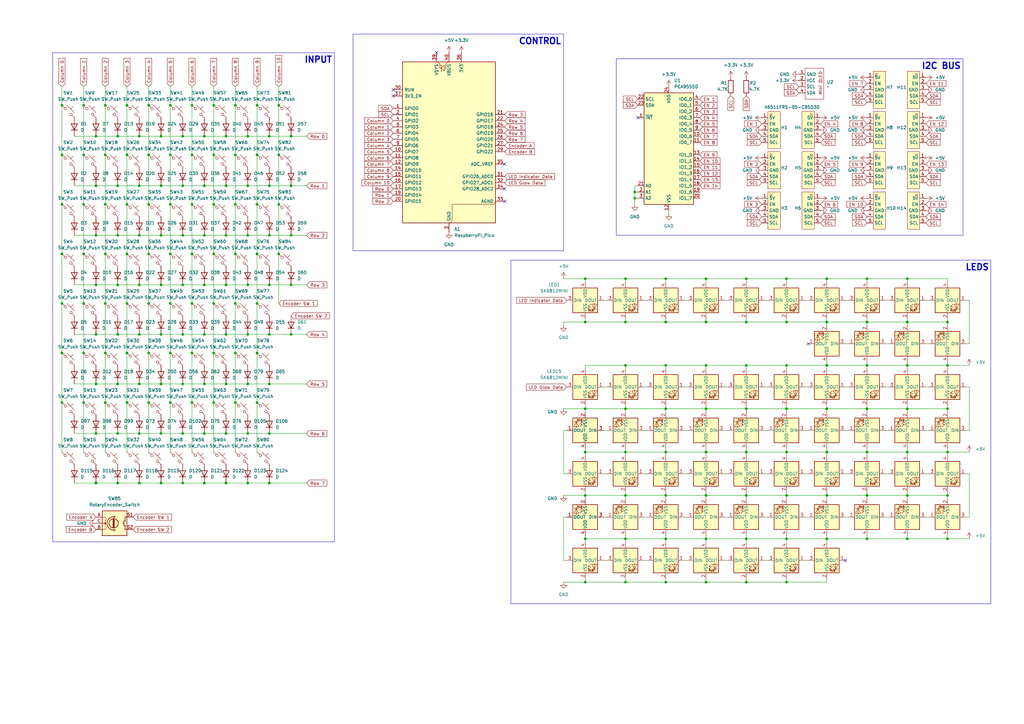
<source format=kicad_sch>
(kicad_sch (version 20250114) (generator "eeschema") (generator_version "9.0")
  (paper "A3")
  (title_block (title "Riptide Keyboard") (date "2025-02-17") (rev "1") (company "Logan Peterson"))
  (rectangle (start 209.55 106.68) (end 406.4 247.65))
  (rectangle (start 252.73 24.13) (end 394.97 96.52))
  (rectangle (start 21.59 21.59) (end 137.16 222.25))
  (rectangle (start 144.78 13.97) (end 231.14 102.87))
  (text "I2C BUS" (at 386.08 27.178 0) (effects (font (size 2.54 2.54) (thickness 0.508) (bold yes))))
  (text "LEDS" (at 400.812 109.728 0) (effects (font (size 2.54 2.54) (thickness 0.508) (bold yes))))
  (text "CONTROL" (at 221.488 17.018 0) (effects (font (size 2.54 2.54) (thickness 0.508) (bold yes))))
  (text "INPUT" (at 130.556 24.638 0) (effects (font (size 2.54 2.54) (thickness 0.508) (bold yes))))
  (junction (at 306.07 185.42))
  (junction (at 322.58 167.64))
  (junction (at 74.93 55.88))
  (junction (at 60.96 165.1))
  (junction (at 388.62 149.86))
  (junction (at 339.09 114.3))
  (junction (at 110.49 76.2))
  (junction (at 273.05 149.86))
  (junction (at 372.11 167.64))
  (junction (at 355.6 114.3))
  (junction (at 34.29 83.82))
  (junction (at 289.56 149.86))
  (junction (at 34.29 124.46))
  (junction (at 52.07 63.5))
  (junction (at 96.52 144.78))
  (junction (at 39.37 198.12))
  (junction (at 289.56 185.42))
  (junction (at 83.82 116.84))
  (junction (at 39.37 157.48))
  (junction (at 74.93 116.84))
  (junction (at 74.93 137.16))
  (junction (at 260.35 78.74))
  (junction (at 240.03 238.76))
  (junction (at 101.6 55.88))
  (junction (at 83.82 96.52))
  (junction (at 339.09 167.64))
  (junction (at 273.05 238.76))
  (junction (at 388.62 167.64))
  (junction (at 114.3 104.14))
  (junction (at 78.74 165.1))
  (junction (at 52.07 83.82))
  (junction (at 60.96 83.82))
  (junction (at 69.85 104.14))
  (junction (at 57.15 96.52))
  (junction (at 25.4 104.14))
  (junction (at 119.38 137.16))
  (junction (at 96.52 43.18))
  (junction (at 43.18 83.82))
  (junction (at 57.15 76.2))
  (junction (at 96.52 83.82))
  (junction (at 289.56 167.64))
  (junction (at 43.18 43.18))
  (junction (at 25.4 43.18))
  (junction (at 83.82 157.48))
  (junction (at 306.07 114.3))
  (junction (at 273.05 220.98))
  (junction (at 25.4 124.46))
  (junction (at 306.07 167.64))
  (junction (at 92.71 76.2))
  (junction (at 92.71 177.8))
  (junction (at 34.29 144.78))
  (junction (at 372.11 185.42))
  (junction (at 34.29 43.18))
  (junction (at 105.41 165.1))
  (junction (at 83.82 177.8))
  (junction (at 355.6 220.98))
  (junction (at 240.03 132.08))
  (junction (at 289.56 238.76))
  (junction (at 119.38 96.52))
  (junction (at 92.71 55.88))
  (junction (at 74.93 157.48))
  (junction (at 289.56 203.2))
  (junction (at 57.15 198.12))
  (junction (at 48.26 96.52))
  (junction (at 87.63 83.82))
  (junction (at 110.49 116.84))
  (junction (at 388.62 132.08))
  (junction (at 322.58 185.42))
  (junction (at 87.63 43.18))
  (junction (at 306.07 220.98))
  (junction (at 110.49 157.48))
  (junction (at 66.04 137.16))
  (junction (at 110.49 177.8))
  (junction (at 74.93 177.8))
  (junction (at 48.26 116.84))
  (junction (at 83.82 76.2))
  (junction (at 96.52 104.14))
  (junction (at 114.3 83.82))
  (junction (at 119.38 116.84))
  (junction (at 372.11 132.08))
  (junction (at 322.58 114.3))
  (junction (at 48.26 55.88))
  (junction (at 43.18 63.5))
  (junction (at 101.6 137.16))
  (junction (at 339.09 185.42))
  (junction (at 339.09 220.98))
  (junction (at 388.62 185.42))
  (junction (at 306.07 238.76))
  (junction (at 110.49 198.12))
  (junction (at 322.58 203.2))
  (junction (at 48.26 137.16))
  (junction (at 289.56 114.3))
  (junction (at 78.74 43.18))
  (junction (at 78.74 144.78))
  (junction (at 57.15 157.48))
  (junction (at 119.38 55.88))
  (junction (at 87.63 124.46))
  (junction (at 105.41 104.14))
  (junction (at 273.05 185.42))
  (junction (at 60.96 63.5))
  (junction (at 240.03 185.42))
  (junction (at 48.26 177.8))
  (junction (at 83.82 137.16))
  (junction (at 355.6 132.08))
  (junction (at 52.07 104.14))
  (junction (at 52.07 144.78))
  (junction (at 372.11 114.3))
  (junction (at 39.37 76.2))
  (junction (at 43.18 124.46))
  (junction (at 110.49 55.88))
  (junction (at 87.63 144.78))
  (junction (at 25.4 63.5))
  (junction (at 57.15 177.8))
  (junction (at 339.09 132.08))
  (junction (at 92.71 157.48))
  (junction (at 34.29 63.5))
  (junction (at 78.74 124.46))
  (junction (at 78.74 63.5))
  (junction (at 74.93 198.12))
  (junction (at 25.4 144.78))
  (junction (at 52.07 124.46))
  (junction (at 66.04 198.12))
  (junction (at 388.62 203.2))
  (junction (at 69.85 83.82))
  (junction (at 66.04 177.8))
  (junction (at 101.6 116.84))
  (junction (at 101.6 157.48))
  (junction (at 110.49 137.16))
  (junction (at 39.37 55.88))
  (junction (at 34.29 165.1))
  (junction (at 60.96 144.78))
  (junction (at 69.85 144.78))
  (junction (at 39.37 116.84))
  (junction (at 114.3 63.5))
  (junction (at 83.82 198.12))
  (junction (at 306.07 132.08))
  (junction (at 110.49 96.52))
  (junction (at 256.54 220.98))
  (junction (at 372.11 149.86))
  (junction (at 355.6 203.2))
  (junction (at 57.15 137.16))
  (junction (at 260.35 81.28))
  (junction (at 69.85 43.18))
  (junction (at 52.07 43.18))
  (junction (at 355.6 149.86))
  (junction (at 39.37 96.52))
  (junction (at 355.6 167.64))
  (junction (at 101.6 198.12))
  (junction (at 372.11 220.98))
  (junction (at 57.15 55.88))
  (junction (at 78.74 104.14))
  (junction (at 256.54 203.2))
  (junction (at 66.04 116.84))
  (junction (at 60.96 43.18))
  (junction (at 25.4 83.82))
  (junction (at 256.54 132.08))
  (junction (at 74.93 96.52))
  (junction (at 39.37 177.8))
  (junction (at 256.54 238.76))
  (junction (at 92.71 137.16))
  (junction (at 96.52 124.46))
  (junction (at 322.58 132.08))
  (junction (at 114.3 43.18))
  (junction (at 256.54 167.64))
  (junction (at 96.52 165.1))
  (junction (at 43.18 144.78))
  (junction (at 240.03 114.3))
  (junction (at 66.04 96.52))
  (junction (at 273.05 203.2))
  (junction (at 43.18 165.1))
  (junction (at 25.4 165.1))
  (junction (at 256.54 114.3))
  (junction (at 240.03 203.2))
  (junction (at 289.56 220.98))
  (junction (at 273.05 114.3))
  (junction (at 306.07 203.2))
  (junction (at 48.26 76.2))
  (junction (at 96.52 63.5))
  (junction (at 322.58 238.76))
  (junction (at 87.63 165.1))
  (junction (at 43.18 104.14))
  (junction (at 66.04 55.88))
  (junction (at 105.41 144.78))
  (junction (at 119.38 76.2))
  (junction (at 355.6 185.42))
  (junction (at 101.6 76.2))
  (junction (at 87.63 104.14))
  (junction (at 60.96 124.46))
  (junction (at 105.41 83.82))
  (junction (at 256.54 185.42))
  (junction (at 34.29 104.14))
  (junction (at 240.03 167.64))
  (junction (at 105.41 124.46))
  (junction (at 74.93 76.2))
  (junction (at 322.58 220.98))
  (junction (at 48.26 157.48))
  (junction (at 66.04 76.2))
  (junction (at 105.41 63.5))
  (junction (at 39.37 137.16))
  (junction (at 289.56 132.08))
  (junction (at 52.07 165.1))
  (junction (at 69.85 165.1))
  (junction (at 101.6 96.52))
  (junction (at 101.6 177.8))
  (junction (at 105.41 43.18))
  (junction (at 57.15 116.84))
  (junction (at 69.85 124.46))
  (junction (at 388.62 220.98))
  (junction (at 69.85 63.5))
  (junction (at 372.11 203.2))
  (junction (at 240.03 220.98))
  (junction (at 92.71 198.12))
  (junction (at 87.63 63.5))
  (junction (at 78.74 83.82))
  (junction (at 92.71 96.52))
  (junction (at 256.54 149.86))
  (junction (at 48.26 198.12))
  (junction (at 60.96 104.14))
  (junction (at 322.58 149.86))
  (junction (at 92.71 116.84))
  (junction (at 273.05 132.08))
  (junction (at 83.82 55.88))
  (junction (at 339.09 203.2))
  (junction (at 306.07 149.86))
  (junction (at 339.09 149.86))
  (junction (at 273.05 167.64))
  (junction (at 66.04 157.48))
  (no_connect (at 331.47 140.97))
  (no_connect (at 179.07 21.59))
  (no_connect (at 207.01 67.31))
  (no_connect (at 346.71 229.87))
  (no_connect (at 207.01 82.55))
  (no_connect (at 207.01 77.47))
  (no_connect (at 161.29 36.83))
  (no_connect (at 261.62 48.26))
  (no_connect (at 161.29 39.37))
  (wire (pts (xy 396.24 140.97) (xy 397.51 140.97)))
  (wire (pts (xy 289.56 237.49) (xy 289.56 238.76)))
  (wire (pts (xy 346.71 194.31) (xy 347.98 194.31)))
  (wire (pts (xy 322.58 204.47) (xy 322.58 203.2)))
  (wire (pts (xy 87.63 63.5) (xy 87.63 83.82)))
  (wire (pts (xy 96.52 144.78) (xy 96.52 165.1)))
  (wire (pts (xy 52.07 83.82) (xy 52.07 104.14)))
  (wire (pts (xy 313.69 123.19) (xy 314.96 123.19)))
  (wire (pts (xy 339.09 114.3) (xy 322.58 114.3)))
  (wire (pts (xy 322.58 130.81) (xy 322.58 132.08)))
  (wire (pts (xy 289.56 114.3) (xy 289.56 115.57)))
  (wire (pts (xy 322.58 185.42) (xy 322.58 186.69)))
  (wire (pts (xy 231.14 203.2) (xy 240.03 203.2)))
  (wire (pts (xy 66.04 96.52) (xy 74.93 96.52)))
  (wire (pts (xy 74.93 157.48) (xy 83.82 157.48)))
  (wire (pts (xy 297.18 194.31) (xy 298.45 194.31)))
  (wire (pts (xy 105.41 124.46) (xy 105.41 144.78)))
  (wire (pts (xy 297.18 123.19) (xy 298.45 123.19)))
  (wire (pts (xy 256.54 132.08) (xy 273.05 132.08)))
  (wire (pts (xy 57.15 157.48) (xy 66.04 157.48)))
  (wire (pts (xy 264.16 158.75) (xy 265.43 158.75)))
  (wire (pts (xy 78.74 124.46) (xy 78.74 144.78)))
  (wire (pts (xy 231.14 238.76) (xy 240.03 238.76)))
  (wire (pts (xy 322.58 184.15) (xy 322.58 185.42)))
  (wire (pts (xy 330.2 158.75) (xy 331.47 158.75)))
  (wire (pts (xy 273.05 204.47) (xy 273.05 203.2)))
  (wire (pts (xy 256.54 149.86) (xy 240.03 149.86)))
  (wire (pts (xy 298.45 212.09) (xy 297.18 212.09)))
  (wire (pts (xy 256.54 167.64) (xy 273.05 167.64)))
  (wire (pts (xy 388.62 184.15) (xy 388.62 185.42)))
  (wire (pts (xy 231.14 167.64) (xy 240.03 167.64)))
  (wire (pts (xy 66.04 76.2) (xy 74.93 76.2)))
  (wire (pts (xy 34.29 124.46) (xy 34.29 144.78)))
  (wire (pts (xy 231.14 132.08) (xy 240.03 132.08)))
  (wire (pts (xy 96.52 165.1) (xy 96.52 185.42)))
  (wire (pts (xy 43.18 104.14) (xy 43.18 124.46)))
  (wire (pts (xy 397.51 123.19) (xy 397.51 140.97)))
  (wire (pts (xy 240.03 220.98) (xy 256.54 220.98)))
  (wire (pts (xy 396.24 123.19) (xy 397.51 123.19)))
  (wire (pts (xy 30.48 55.88) (xy 39.37 55.88)))
  (wire (pts (xy 231.14 212.09) (xy 231.14 229.87)))
  (wire (pts (xy 231.14 229.87) (xy 232.41 229.87)))
  (wire (pts (xy 256.54 185.42) (xy 273.05 185.42)))
  (wire (pts (xy 388.62 149.86) (xy 388.62 148.59)))
  (wire (pts (xy 339.09 167.64) (xy 355.6 167.64)))
  (wire (pts (xy 69.85 83.82) (xy 69.85 104.14)))
  (wire (pts (xy 231.14 194.31) (xy 232.41 194.31)))
  (wire (pts (xy 289.56 201.93) (xy 289.56 203.2)))
  (wire (pts (xy 83.82 177.8) (xy 92.71 177.8)))
  (wire (pts (xy 379.73 158.75) (xy 381 158.75)))
  (wire (pts (xy 83.82 157.48) (xy 92.71 157.48)))
  (wire (pts (xy 260.35 78.74) (xy 261.62 78.74)))
  (wire (pts (xy 313.69 158.75) (xy 314.96 158.75)))
  (wire (pts (xy 25.4 165.1) (xy 25.4 185.42)))
  (wire (pts (xy 273.05 132.08) (xy 289.56 132.08)))
  (wire (pts (xy 273.05 185.42) (xy 273.05 186.69)))
  (wire (pts (xy 92.71 157.48) (xy 101.6 157.48)))
  (wire (pts (xy 388.62 185.42) (xy 388.62 186.69)))
  (wire (pts (xy 74.93 96.52) (xy 83.82 96.52)))
  (wire (pts (xy 256.54 237.49) (xy 256.54 238.76)))
  (wire (pts (xy 69.85 35.56) (xy 69.85 43.18)))
  (wire (pts (xy 397.51 194.31) (xy 396.24 194.31)))
  (wire (pts (xy 379.73 123.19) (xy 381 123.19)))
  (wire (pts (xy 69.85 63.5) (xy 69.85 83.82)))
  (wire (pts (xy 265.43 176.53) (xy 264.16 176.53)))
  (wire (pts (xy 92.71 116.84) (xy 101.6 116.84)))
  (wire (pts (xy 30.48 177.8) (xy 39.37 177.8)))
  (wire (pts (xy 48.26 137.16) (xy 57.15 137.16)))
  (wire (pts (xy 87.63 104.14) (xy 87.63 124.46)))
  (wire (pts (xy 372.11 149.86) (xy 372.11 151.13)))
  (wire (pts (xy 339.09 204.47) (xy 339.09 203.2)))
  (wire (pts (xy 306.07 220.98) (xy 306.07 222.25)))
  (wire (pts (xy 273.05 222.25) (xy 273.05 220.98)))
  (wire (pts (xy 78.74 104.14) (xy 78.74 124.46)))
  (wire (pts (xy 256.54 114.3) (xy 240.03 114.3)))
  (wire (pts (xy 52.07 165.1) (xy 52.07 185.42)))
  (wire (pts (xy 355.6 204.47) (xy 355.6 203.2)))
  (wire (pts (xy 381 212.09) (xy 379.73 212.09)))
  (wire (pts (xy 274.32 87.63) (xy 274.32 86.36)))
  (wire (pts (xy 96.52 124.46) (xy 96.52 144.78)))
  (wire (pts (xy 39.37 198.12) (xy 48.26 198.12)))
  (wire (pts (xy 110.49 137.16) (xy 119.38 137.16)))
  (wire (pts (xy 231.14 176.53) (xy 231.14 194.31)))
  (wire (pts (xy 114.3 35.56) (xy 114.3 43.18)))
  (wire (pts (xy 240.03 219.71) (xy 240.03 220.98)))
  (wire (pts (xy 289.56 167.64) (xy 306.07 167.64)))
  (wire (pts (xy 96.52 35.56) (xy 96.52 43.18)))
  (wire (pts (xy 355.6 114.3) (xy 339.09 114.3)))
  (wire (pts (xy 52.07 35.56) (xy 52.07 43.18)))
  (wire (pts (xy 322.58 166.37) (xy 322.58 167.64)))
  (wire (pts (xy 34.29 43.18) (xy 34.29 63.5)))
  (wire (pts (xy 273.05 201.93) (xy 273.05 203.2)))
  (wire (pts (xy 339.09 149.86) (xy 339.09 151.13)))
  (wire (pts (xy 306.07 237.49) (xy 306.07 238.76)))
  (wire (pts (xy 57.15 137.16) (xy 66.04 137.16)))
  (wire (pts (xy 74.93 198.12) (xy 83.82 198.12)))
  (wire (pts (xy 273.05 130.81) (xy 273.05 132.08)))
  (wire (pts (xy 339.09 184.15) (xy 339.09 185.42)))
  (wire (pts (xy 105.41 144.78) (xy 105.41 165.1)))
  (wire (pts (xy 43.18 83.82) (xy 43.18 104.14)))
  (wire (pts (xy 355.6 132.08) (xy 372.11 132.08)))
  (wire (pts (xy 256.54 220.98) (xy 256.54 222.25)))
  (wire (pts (xy 355.6 167.64) (xy 372.11 167.64)))
  (wire (pts (xy 355.6 184.15) (xy 355.6 185.42)))
  (wire (pts (xy 52.07 104.14) (xy 52.07 124.46)))
  (wire (pts (xy 57.15 76.2) (xy 66.04 76.2)))
  (wire (pts (xy 39.37 55.88) (xy 48.26 55.88)))
  (wire (pts (xy 396.24 176.53) (xy 397.51 176.53)))
  (wire (pts (xy 372.11 130.81) (xy 372.11 132.08)))
  (wire (pts (xy 306.07 114.3) (xy 289.56 114.3)))
  (wire (pts (xy 306.07 219.71) (xy 306.07 220.98)))
  (wire (pts (xy 69.85 43.18) (xy 69.85 63.5)))
  (wire (pts (xy 74.93 76.2) (xy 83.82 76.2)))
  (wire (pts (xy 87.63 83.82) (xy 87.63 104.14)))
  (wire (pts (xy 273.05 114.3) (xy 256.54 114.3)))
  (wire (pts (xy 48.26 157.48) (xy 57.15 157.48)))
  (wire (pts (xy 96.52 43.18) (xy 96.52 63.5)))
  (wire (pts (xy 39.37 137.16) (xy 48.26 137.16)))
  (wire (pts (xy 260.35 78.74) (xy 260.35 76.2)))
  (wire (pts (xy 339.09 219.71) (xy 339.09 220.98)))
  (wire (pts (xy 69.85 104.14) (xy 69.85 124.46)))
  (wire (pts (xy 110.49 157.48) (xy 125.73 157.48)))
  (wire (pts (xy 105.41 63.5) (xy 105.41 83.82)))
  (wire (pts (xy 105.41 43.18) (xy 105.41 63.5)))
  (wire (pts (xy 306.07 201.93) (xy 306.07 203.2)))
  (wire (pts (xy 256.54 167.64) (xy 256.54 168.91)))
  (wire (pts (xy 69.85 124.46) (xy 69.85 144.78)))
  (wire (pts (xy 339.09 166.37) (xy 339.09 167.64)))
  (wire (pts (xy 372.11 167.64) (xy 388.62 167.64)))
  (wire (pts (xy 346.71 123.19) (xy 347.98 123.19)))
  (wire (pts (xy 306.07 132.08) (xy 322.58 132.08)))
  (wire (pts (xy 110.49 96.52) (xy 119.38 96.52)))
  (wire (pts (xy 57.15 55.88) (xy 66.04 55.88)))
  (wire (pts (xy 240.03 237.49) (xy 240.03 238.76)))
  (wire (pts (xy 265.43 212.09) (xy 264.16 212.09)))
  (wire (pts (xy 66.04 177.8) (xy 74.93 177.8)))
  (wire (pts (xy 60.96 83.82) (xy 60.96 104.14)))
  (wire (pts (xy 74.93 116.84) (xy 83.82 116.84)))
  (wire (pts (xy 92.71 76.2) (xy 101.6 76.2)))
  (wire (pts (xy 248.92 176.53) (xy 247.65 176.53)))
  (wire (pts (xy 60.96 124.46) (xy 60.96 144.78)))
  (wire (pts (xy 66.04 137.16) (xy 74.93 137.16)))
  (wire (pts (xy 388.62 167.64) (xy 388.62 166.37)))
  (wire (pts (xy 114.3 104.14) (xy 114.3 124.46)))
  (wire (pts (xy 339.09 167.64) (xy 339.09 168.91)))
  (wire (pts (xy 260.35 81.28) (xy 261.62 81.28)))
  (wire (pts (xy 289.56 185.42) (xy 289.56 186.69)))
  (wire (pts (xy 256.54 185.42) (xy 256.54 186.69)))
  (wire (pts (xy 87.63 144.78) (xy 87.63 165.1)))
  (wire (pts (xy 289.56 220.98) (xy 273.05 220.98)))
  (wire (pts (xy 339.09 132.08) (xy 355.6 132.08)))
  (wire (pts (xy 379.73 194.31) (xy 381 194.31)))
  (wire (pts (xy 281.94 212.09) (xy 280.67 212.09)))
  (wire (pts (xy 96.52 104.14) (xy 96.52 124.46)))
  (wire (pts (xy 372.11 185.42) (xy 372.11 186.69)))
  (wire (pts (xy 346.71 158.75) (xy 347.98 158.75)))
  (wire (pts (xy 48.26 177.8) (xy 57.15 177.8)))
  (wire (pts (xy 78.74 165.1) (xy 78.74 185.42)))
  (wire (pts (xy 83.82 198.12) (xy 92.71 198.12)))
  (wire (pts (xy 306.07 166.37) (xy 306.07 167.64)))
  (wire (pts (xy 256.54 203.2) (xy 240.03 203.2)))
  (wire (pts (xy 52.07 63.5) (xy 52.07 83.82)))
  (wire (pts (xy 43.18 63.5) (xy 43.18 83.82)))
  (wire (pts (xy 306.07 114.3) (xy 306.07 115.57)))
  (wire (pts (xy 372.11 132.08) (xy 372.11 133.35)))
  (wire (pts (xy 322.58 132.08) (xy 339.09 132.08)))
  (wire (pts (xy 110.49 198.12) (xy 125.73 198.12)))
  (wire (pts (xy 74.93 55.88) (xy 83.82 55.88)))
  (wire (pts (xy 372.11 167.64) (xy 372.11 168.91)))
  (wire (pts (xy 339.09 114.3) (xy 339.09 115.57)))
  (wire (pts (xy 388.62 204.47) (xy 388.62 203.2)))
  (wire (pts (xy 273.05 185.42) (xy 289.56 185.42)))
  (wire (pts (xy 339.09 185.42) (xy 339.09 186.69)))
  (wire (pts (xy 281.94 176.53) (xy 280.67 176.53)))
  (wire (pts (xy 355.6 185.42) (xy 355.6 186.69)))
  (wire (pts (xy 289.56 184.15) (xy 289.56 185.42)))
  (wire (pts (xy 43.18 43.18) (xy 43.18 63.5)))
  (wire (pts (xy 66.04 116.84) (xy 74.93 116.84)))
  (wire (pts (xy 57.15 116.84) (xy 66.04 116.84)))
  (wire (pts (xy 322.58 167.64) (xy 339.09 167.64)))
  (wire (pts (xy 25.4 104.14) (xy 25.4 124.46)))
  (wire (pts (xy 280.67 158.75) (xy 281.94 158.75)))
  (wire (pts (xy 313.69 229.87) (xy 314.96 229.87)))
  (wire (pts (xy 30.48 76.2) (xy 39.37 76.2)))
  (wire (pts (xy 273.05 149.86) (xy 273.05 151.13)))
  (wire (pts (xy 372.11 219.71) (xy 372.11 220.98)))
  (wire (pts (xy 355.6 220.98) (xy 372.11 220.98)))
  (wire (pts (xy 256.54 149.86) (xy 256.54 151.13)))
  (wire (pts (xy 92.71 198.12) (xy 101.6 198.12)))
  (wire (pts (xy 119.38 96.52) (xy 125.73 96.52)))
  (wire (pts (xy 289.56 185.42) (xy 306.07 185.42)))
  (wire (pts (xy 57.15 177.8) (xy 66.04 177.8)))
  (wire (pts (xy 48.26 116.84) (xy 57.15 116.84)))
  (wire (pts (xy 339.09 237.49) (xy 339.09 238.76)))
  (wire (pts (xy 78.74 144.78) (xy 78.74 165.1)))
  (wire (pts (xy 240.03 184.15) (xy 240.03 185.42)))
  (wire (pts (xy 39.37 177.8) (xy 48.26 177.8)))
  (wire (pts (xy 110.49 116.84) (xy 119.38 116.84)))
  (wire (pts (xy 347.98 140.97) (xy 346.71 140.97)))
  (wire (pts (xy 322.58 220.98) (xy 339.09 220.98)))
  (wire (pts (xy 397.51 149.86) (xy 388.62 149.86)))
  (wire (pts (xy 78.74 83.82) (xy 78.74 104.14)))
  (wire (pts (xy 60.96 35.56) (xy 60.96 43.18)))
  (wire (pts (xy 260.35 81.28) (xy 260.35 78.74)))
  (wire (pts (xy 364.49 140.97) (xy 363.22 140.97)))
  (wire (pts (xy 363.22 194.31) (xy 364.49 194.31)))
  (wire (pts (xy 105.41 165.1) (xy 105.41 185.42)))
  (wire (pts (xy 110.49 76.2) (xy 119.38 76.2)))
  (wire (pts (xy 264.16 194.31) (xy 265.43 194.31)))
  (wire (pts (xy 322.58 167.64) (xy 322.58 168.91)))
  (wire (pts (xy 306.07 149.86) (xy 306.07 151.13)))
  (wire (pts (xy 25.4 63.5) (xy 25.4 83.82)))
  (wire (pts (xy 256.54 184.15) (xy 256.54 185.42)))
  (wire (pts (xy 43.18 144.78) (xy 43.18 165.1)))
  (wire (pts (xy 273.05 220.98) (xy 256.54 220.98)))
  (wire (pts (xy 372.11 149.86) (xy 388.62 149.86)))
  (wire (pts (xy 57.15 198.12) (xy 66.04 198.12)))
  (wire (pts (xy 331.47 212.09) (xy 330.2 212.09)))
  (wire (pts (xy 355.6 132.08) (xy 355.6 133.35)))
  (wire (pts (xy 30.48 198.12) (xy 39.37 198.12)))
  (wire (pts (xy 372.11 166.37) (xy 372.11 167.64)))
  (wire (pts (xy 388.62 114.3) (xy 388.62 115.57)))
  (wire (pts (xy 322.58 114.3) (xy 306.07 114.3)))
  (wire (pts (xy 330.2 194.31) (xy 331.47 194.31)))
  (wire (pts (xy 48.26 55.88) (xy 57.15 55.88)))
  (wire (pts (xy 372.11 201.93) (xy 372.11 203.2)))
  (wire (pts (xy 388.62 203.2) (xy 372.11 203.2)))
  (wire (pts (xy 355.6 219.71) (xy 355.6 220.98)))
  (wire (pts (xy 256.54 219.71) (xy 256.54 220.98)))
  (wire (pts (xy 339.09 130.81) (xy 339.09 132.08)))
  (wire (pts (xy 306.07 238.76) (xy 289.56 238.76)))
  (wire (pts (xy 101.6 137.16) (xy 110.49 137.16)))
  (wire (pts (xy 34.29 35.56) (xy 34.29 43.18)))
  (wire (pts (xy 240.03 185.42) (xy 240.03 186.69)))
  (wire (pts (xy 322.58 185.42) (xy 339.09 185.42)))
  (wire (pts (xy 43.18 35.56) (xy 43.18 43.18)))
  (wire (pts (xy 83.82 76.2) (xy 92.71 76.2)))
  (wire (pts (xy 260.35 76.2) (xy 261.62 76.2)))
  (wire (pts (xy 306.07 149.86) (xy 289.56 149.86)))
  (wire (pts (xy 39.37 76.2) (xy 48.26 76.2)))
  (wire (pts (xy 69.85 165.1) (xy 69.85 185.42)))
  (wire (pts (xy 330.2 229.87) (xy 331.47 229.87)))
  (wire (pts (xy 43.18 165.1) (xy 43.18 185.42)))
  (wire (pts (xy 231.14 114.3) (xy 240.03 114.3)))
  (wire (pts (xy 256.54 204.47) (xy 256.54 203.2)))
  (wire (pts (xy 87.63 165.1) (xy 87.63 185.42)))
  (wire (pts (xy 60.96 144.78) (xy 60.96 165.1)))
  (wire (pts (xy 289.56 130.81) (xy 289.56 132.08)))
  (wire (pts (xy 256.54 114.3) (xy 256.54 115.57)))
  (wire (pts (xy 66.04 157.48) (xy 74.93 157.48)))
  (wire (pts (xy 119.38 76.2) (xy 125.73 76.2)))
  (wire (pts (xy 339.09 238.76) (xy 322.58 238.76)))
  (wire (pts (xy 34.29 144.78) (xy 34.29 165.1)))
  (wire (pts (xy 30.48 96.52) (xy 39.37 96.52)))
  (wire (pts (xy 322.58 149.86) (xy 306.07 149.86)))
  (wire (pts (xy 306.07 203.2) (xy 289.56 203.2)))
  (wire (pts (xy 397.51 212.09) (xy 396.24 212.09)))
  (wire (pts (xy 25.4 124.46) (xy 25.4 144.78)))
  (wire (pts (xy 273.05 238.76) (xy 289.56 238.76)))
  (wire (pts (xy 264.16 229.87) (xy 265.43 229.87)))
  (wire (pts (xy 280.67 194.31) (xy 281.94 194.31)))
  (wire (pts (xy 355.6 114.3) (xy 355.6 115.57)))
  (wire (pts (xy 355.6 149.86) (xy 355.6 151.13)))
  (wire (pts (xy 60.96 104.14) (xy 60.96 124.46)))
  (wire (pts (xy 92.71 96.52) (xy 101.6 96.52)))
  (wire (pts (xy 101.6 55.88) (xy 110.49 55.88)))
  (wire (pts (xy 30.48 137.16) (xy 39.37 137.16)))
  (wire (pts (xy 355.6 220.98) (xy 339.09 220.98)))
  (wire (pts (xy 114.3 63.5) (xy 114.3 83.82)))
  (wire (pts (xy 322.58 220.98) (xy 306.07 220.98)))
  (wire (pts (xy 339.09 149.86) (xy 322.58 149.86)))
  (wire (pts (xy 289.56 204.47) (xy 289.56 203.2)))
  (wire (pts (xy 247.65 229.87) (xy 248.92 229.87)))
  (wire (pts (xy 57.15 96.52) (xy 66.04 96.52)))
  (wire (pts (xy 110.49 177.8) (xy 125.73 177.8)))
  (wire (pts (xy 110.49 55.88) (xy 119.38 55.88)))
  (wire (pts (xy 280.67 229.87) (xy 281.94 229.87)))
  (wire (pts (xy 289.56 219.71) (xy 289.56 220.98)))
  (wire (pts (xy 256.54 238.76) (xy 273.05 238.76)))
  (wire (pts (xy 232.41 212.09) (xy 231.14 212.09)))
  (wire (pts (xy 297.18 158.75) (xy 298.45 158.75)))
  (wire (pts (xy 273.05 166.37) (xy 273.05 167.64)))
  (wire (pts (xy 232.41 176.53) (xy 231.14 176.53)))
  (wire (pts (xy 396.24 158.75) (xy 397.51 158.75)))
  (wire (pts (xy 322.58 237.49) (xy 322.58 238.76)))
  (wire (pts (xy 372.11 149.86) (xy 372.11 148.59)))
  (wire (pts (xy 347.98 176.53) (xy 346.71 176.53)))
  (wire (pts (xy 247.65 194.31) (xy 248.92 194.31)))
  (wire (pts (xy 339.09 149.86) (xy 355.6 149.86)))
  (wire (pts (xy 273.05 167.64) (xy 289.56 167.64)))
  (wire (pts (xy 289.56 220.98) (xy 289.56 222.25)))
  (wire (pts (xy 314.96 212.09) (xy 313.69 212.09)))
  (wire (pts (xy 355.6 167.64) (xy 355.6 168.91)))
  (wire (pts (xy 78.74 43.18) (xy 78.74 63.5)))
  (wire (pts (xy 289.56 166.37) (xy 289.56 167.64)))
  (wire (pts (xy 388.62 203.2) (xy 388.62 201.93)))
  (wire (pts (xy 273.05 237.49) (xy 273.05 238.76)))
  (wire (pts (xy 372.11 114.3) (xy 372.11 115.57)))
  (wire (pts (xy 105.41 35.56) (xy 105.41 43.18)))
  (wire (pts (xy 247.65 123.19) (xy 248.92 123.19)))
  (wire (pts (xy 306.07 185.42) (xy 322.58 185.42)))
  (wire (pts (xy 388.62 132.08) (xy 388.62 130.81)))
  (wire (pts (xy 240.03 166.37) (xy 240.03 167.64)))
  (wire (pts (xy 256.54 130.81) (xy 256.54 132.08)))
  (wire (pts (xy 25.4 35.56) (xy 25.4 43.18)))
  (wire (pts (xy 247.65 158.75) (xy 248.92 158.75)))
  (wire (pts (xy 306.07 184.15) (xy 306.07 185.42)))
  (wire (pts (xy 339.09 203.2) (xy 322.58 203.2)))
  (wire (pts (xy 306.07 167.64) (xy 322.58 167.64)))
  (wire (pts (xy 306.07 167.64) (xy 306.07 168.91)))
  (wire (pts (xy 101.6 76.2) (xy 110.49 76.2)))
  (wire (pts (xy 372.11 184.15) (xy 372.11 185.42)))
  (wire (pts (xy 96.52 63.5) (xy 96.52 83.82)))
  (wire (pts (xy 381 140.97) (xy 379.73 140.97)))
  (wire (pts (xy 339.09 132.08) (xy 339.09 133.35)))
  (wire (pts (xy 119.38 55.88) (xy 125.73 55.88)))
  (wire (pts (xy 87.63 124.46) (xy 87.63 144.78)))
  (wire (pts (xy 231.14 133.35) (xy 231.14 132.08)))
  (wire (pts (xy 331.47 176.53) (xy 330.2 176.53)))
  (wire (pts (xy 74.93 177.8) (xy 83.82 177.8)))
  (wire (pts (xy 60.96 43.18) (xy 60.96 63.5)))
  (wire (pts (xy 289.56 149.86) (xy 289.56 151.13)))
  (wire (pts (xy 306.07 185.42) (xy 306.07 186.69)))
  (wire (pts (xy 83.82 96.52) (xy 92.71 96.52)))
  (wire (pts (xy 66.04 55.88) (xy 74.93 55.88)))
  (wire (pts (xy 30.48 157.48) (xy 39.37 157.48)))
  (wire (pts (xy 339.09 185.42) (xy 355.6 185.42)))
  (wire (pts (xy 240.03 114.3) (xy 240.03 115.57)))
  (wire (pts (xy 313.69 194.31) (xy 314.96 194.31)))
  (wire (pts (xy 388.62 185.42) (xy 397.51 185.42)))
  (wire (pts (xy 363.22 123.19) (xy 364.49 123.19)))
  (wire (pts (xy 48.26 96.52) (xy 57.15 96.52)))
  (wire (pts (xy 240.03 220.98) (xy 240.03 222.25)))
  (wire (pts (xy 101.6 116.84) (xy 110.49 116.84)))
  (wire (pts (xy 256.54 238.76) (xy 240.03 238.76)))
  (wire (pts (xy 34.29 83.82) (xy 34.29 104.14)))
  (wire (pts (xy 240.03 132.08) (xy 256.54 132.08)))
  (wire (pts (xy 289.56 132.08) (xy 306.07 132.08)))
  (wire (pts (xy 114.3 83.82) (xy 114.3 104.14)))
  (wire (pts (xy 322.58 114.3) (xy 322.58 115.57)))
  (wire (pts (xy 48.26 76.2) (xy 57.15 76.2)))
  (wire (pts (xy 339.09 201.93) (xy 339.09 203.2)))
  (wire (pts (xy 39.37 157.48) (xy 48.26 157.48)))
  (wire (pts (xy 66.04 198.12) (xy 74.93 198.12)))
  (wire (pts (xy 25.4 43.18) (xy 25.4 63.5)))
  (wire (pts (xy 306.07 238.76) (xy 322.58 238.76)))
  (wire (pts (xy 78.74 35.56) (xy 78.74 43.18)))
  (wire (pts (xy 273.05 220.98) (xy 273.05 219.71)))
  (wire (pts (xy 388.62 132.08) (xy 388.62 133.35)))
  (wire (pts (xy 322.58 149.86) (xy 322.58 151.13)))
  (wire (pts (xy 39.37 96.52) (xy 48.26 96.52)))
  (wire (pts (xy 74.93 137.16) (xy 83.82 137.16)))
  (wire (pts (xy 280.67 123.19) (xy 281.94 123.19)))
  (wire (pts (xy 372.11 114.3) (xy 355.6 114.3)))
  (wire (pts (xy 273.05 149.86) (xy 256.54 149.86)))
  (wire (pts (xy 78.74 63.5) (xy 78.74 83.82)))
  (wire (pts (xy 240.03 203.2) (xy 240.03 204.47)))
  (wire (pts (xy 273.05 114.3) (xy 273.05 115.57)))
  (wire (pts (xy 289.56 220.98) (xy 306.07 220.98)))
  (wire (pts (xy 363.22 158.75) (xy 364.49 158.75)))
  (wire (pts (xy 264.16 123.19) (xy 265.43 123.19)))
  (wire (pts (xy 52.07 43.18) (xy 52.07 63.5)))
  (wire (pts (xy 256.54 201.93) (xy 256.54 203.2)))
  (wire (pts (xy 322.58 201.93) (xy 322.58 203.2)))
  (wire (pts (xy 25.4 144.78) (xy 25.4 165.1)))
  (wire (pts (xy 372.11 185.42) (xy 388.62 185.42)))
  (wire (pts (xy 260.35 83.82) (xy 260.35 81.28)))
  (wire (pts (xy 52.07 124.46) (xy 52.07 144.78)))
  (wire (pts (xy 372.11 204.47) (xy 372.11 203.2)))
  (wire (pts (xy 306.07 203.2) (xy 322.58 203.2)))
  (wire (pts (xy 105.41 104.14) (xy 105.41 124.46)))
  (wire (pts (xy 388.62 220.98) (xy 397.51 220.98)))
  (wire (pts (xy 273.05 167.64) (xy 273.05 168.91)))
  (wire (pts (xy 39.37 116.84) (xy 48.26 116.84)))
  (wire (pts (xy 34.29 63.5) (xy 34.29 83.82)))
  (wire (pts (xy 289.56 114.3) (xy 273.05 114.3)))
  (wire (pts (xy 83.82 137.16) (xy 92.71 137.16)))
  (wire (pts (xy 240.03 130.81) (xy 240.03 132.08)))
  (wire (pts (xy 101.6 96.52) (xy 110.49 96.52)))
  (wire (pts (xy 48.26 198.12) (xy 57.15 198.12)))
  (wire (pts (xy 273.05 203.2) (xy 289.56 203.2)))
  (wire (pts (xy 322.58 222.25) (xy 322.58 220.98)))
  (wire (pts (xy 240.03 167.64) (xy 256.54 167.64)))
  (wire (pts (xy 240.03 201.93) (xy 240.03 203.2)))
  (wire (pts (xy 101.6 177.8) (xy 110.49 177.8)))
  (wire (pts (xy 25.4 83.82) (xy 25.4 104.14)))
  (wire (pts (xy 69.85 144.78) (xy 69.85 165.1)))
  (wire (pts (xy 101.6 198.12) (xy 110.49 198.12)))
  (wire (pts (xy 92.71 177.8) (xy 101.6 177.8)))
  (wire (pts (xy 52.07 144.78) (xy 52.07 165.1)))
  (wire (pts (xy 306.07 130.81) (xy 306.07 132.08)))
  (wire (pts (xy 43.18 124.46) (xy 43.18 144.78)))
  (wire (pts (xy 298.45 176.53) (xy 297.18 176.53)))
  (wire (pts (xy 83.82 55.88) (xy 92.71 55.88)))
  (wire (pts (xy 381 176.53) (xy 379.73 176.53)))
  (wire (pts (xy 96.52 83.82) (xy 96.52 104.14)))
  (wire (pts (xy 372.11 220.98) (xy 388.62 220.98)))
  (wire (pts (xy 289.56 149.86) (xy 273.05 149.86)))
  (wire (pts (xy 355.6 149.86) (xy 355.6 148.59)))
  (wire (pts (xy 314.96 176.53) (xy 313.69 176.53)))
  (wire (pts (xy 364.49 176.53) (xy 363.22 176.53)))
  (wire (pts (xy 34.29 104.14) (xy 34.29 124.46)))
  (wire (pts (xy 289.56 167.64) (xy 289.56 168.91)))
  (wire (pts (xy 248.92 212.09) (xy 247.65 212.09)))
  (wire (pts (xy 388.62 220.98) (xy 388.62 219.71)))
  (wire (pts (xy 339.09 149.86) (xy 339.09 148.59)))
  (wire (pts (xy 306.07 204.47) (xy 306.07 203.2)))
  (wire (pts (xy 119.38 137.16) (xy 125.73 137.16)))
  (wire (pts (xy 92.71 137.16) (xy 101.6 137.16)))
  (wire (pts (xy 355.6 203.2) (xy 372.11 203.2)))
  (wire (pts (xy 87.63 35.56) (xy 87.63 43.18)))
  (wire (pts (xy 60.96 165.1) (xy 60.96 185.42)))
  (wire (pts (xy 355.6 203.2) (xy 339.09 203.2)))
  (wire (pts (xy 240.03 167.64) (xy 240.03 168.91)))
  (wire (pts (xy 240.03 185.42) (xy 256.54 185.42)))
  (wire (pts (xy 87.63 43.18) (xy 87.63 63.5)))
  (wire (pts (xy 397.51 212.09) (xy 397.51 194.31)))
  (wire (pts (xy 256.54 203.2) (xy 273.05 203.2)))
  (wire (pts (xy 355.6 166.37) (xy 355.6 167.64)))
  (wire (pts (xy 347.98 212.09) (xy 346.71 212.09)))
  (wire (pts (xy 297.18 229.87) (xy 298.45 229.87)))
  (wire (pts (xy 330.2 123.19) (xy 331.47 123.19)))
  (wire (pts (xy 83.82 116.84) (xy 92.71 116.84)))
  (wire (pts (xy 397.51 158.75) (xy 397.51 176.53)))
  (wire (pts (xy 388.62 114.3) (xy 372.11 114.3)))
  (wire (pts (xy 388.62 149.86) (xy 388.62 151.13)))
  (wire (pts (xy 119.38 116.84) (xy 125.73 116.84)))
  (wire (pts (xy 30.48 116.84) (xy 39.37 116.84)))
  (wire (pts (xy 105.41 83.82) (xy 105.41 104.14)))
  (wire (pts (xy 355.6 201.93) (xy 355.6 203.2)))
  (wire (pts (xy 372.11 132.08) (xy 388.62 132.08)))
  (wire (pts (xy 355.6 130.81) (xy 355.6 132.08)))
  (wire (pts (xy 339.09 222.25) (xy 339.09 220.98)))
  (wire (pts (xy 240.03 149.86) (xy 240.03 151.13)))
  (wire (pts (xy 322.58 220.98) (xy 322.58 219.71)))
  (wire (pts (xy 101.6 157.48) (xy 110.49 157.48)))
  (wire (pts (xy 372.11 149.86) (xy 355.6 149.86)))
  (wire (pts (xy 364.49 212.09) (xy 363.22 212.09)))
  (wire (pts (xy 34.29 165.1) (xy 34.29 185.42)))
  (wire (pts (xy 355.6 185.42) (xy 372.11 185.42)))
  (wire (pts (xy 114.3 43.18) (xy 114.3 63.5)))
  (wire (pts (xy 256.54 166.37) (xy 256.54 167.64)))
  (wire (pts (xy 60.96 63.5) (xy 60.96 83.82)))
  (wire (pts (xy 273.05 184.15) (xy 273.05 185.42)))
  (wire (pts (xy 92.71 55.88) (xy 101.6 55.88)))
  (wire (pts (xy 388.62 167.64) (xy 388.62 168.91)))
  (global_label "Row 4" (shape input) (at 207.01 49.53 0) (property "Intersheetrefs" "${INTERSHEET_REFS}" (effects (hide yes))))
  (global_label "Row 4" (shape input) (at 125.73 137.16 0) (property "Intersheetrefs" "${INTERSHEET_REFS}" (effects (hide yes))))
  (global_label "SCL" (shape input) (at 327.66 35.56 180) (property "Intersheetrefs" "${INTERSHEET_REFS}" (effects (hide yes))))
  (global_label "Column 7" (shape input) (at 87.63 35.56 90) (property "Intersheetrefs" "${INTERSHEET_REFS}" (effects (hide yes))))
  (global_label "Column 0" (shape input) (at 161.29 49.53 180) (property "Intersheetrefs" "${INTERSHEET_REFS}" (effects (hide yes))))
  (global_label "SDA" (shape input) (at 355.6 55.88 180) (property "Intersheetrefs" "${INTERSHEET_REFS}" (effects (hide yes))))
  (global_label "Row 6" (shape input) (at 207.01 54.61 0) (property "Intersheetrefs" "${INTERSHEET_REFS}" (effects (hide yes))))
  (global_label "Row 1" (shape input) (at 161.29 80.01 180) (property "Intersheetrefs" "${INTERSHEET_REFS}" (effects (hide yes))))
  (global_label "LED Indicator Data" (shape input) (at 232.41 123.19 180) (property "Intersheetrefs" "${INTERSHEET_REFS}" (effects (hide yes))))
  (global_label "SDA" (shape input) (at 261.62 43.18 180) (property "Intersheetrefs" "${INTERSHEET_REFS}" (effects (hide yes))))
  (global_label "Encoder A" (shape input) (at 39.37 212.09 180) (property "Intersheetrefs" "${INTERSHEET_REFS}" (effects (hide yes))))
  (global_label "SCL" (shape input) (at 379.73 91.44 0) (property "Intersheetrefs" "${INTERSHEET_REFS}" (effects (hide yes))))
  (global_label "EN 7" (shape input) (at 287.02 55.88 0) (property "Intersheetrefs" "${INTERSHEET_REFS}" (effects (hide yes))))
  (global_label "SCL" (shape input) (at 312.42 91.44 180) (property "Intersheetrefs" "${INTERSHEET_REFS}" (effects (hide yes))))
  (global_label "Row 2" (shape input) (at 161.29 82.55 180) (property "Intersheetrefs" "${INTERSHEET_REFS}" (effects (hide yes))))
  (global_label "EN 14" (shape input) (at 287.02 76.2 0) (property "Intersheetrefs" "${INTERSHEET_REFS}" (effects (hide yes))))
  (global_label "Row 0" (shape input) (at 125.73 55.88 0) (property "Intersheetrefs" "${INTERSHEET_REFS}" (effects (hide yes))))
  (global_label "EN 6" (shape input) (at 287.02 53.34 0) (property "Intersheetrefs" "${INTERSHEET_REFS}" (effects (hide yes))))
  (global_label "Column 10" (shape input) (at 161.29 74.93 180) (property "Intersheetrefs" "${INTERSHEET_REFS}" (effects (hide yes))))
  (global_label "SCL" (shape input) (at 355.6 74.93 180) (property "Intersheetrefs" "${INTERSHEET_REFS}" (effects (hide yes))))
  (global_label "SCL" (shape input) (at 312.42 74.93 180) (property "Intersheetrefs" "${INTERSHEET_REFS}" (effects (hide yes))))
  (global_label "Row 2" (shape input) (at 125.73 96.52 0) (property "Intersheetrefs" "${INTERSHEET_REFS}" (effects (hide yes))))
  (global_label "SDA" (shape input) (at 379.73 72.39 0) (property "Intersheetrefs" "${INTERSHEET_REFS}" (effects (hide yes))))
  (global_label "Column 4" (shape input) (at 161.29 59.69 180) (property "Intersheetrefs" "${INTERSHEET_REFS}" (effects (hide yes))))
  (global_label "SDA" (shape input) (at 379.73 88.9 0) (property "Intersheetrefs" "${INTERSHEET_REFS}" (effects (hide yes))))
  (global_label "Column 6" (shape input) (at 78.74 35.56 90) (property "Intersheetrefs" "${INTERSHEET_REFS}" (effects (hide yes))))
  (global_label "SDA" (shape input) (at 161.29 44.45 180) (property "Intersheetrefs" "${INTERSHEET_REFS}" (effects (hide yes))))
  (global_label "Column 0" (shape input) (at 25.4 35.56 90) (property "Intersheetrefs" "${INTERSHEET_REFS}" (effects (hide yes))))
  (global_label "SDA" (shape input) (at 312.42 88.9 180) (property "Intersheetrefs" "${INTERSHEET_REFS}" (effects (hide yes))))
  (global_label "SDA" (shape input) (at 336.55 55.88 0) (property "Intersheetrefs" "${INTERSHEET_REFS}" (effects (hide yes))))
  (global_label "EN 9" (shape input) (at 287.02 63.5 0) (property "Intersheetrefs" "${INTERSHEET_REFS}" (effects (hide yes))))
  (global_label "EN 5" (shape input) (at 287.02 50.8 0) (property "Intersheetrefs" "${INTERSHEET_REFS}" (effects (hide yes))))
  (global_label "Column 6" (shape input) (at 161.29 64.77 180) (property "Intersheetrefs" "${INTERSHEET_REFS}" (effects (hide yes))))
  (global_label "EN 4" (shape input) (at 287.02 48.26 0) (property "Intersheetrefs" "${INTERSHEET_REFS}" (effects (hide yes))))
  (global_label "SCL" (shape input) (at 336.55 91.44 0) (property "Intersheetrefs" "${INTERSHEET_REFS}" (effects (hide yes))))
  (global_label "EN 1" (shape input) (at 287.02 40.64 0) (property "Intersheetrefs" "${INTERSHEET_REFS}" (effects (hide yes))))
  (global_label "EN 8" (shape input) (at 287.02 58.42 0) (property "Intersheetrefs" "${INTERSHEET_REFS}" (effects (hide yes))))
  (global_label "Column 5" (shape input) (at 161.29 62.23 180) (property "Intersheetrefs" "${INTERSHEET_REFS}" (effects (hide yes))))
  (global_label "LED Glow Data" (shape input) (at 232.41 158.75 180) (property "Intersheetrefs" "${INTERSHEET_REFS}" (effects (hide yes))))
  (global_label "Row 1" (shape input) (at 125.73 76.2 0) (property "Intersheetrefs" "${INTERSHEET_REFS}" (effects (hide yes))))
  (global_label "SCL" (shape input) (at 161.29 46.99 180) (property "Intersheetrefs" "${INTERSHEET_REFS}" (effects (hide yes))))
  (global_label "LED Glow Data" (shape input) (at 207.01 74.93 0) (property "Intersheetrefs" "${INTERSHEET_REFS}" (effects (hide yes))))
  (global_label "SDA" (shape input) (at 306.07 39.37 270) (property "Intersheetrefs" "${INTERSHEET_REFS}" (effects (hide yes))))
  (global_label "Column 9" (shape input) (at 105.41 35.56 90) (property "Intersheetrefs" "${INTERSHEET_REFS}" (effects (hide yes))))
  (global_label "EN 3" (shape input) (at 287.02 45.72 0) (property "Intersheetrefs" "${INTERSHEET_REFS}" (effects (hide yes))))
  (global_label "EN 13" (shape input) (at 379.73 67.31 0) (property "Intersheetrefs" "${INTERSHEET_REFS}" (effects (hide yes))))
  (global_label "Row 7" (shape input) (at 207.01 57.15 0) (property "Intersheetrefs" "${INTERSHEET_REFS}" (effects (hide yes))))
  (global_label "SDA" (shape input) (at 355.6 88.9 180) (property "Intersheetrefs" "${INTERSHEET_REFS}" (effects (hide yes))))
  (global_label "EN 1" (shape input) (at 312.42 50.8 180) (property "Intersheetrefs" "${INTERSHEET_REFS}" (effects (hide yes))))
  (global_label "EN 12" (shape input) (at 287.02 71.12 0) (property "Intersheetrefs" "${INTERSHEET_REFS}" (effects (hide yes))))
  (global_label "Column 7" (shape input) (at 161.29 67.31 180) (property "Intersheetrefs" "${INTERSHEET_REFS}" (effects (hide yes))))
  (global_label "Row 5" (shape input) (at 125.73 157.48 0) (property "Intersheetrefs" "${INTERSHEET_REFS}" (effects (hide yes))))
  (global_label "Encoder A" (shape input) (at 207.01 59.69 0) (property "Intersheetrefs" "${INTERSHEET_REFS}" (effects (hide yes))))
  (global_label "EN 9" (shape input) (at 355.6 67.31 180) (property "Intersheetrefs" "${INTERSHEET_REFS}" (effects (hide yes))))
  (global_label "SCL" (shape input) (at 355.6 91.44 180) (property "Intersheetrefs" "${INTERSHEET_REFS}" (effects (hide yes))))
  (global_label "Row 3" (shape input) (at 207.01 46.99 0) (property "Intersheetrefs" "${INTERSHEET_REFS}" (effects (hide yes))))
  (global_label "SCL" (shape input) (at 355.6 58.42 180) (property "Intersheetrefs" "${INTERSHEET_REFS}" (effects (hide yes))))
  (global_label "EN 11" (shape input) (at 379.73 34.29 0) (property "Intersheetrefs" "${INTERSHEET_REFS}" (effects (hide yes))))
  (global_label "SCL" (shape input) (at 336.55 58.42 0) (property "Intersheetrefs" "${INTERSHEET_REFS}" (effects (hide yes))))
  (global_label "EN 14" (shape input) (at 379.73 83.82 0) (property "Intersheetrefs" "${INTERSHEET_REFS}" (effects (hide yes))))
  (global_label "EN 13" (shape input) (at 287.02 73.66 0) (property "Intersheetrefs" "${INTERSHEET_REFS}" (effects (hide yes))))
  (global_label "Encoder SW 1" (shape input) (at 114.3 124.46 0) (property "Intersheetrefs" "${INTERSHEET_REFS}" (effects (hide yes))))
  (global_label "EN 10" (shape input) (at 355.6 83.82 180) (property "Intersheetrefs" "${INTERSHEET_REFS}" (effects (hide yes))))
  (global_label "Column 2" (shape input) (at 43.18 35.56 90) (property "Intersheetrefs" "${INTERSHEET_REFS}" (effects (hide yes))))
  (global_label "Column 8" (shape input) (at 161.29 69.85 180) (property "Intersheetrefs" "${INTERSHEET_REFS}" (effects (hide yes))))
  (global_label "Row 0" (shape input) (at 161.29 77.47 180) (property "Intersheetrefs" "${INTERSHEET_REFS}" (effects (hide yes))))
  (global_label "SCL" (shape input) (at 379.73 58.42 0) (property "Intersheetrefs" "${INTERSHEET_REFS}" (effects (hide yes))))
  (global_label "EN 8" (shape input) (at 355.6 50.8 180) (property "Intersheetrefs" "${INTERSHEET_REFS}" (effects (hide yes))))
  (global_label "EN 11" (shape input) (at 287.02 68.58 0) (property "Intersheetrefs" "${INTERSHEET_REFS}" (effects (hide yes))))
  (global_label "Column 3" (shape input) (at 161.29 57.15 180) (property "Intersheetrefs" "${INTERSHEET_REFS}" (effects (hide yes))))
  (global_label "EN 4" (shape input) (at 336.55 50.8 0) (property "Intersheetrefs" "${INTERSHEET_REFS}" (effects (hide yes))))
  (global_label "SCL" (shape input) (at 299.72 39.37 270) (property "Intersheetrefs" "${INTERSHEET_REFS}" (effects (hide yes))))
  (global_label "Column 8" (shape input) (at 96.52 35.56 90) (property "Intersheetrefs" "${INTERSHEET_REFS}" (effects (hide yes))))
  (global_label "SDA" (shape input) (at 336.55 88.9 0) (property "Intersheetrefs" "${INTERSHEET_REFS}" (effects (hide yes))))
  (global_label "SDA" (shape input) (at 379.73 55.88 0) (property "Intersheetrefs" "${INTERSHEET_REFS}" (effects (hide yes))))
  (global_label "Column 1" (shape input) (at 34.29 35.56 90) (property "Intersheetrefs" "${INTERSHEET_REFS}" (effects (hide yes))))
  (global_label "Row 6" (shape input) (at 125.73 177.8 0) (property "Intersheetrefs" "${INTERSHEET_REFS}" (effects (hide yes))))
  (global_label "SDA" (shape input) (at 379.73 39.37 0) (property "Intersheetrefs" "${INTERSHEET_REFS}" (effects (hide yes))))
  (global_label "EN 7" (shape input) (at 355.6 34.29 180) (property "Intersheetrefs" "${INTERSHEET_REFS}" (effects (hide yes))))
  (global_label "SCL" (shape input) (at 336.55 74.93 0) (property "Intersheetrefs" "${INTERSHEET_REFS}" (effects (hide yes))))
  (global_label "EN 5" (shape input) (at 336.55 67.31 0) (property "Intersheetrefs" "${INTERSHEET_REFS}" (effects (hide yes))))
  (global_label "SDA" (shape input) (at 312.42 55.88 180) (property "Intersheetrefs" "${INTERSHEET_REFS}" (effects (hide yes))))
  (global_label "Encoder B" (shape input) (at 207.01 62.23 0) (property "Intersheetrefs" "${INTERSHEET_REFS}" (effects (hide yes))))
  (global_label "EN 6" (shape input) (at 336.55 83.82 0) (property "Intersheetrefs" "${INTERSHEET_REFS}" (effects (hide yes))))
  (global_label "Column 1" (shape input) (at 161.29 52.07 180) (property "Intersheetrefs" "${INTERSHEET_REFS}" (effects (hide yes))))
  (global_label "SDA" (shape input) (at 355.6 39.37 180) (property "Intersheetrefs" "${INTERSHEET_REFS}" (effects (hide yes))))
  (global_label "Column 9" (shape input) (at 161.29 72.39 180) (property "Intersheetrefs" "${INTERSHEET_REFS}" (effects (hide yes))))
  (global_label "Row 5" (shape input) (at 207.01 52.07 0) (property "Intersheetrefs" "${INTERSHEET_REFS}" (effects (hide yes))))
  (global_label "SCL" (shape input) (at 261.62 40.64 180) (property "Intersheetrefs" "${INTERSHEET_REFS}" (effects (hide yes))))
  (global_label "Column 2" (shape input) (at 161.29 54.61 180) (property "Intersheetrefs" "${INTERSHEET_REFS}" (effects (hide yes))))
  (global_label "Column 4" (shape input) (at 60.96 35.56 90) (property "Intersheetrefs" "${INTERSHEET_REFS}" (effects (hide yes))))
  (global_label "EN 10" (shape input) (at 287.02 66.04 0) (property "Intersheetrefs" "${INTERSHEET_REFS}" (effects (hide yes))))
  (global_label "EN 12" (shape input) (at 379.73 50.8 0) (property "Intersheetrefs" "${INTERSHEET_REFS}" (effects (hide yes))))
  (global_label "Encoder B" (shape input) (at 39.37 217.17 180) (property "Intersheetrefs" "${INTERSHEET_REFS}" (effects (hide yes))))
  (global_label "EN 2" (shape input) (at 287.02 43.18 0) (property "Intersheetrefs" "${INTERSHEET_REFS}" (effects (hide yes))))
  (global_label "SDA" (shape input) (at 327.66 38.1 180) (property "Intersheetrefs" "${INTERSHEET_REFS}" (effects (hide yes))))
  (global_label "SDA" (shape input) (at 336.55 72.39 0) (property "Intersheetrefs" "${INTERSHEET_REFS}" (effects (hide yes))))
  (global_label "EN 3" (shape input) (at 312.42 83.82 180) (property "Intersheetrefs" "${INTERSHEET_REFS}" (effects (hide yes))))
  (global_label "Encoder SW 1" (shape input) (at 54.61 212.09 0) (property "Intersheetrefs" "${INTERSHEET_REFS}" (effects (hide yes))))
  (global_label "SCL" (shape input) (at 379.73 41.91 0) (property "Intersheetrefs" "${INTERSHEET_REFS}" (effects (hide yes))))
  (global_label "Row 3" (shape input) (at 125.73 116.84 0) (property "Intersheetrefs" "${INTERSHEET_REFS}" (effects (hide yes))))
  (global_label "Encoder SW 2" (shape input) (at 54.61 217.17 0) (property "Intersheetrefs" "${INTERSHEET_REFS}" (effects (hide yes))))
  (global_label "SCL" (shape input) (at 355.6 41.91 180) (property "Intersheetrefs" "${INTERSHEET_REFS}" (effects (hide yes))))
  (global_label "Encoder SW 2" (shape input) (at 119.38 129.54 0) (property "Intersheetrefs" "${INTERSHEET_REFS}" (effects (hide yes))))
  (global_label "SCL" (shape input) (at 379.73 74.93 0) (property "Intersheetrefs" "${INTERSHEET_REFS}" (effects (hide yes))))
  (global_label "Column 3" (shape input) (at 52.07 35.56 90) (property "Intersheetrefs" "${INTERSHEET_REFS}" (effects (hide yes))))
  (global_label "Column 5" (shape input) (at 69.85 35.56 90) (property "Intersheetrefs" "${INTERSHEET_REFS}" (effects (hide yes))))
  (global_label "LED Indicator Data" (shape input) (at 207.01 72.39 0) (property "Intersheetrefs" "${INTERSHEET_REFS}" (effects (hide yes))))
  (global_label "Column 10" (shape input) (at 114.3 35.56 90) (property "Intersheetrefs" "${INTERSHEET_REFS}" (effects (hide yes))))
  (global_label "Row 7" (shape input) (at 125.73 198.12 0) (property "Intersheetrefs" "${INTERSHEET_REFS}" (effects (hide yes))))
  (global_label "EN 2" (shape input) (at 312.42 67.31 180) (property "Intersheetrefs" "${INTERSHEET_REFS}" (effects (hide yes))))
  (global_label "SDA" (shape input) (at 355.6 72.39 180) (property "Intersheetrefs" "${INTERSHEET_REFS}" (effects (hide yes))))
  (global_label "SDA" (shape input) (at 312.42 72.39 180) (property "Intersheetrefs" "${INTERSHEET_REFS}" (effects (hide yes))))
  (global_label "SCL" (shape input) (at 312.42 58.42 180) (property "Intersheetrefs" "${INTERSHEET_REFS}" (effects (hide yes))))
  (symbol (lib_id "Switch:SW_Push_45deg") (at 27.94 45.72 0) (unit 1)
    (property "Reference" "SW1" (at 27.94 38.1 0))
    (property "Value" "SW_Push" (at 27.94 40.64 0))
    (property "Footprint" "Custom Keyboard Parts:SW_Cherry_MX_PCB_1.00u" (effects (hide yes)))
    (property "Description" "Push button switch, normally open, two pins, 45° tilted" (effects (hide yes)))
  )
  (symbol (lib_id "power:+5V") (at 336.55 48.26 270) (mirror x) (unit 1)
    (property "Reference" "#PWR026" (effects (hide yes)))
    (property "Value" "+5V" (at 340.36 48.2599 90) (effects (justify left)))
    (property "Description" "Power symbol creates a global label with name \"+5V\"" (effects (hide yes)))
  )
  (symbol (lib_id "LED:SK6812MINI") (at 240.03 229.87 0) (unit 1)
    (property "Reference" "LED55" (effects (hide yes)))
    (property "Value" "SK6812MINI" (effects (hide yes)))
    (property "Footprint" "Custom:LED_SK6812MINI_PLCC4_3.5x3.5mm_P1.75mm" (effects (hide yes)))
    (property "Datasheet" "https://cdn-shop.adafruit.com/product-files/2686/SK6812MINI_REV.01-1-2.pdf" (effects (hide yes)))
    (property "Description" "RGB LED with integrated controller" (effects (hide yes)))
  )
  (symbol (lib_id "Switch:SW_Push_45deg") (at 36.83 106.68 0) (unit 1)
    (property "Reference" "SW12" (at 36.83 99.06 0))
    (property "Value" "SW_Push" (at 36.83 101.6 0))
    (property "Footprint" "Custom Keyboard Parts:SW_Cherry_MX_PCB_1.00u" (effects (hide yes)))
    (property "Description" "Push button switch, normally open, two pins, 45° tilted" (effects (hide yes)))
  )
  (symbol (lib_id "Switch:SW_Push_45deg") (at 36.83 187.96 0) (unit 1)
    (property "Reference" "SW16" (at 36.83 180.34 0))
    (property "Value" "SW_Push" (at 36.83 182.88 0))
    (property "Footprint" "Custom Keyboard Parts:SW_Cherry_MX_PCB_1.00u" (effects (hide yes)))
    (property "Description" "Push button switch, normally open, two pins, 45° tilted" (effects (hide yes)))
  )
  (symbol (lib_id "Switch:SW_Push_45deg") (at 27.94 187.96 0) (unit 1)
    (property "Reference" "SW8" (at 27.94 180.34 0))
    (property "Value" "SW_Push" (at 27.94 182.88 0))
    (property "Footprint" "Custom Keyboard Parts:SW_Cherry_MX_PCB_1.00u" (effects (hide yes)))
    (property "Description" "Push button switch, normally open, two pins, 45° tilted" (effects (hide yes)))
  )
  (symbol (lib_id "LED:SK6812MINI") (at 372.11 140.97 180) (unit 1)
    (property "Reference" "LED12" (effects (hide yes)))
    (property "Value" "SK6812MINI" (effects (hide yes)))
    (property "Footprint" "Custom:LED_SK6812MINI_PLCC4_3.5x3.5mm_P1.75mm" (effects (hide yes)))
    (property "Datasheet" "https://cdn-shop.adafruit.com/product-files/2686/SK6812MINI_REV.01-1-2.pdf" (effects (hide yes)))
    (property "Description" "RGB LED with integrated controller" (effects (hide yes)))
  )
  (symbol (lib_id "power:GND") (at 336.55 53.34 90) (mirror x) (unit 1)
    (property "Reference" "#PWR012" (effects (hide yes)))
    (property "Value" "GND" (at 340.36 53.3399 90) (effects (justify right)))
    (property "Description" "Power symbol creates a global label with name \"GND\" , ground" (effects (hide yes)))
  )
  (symbol (lib_id "Switch:SW_Push_45deg") (at 107.95 106.68 0) (unit 1)
    (property "Reference" "SW76" (at 107.95 99.06 0))
    (property "Value" "SW_Push" (at 107.95 101.6 0))
    (property "Footprint" "Custom Keyboard Parts:SW_Cherry_MX_PCB_1.25u" (effects (hide yes)))
    (property "Description" "Push button switch, normally open, two pins, 45° tilted" (effects (hide yes)))
  )
  (symbol (lib_id "Switch:SW_Push_45deg") (at 27.94 127 0) (unit 1)
    (property "Reference" "SW5" (at 27.94 119.38 0))
    (property "Value" "SW_Push" (at 27.94 121.92 0))
    (property "Footprint" "Custom Keyboard Parts:SW_Cherry_MX_PCB_1.00u" (effects (hide yes)))
    (property "Description" "Push button switch, normally open, two pins, 45° tilted" (effects (hide yes)))
  )
  (symbol (lib_id "Device:D") (at 92.71 92.71 90) (unit 1)
    (property "Reference" "D42" (at 95.25 91.4399 90) (effects (justify right)))
    (property "Value" "D" (at 95.25 93.9799 90) (effects (justify right)))
    (property "Footprint" "Diode_THT:D_DO-35_SOD27_P7.62mm_Horizontal" (effects (hide yes)))
    (property "Description" "Diode" (effects (hide yes)))
    (property "Sim.Device" "D" (effects (hide yes)))
    (property "Sim.Pins" "1=K 2=A" (effects (hide yes)))
  )
  (symbol (lib_id "LED:SK6812MINI") (at 339.09 229.87 0) (unit 1)
    (property "Reference" "LED61" (effects (hide yes)))
    (property "Value" "SK6812MINI" (effects (hide yes)))
    (property "Footprint" "Custom:LED_SK6812MINI_PLCC4_3.5x3.5mm_P1.75mm" (effects (hide yes)))
    (property "Datasheet" "https://cdn-shop.adafruit.com/product-files/2686/SK6812MINI_REV.01-1-2.pdf" (effects (hide yes)))
    (property "Description" "RGB LED with integrated controller" (effects (hide yes)))
  )
  (symbol (lib_id "Switch:SW_Push_45deg") (at 54.61 187.96 0) (unit 1)
    (property "Reference" "SW32" (at 54.61 180.34 0))
    (property "Value" "SW_Push" (at 54.61 182.88 0))
    (property "Footprint" "Custom Keyboard Parts:SW_Cherry_MX_PCB_1.50u" (effects (hide yes)))
    (property "Description" "Push button switch, normally open, two pins, 45° tilted" (effects (hide yes)))
  )
  (symbol (lib_id "Device:D") (at 92.71 72.39 90) (unit 1)
    (property "Reference" "D41" (at 95.25 71.1199 90) (effects (justify right)))
    (property "Value" "D" (at 95.25 73.6599 90) (effects (justify right)))
    (property "Footprint" "Diode_THT:D_DO-35_SOD27_P7.62mm_Horizontal" (effects (hide yes)))
    (property "Description" "Diode" (effects (hide yes)))
    (property "Sim.Device" "D" (effects (hide yes)))
    (property "Sim.Pins" "1=K 2=A" (effects (hide yes)))
  )
  (symbol (lib_id "power:GND") (at 312.42 53.34 270) (unit 1)
    (property "Reference" "#PWR09" (effects (hide yes)))
    (property "Value" "GND" (at 308.61 53.3399 90) (effects (justify right)))
    (property "Description" "Power symbol creates a global label with name \"GND\" , ground" (effects (hide yes)))
  )
  (symbol (lib_id "power:+5V") (at 184.15 21.59 0) (unit 1)
    (property "Reference" "#PWR03" (effects (hide yes)))
    (property "Value" "+5V" (at 184.15 16.51 0))
    (property "Description" "Power symbol creates a global label with name \"+5V\"" (effects (hide yes)))
  )
  (symbol (lib_id "LED:SK6812MINI") (at 388.62 212.09 180) (unit 1)
    (property "Reference" "LED45" (effects (hide yes)))
    (property "Value" "SK6812MINI" (effects (hide yes)))
    (property "Footprint" "Custom:LED_SK6812MINI_PLCC4_3.5x3.5mm_P1.75mm" (effects (hide yes)))
    (property "Datasheet" "https://cdn-shop.adafruit.com/product-files/2686/SK6812MINI_REV.01-1-2.pdf" (effects (hide yes)))
    (property "Description" "RGB LED with integrated controller" (effects (hide yes)))
  )
  (symbol (lib_id "Switch:SW_Push_45deg") (at 107.95 187.96 0) (unit 1)
    (property "Reference" "SW80" (at 107.95 180.34 0))
    (property "Value" "SW_Push" (at 107.95 182.88 0))
    (property "Footprint" "Custom Keyboard Parts:SW_Cherry_MX_PCB_1.00u" (effects (hide yes)))
    (property "Description" "Push button switch, normally open, two pins, 45° tilted" (effects (hide yes)))
  )
  (symbol (lib_id "LED:SK6812MINI") (at 388.62 194.31 0) (unit 1)
    (property "Reference" "LED44" (effects (hide yes)))
    (property "Value" "SK6812MINI" (effects (hide yes)))
    (property "Footprint" "Custom:LED_SK6812MINI_PLCC4_3.5x3.5mm_P1.75mm" (effects (hide yes)))
    (property "Datasheet" "https://cdn-shop.adafruit.com/product-files/2686/SK6812MINI_REV.01-1-2.pdf" (effects (hide yes)))
    (property "Description" "RGB LED with integrated controller" (effects (hide yes)))
  )
  (symbol (lib_id "Switch:SW_Push_45deg") (at 99.06 86.36 0) (unit 1)
    (property "Reference" "SW67" (at 99.06 78.74 0))
    (property "Value" "SW_Push" (at 99.06 81.28 0))
    (property "Footprint" "Custom Keyboard Parts:SW_Cherry_MX_PCB_1.00u" (effects (hide yes)))
    (property "Description" "Push button switch, normally open, two pins, 45° tilted" (effects (hide yes)))
  )
  (symbol (lib_id "power:GND") (at 312.42 86.36 270) (unit 1)
    (property "Reference" "#PWR011" (effects (hide yes)))
    (property "Value" "GND" (at 308.61 86.3599 90) (effects (justify right)))
    (property "Description" "Power symbol creates a global label with name \"GND\" , ground" (effects (hide yes)))
  )
  (symbol (lib_id "power:GND") (at 327.66 30.48 270) (unit 1)
    (property "Reference" "#PWR08" (effects (hide yes)))
    (property "Value" "GND" (at 323.85 30.4799 90) (effects (justify right)))
    (property "Description" "Power symbol creates a global label with name \"GND\" , ground" (effects (hide yes)))
  )
  (symbol (lib_id "Device:D") (at 101.6 133.35 90) (unit 1)
    (property "Reference" "D49" (at 104.14 132.0799 90) (effects (justify right)))
    (property "Value" "D" (at 104.14 134.6199 90) (effects (justify right)))
    (property "Footprint" "Diode_THT:D_DO-35_SOD27_P7.62mm_Horizontal" (effects (hide yes)))
    (property "Description" "Diode" (effects (hide yes)))
    (property "Sim.Device" "D" (effects (hide yes)))
    (property "Sim.Pins" "1=K 2=A" (effects (hide yes)))
  )
  (symbol (lib_id "Device:D") (at 119.38 113.03 90) (unit 1)
    (property "Reference" "D60" (at 121.92 111.7599 90) (effects (justify right)))
    (property "Value" "D" (at 121.92 114.2999 90) (effects (justify right)))
    (property "Footprint" "Diode_THT:D_DO-35_SOD27_P7.62mm_Horizontal" (effects (hide yes)))
    (property "Description" "Diode" (effects (hide yes)))
    (property "Sim.Device" "D" (effects (hide yes)))
    (property "Sim.Pins" "1=K 2=A" (effects (hide yes)))
  )
  (symbol (lib_id "Device:D") (at 110.49 52.07 90) (unit 1)
    (property "Reference" "D51" (at 113.03 50.7999 90) (effects (justify right)))
    (property "Value" "D" (at 113.03 53.3399 90) (effects (justify right)))
    (property "Footprint" "Diode_THT:D_DO-35_SOD27_P7.62mm_Horizontal" (effects (hide yes)))
    (property "Description" "Diode" (effects (hide yes)))
    (property "Sim.Device" "D" (effects (hide yes)))
    (property "Sim.Pins" "1=K 2=A" (effects (hide yes)))
  )
  (symbol (lib_id "power:GND") (at 336.55 69.85 90) (mirror x) (unit 1)
    (property "Reference" "#PWR013" (effects (hide yes)))
    (property "Value" "GND" (at 340.36 69.8499 90) (effects (justify right)))
    (property "Description" "Power symbol creates a global label with name \"GND\" , ground" (effects (hide yes)))
  )
  (symbol (lib_id "LED:SK6812MINI") (at 339.09 194.31 0) (unit 1)
    (property "Reference" "LED41" (effects (hide yes)))
    (property "Value" "SK6812MINI" (effects (hide yes)))
    (property "Footprint" "Custom:LED_SK6812MINI_PLCC4_3.5x3.5mm_P1.75mm" (effects (hide yes)))
    (property "Datasheet" "https://cdn-shop.adafruit.com/product-files/2686/SK6812MINI_REV.01-1-2.pdf" (effects (hide yes)))
    (property "Description" "RGB LED with integrated controller" (effects (hide yes)))
  )
  (symbol (lib_id "power:+5V") (at 379.73 64.77 270) (unit 1)
    (property "Reference" "#PWR031" (effects (hide yes)))
    (property "Value" "+5V" (at 383.54 64.7701 90) (effects (justify left)))
    (property "Description" "Power symbol creates a global label with name \"+5V\"" (effects (hide yes)))
  )
  (symbol (lib_id "power:GND") (at 39.37 214.63 270) (unit 1)
    (property "Reference" "#PWR038" (effects (hide yes)))
    (property "Value" "GND" (at 35.56 214.6299 90) (effects (justify right)))
    (property "Description" "Power symbol creates a global label with name \"GND\" , ground" (effects (hide yes)))
  )
  (symbol (lib_id "Device:D") (at 83.82 72.39 90) (unit 1)
    (property "Reference" "D36" (at 86.36 71.1199 90) (effects (justify right)))
    (property "Value" "D" (at 86.36 73.6599 90) (effects (justify right)))
    (property "Footprint" "Diode_THT:D_DO-35_SOD27_P7.62mm_Horizontal" (effects (hide yes)))
    (property "Description" "Diode" (effects (hide yes)))
    (property "Sim.Device" "D" (effects (hide yes)))
    (property "Sim.Pins" "1=K 2=A" (effects (hide yes)))
  )
  (symbol (lib_id "Switch:SW_Push_45deg") (at 72.39 86.36 0) (unit 1)
    (property "Reference" "SW43" (at 72.39 78.74 0))
    (property "Value" "SW_Push" (at 72.39 81.28 0))
    (property "Footprint" "Custom Keyboard Parts:SW_Cherry_MX_PCB_1.00u" (effects (hide yes)))
    (property "Description" "Push button switch, normally open, two pins, 45° tilted" (effects (hide yes)))
  )
  (symbol (lib_id "LCSC Custom:X6511FRS-05-C85D30") (at 374.65 53.34 0) (mirror y) (unit 1)
    (property "Reference" "H12" (at 371.856 52.324 0) (effects (justify left)))
    (property "Value" "X6511FRS-05-C85D30" (effects (hide yes)))
    (property "Footprint" "Custom:HDR-SMD_5P-P2.54-H-F_X6511FRS-19-C85D30" (effects (hide yes)))
    (property "LCSC Part" "C5142238" (effects (hide yes)))
  )
  (symbol (lib_id "power:GND") (at 231.14 167.64 0) (unit 1)
    (property "Reference" "#PWR07" (effects (hide yes)))
    (property "Value" "GND" (at 228.6 168.9099 0) (effects (justify right)))
    (property "Description" "Power symbol creates a global label with name \"GND\" , ground" (effects (hide yes)))
  )
  (symbol (lib_id "LED:SK6812MINI") (at 273.05 194.31 0) (unit 1)
    (property "Reference" "LED37" (effects (hide yes)))
    (property "Value" "SK6812MINI" (effects (hide yes)))
    (property "Footprint" "Custom:LED_SK6812MINI_PLCC4_3.5x3.5mm_P1.75mm" (effects (hide yes)))
    (property "Datasheet" "https://cdn-shop.adafruit.com/product-files/2686/SK6812MINI_REV.01-1-2.pdf" (effects (hide yes)))
    (property "Description" "RGB LED with integrated controller" (effects (hide yes)))
  )
  (symbol (lib_id "LED:SK6812MINI") (at 339.09 140.97 180) (unit 1)
    (property "Reference" "LED14" (effects (hide yes)))
    (property "Value" "SK6812MINI" (effects (hide yes)))
    (property "Footprint" "Custom:LED_SK6812MINI_PLCC4_3.5x3.5mm_P1.75mm" (effects (hide yes)))
    (property "Datasheet" "https://cdn-shop.adafruit.com/product-files/2686/SK6812MINI_REV.01-1-2.pdf" (effects (hide yes)))
    (property "Description" "RGB LED with integrated controller" (effects (hide yes)))
  )
  (symbol (lib_id "Switch:SW_Push_45deg") (at 27.94 167.64 0) (unit 1)
    (property "Reference" "SW7" (at 27.94 160.02 0))
    (property "Value" "SW_Push" (at 27.94 162.56 0))
    (property "Footprint" "Custom Keyboard Parts:SW_Cherry_MX_PCB_1.00u" (effects (hide yes)))
    (property "Description" "Push button switch, normally open, two pins, 45° tilted" (effects (hide yes)))
  )
  (symbol (lib_id "Device:D") (at 83.82 173.99 90) (unit 1)
    (property "Reference" "D75" (at 86.36 172.7199 90) (effects (justify right)))
    (property "Value" "D" (at 86.36 175.2599 90) (effects (justify right)))
    (property "Footprint" "Diode_THT:D_DO-35_SOD27_P7.62mm_Horizontal" (effects (hide yes)))
    (property "Description" "Diode" (effects (hide yes)))
    (property "Sim.Device" "D" (effects (hide yes)))
    (property "Sim.Pins" "1=K 2=A" (effects (hide yes)))
  )
  (symbol (lib_id "Switch:SW_Push_45deg") (at 63.5 86.36 0) (unit 1)
    (property "Reference" "SW35" (at 63.5 78.74 0))
    (property "Value" "SW_Push" (at 63.5 81.28 0))
    (property "Footprint" "Custom Keyboard Parts:SW_Cherry_MX_PCB_1.00u" (effects (hide yes)))
    (property "Description" "Push button switch, normally open, two pins, 45° tilted" (effects (hide yes)))
  )
  (symbol (lib_id "LED:SK6812MINI") (at 355.6 212.09 180) (unit 1)
    (property "Reference" "LED47" (effects (hide yes)))
    (property "Value" "SK6812MINI" (effects (hide yes)))
    (property "Footprint" "Custom:LED_SK6812MINI_PLCC4_3.5x3.5mm_P1.75mm" (effects (hide yes)))
    (property "Datasheet" "https://cdn-shop.adafruit.com/product-files/2686/SK6812MINI_REV.01-1-2.pdf" (effects (hide yes)))
    (property "Description" "RGB LED with integrated controller" (effects (hide yes)))
  )
  (symbol (lib_id "Device:D") (at 57.15 113.03 90) (unit 1)
    (property "Reference" "D22" (at 59.69 111.7599 90) (effects (justify right)))
    (property "Value" "D" (at 59.69 114.2999 90) (effects (justify right)))
    (property "Footprint" "Diode_THT:D_DO-35_SOD27_P7.62mm_Horizontal" (effects (hide yes)))
    (property "Description" "Diode" (effects (hide yes)))
    (property "Sim.Device" "D" (effects (hide yes)))
    (property "Sim.Pins" "1=K 2=A" (effects (hide yes)))
  )
  (symbol (lib_id "Device:D") (at 66.04 153.67 90) (unit 1)
    (property "Reference" "D50" (at 68.58 152.3999 90) (effects (justify right)))
    (property "Value" "D" (at 68.58 154.9399 90) (effects (justify right)))
    (property "Footprint" "Diode_THT:D_DO-35_SOD27_P7.62mm_Horizontal" (effects (hide yes)))
    (property "Description" "Diode" (effects (hide yes)))
    (property "Sim.Device" "D" (effects (hide yes)))
    (property "Sim.Pins" "1=K 2=A" (effects (hide yes)))
  )
  (symbol (lib_id "Switch:SW_Push_45deg") (at 90.17 147.32 0) (unit 1)
    (property "Reference" "SW62" (at 90.17 139.7 0))
    (property "Value" "SW_Push" (at 90.17 142.24 0))
    (property "Footprint" "Custom Keyboard Parts:SW_Cherry_MX_PCB_1.00u" (effects (hide yes)))
    (property "Description" "Push button switch, normally open, two pins, 45° tilted" (effects (hide yes)))
  )
  (symbol (lib_id "power:+5V") (at 336.55 64.77 270) (mirror x) (unit 1)
    (property "Reference" "#PWR027" (effects (hide yes)))
    (property "Value" "+5V" (at 340.36 64.7699 90) (effects (justify left)))
    (property "Description" "Power symbol creates a global label with name \"+5V\"" (effects (hide yes)))
  )
  (symbol (lib_id "Switch:SW_Push_45deg") (at 81.28 167.64 0) (unit 1)
    (property "Reference" "SW55" (at 81.28 160.02 0))
    (property "Value" "SW_Push" (at 81.28 162.56 0))
    (property "Footprint" "Custom Keyboard Parts:SW_Cherry_MX_PCB_1.00u" (effects (hide yes)))
    (property "Description" "Push button switch, normally open, two pins, 45° tilted" (effects (hide yes)))
  )
  (symbol (lib_id "Device:D") (at 74.93 72.39 90) (unit 1)
    (property "Reference" "D30" (at 77.47 71.1199 90) (effects (justify right)))
    (property "Value" "D" (at 77.47 73.6599 90) (effects (justify right)))
    (property "Footprint" "Diode_THT:D_DO-35_SOD27_P7.62mm_Horizontal" (effects (hide yes)))
    (property "Description" "Diode" (effects (hide yes)))
    (property "Sim.Device" "D" (effects (hide yes)))
    (property "Sim.Pins" "1=K 2=A" (effects (hide yes)))
  )
  (symbol (lib_id "Switch:SW_Push_45deg") (at 36.83 147.32 0) (unit 1)
    (property "Reference" "SW14" (at 36.83 139.7 0))
    (property "Value" "SW_Push" (at 36.83 142.24 0))
    (property "Footprint" "Custom Keyboard Parts:SW_Cherry_MX_PCB_1.00u" (effects (hide yes)))
    (property "Description" "Push button switch, normally open, two pins, 45° tilted" (effects (hide yes)))
  )
  (symbol (lib_id "Device:D") (at 66.04 92.71 90) (unit 1)
    (property "Reference" "D26" (at 68.58 91.4399 90) (effects (justify right)))
    (property "Value" "D" (at 68.58 93.9799 90) (effects (justify right)))
    (property "Footprint" "Diode_THT:D_DO-35_SOD27_P7.62mm_Horizontal" (effects (hide yes)))
    (property "Description" "Diode" (effects (hide yes)))
    (property "Sim.Device" "D" (effects (hide yes)))
    (property "Sim.Pins" "1=K 2=A" (effects (hide yes)))
  )
  (symbol (lib_id "Switch:SW_Push_45deg") (at 36.83 167.64 0) (unit 1)
    (property "Reference" "SW15" (at 36.83 160.02 0))
    (property "Value" "SW_Push" (at 36.83 162.56 0))
    (property "Footprint" "Custom Keyboard Parts:SW_Cherry_MX_PCB_1.00u" (effects (hide yes)))
    (property "Description" "Push button switch, normally open, two pins, 45° tilted" (effects (hide yes)))
  )
  (symbol (lib_id "Switch:SW_Push_45deg") (at 63.5 106.68 0) (unit 1)
    (property "Reference" "SW36" (at 63.5 99.06 0))
    (property "Value" "SW_Push" (at 63.5 101.6 0))
    (property "Footprint" "Custom Keyboard Parts:SW_Cherry_MX_PCB_1.00u" (effects (hide yes)))
    (property "Description" "Push button switch, normally open, two pins, 45° tilted" (effects (hide yes)))
  )
  (symbol (lib_id "Device:D") (at 101.6 153.67 90) (unit 1)
    (property "Reference" "D79" (at 104.14 152.3999 90) (effects (justify right)))
    (property "Value" "D" (at 104.14 154.9399 90) (effects (justify right)))
    (property "Footprint" "Diode_THT:D_DO-35_SOD27_P7.62mm_Horizontal" (effects (hide yes)))
    (property "Description" "Diode" (effects (hide yes)))
    (property "Sim.Device" "D" (effects (hide yes)))
    (property "Sim.Pins" "1=K 2=A" (effects (hide yes)))
  )
  (symbol (lib_id "Device:D") (at 66.04 133.35 90) (unit 1)
    (property "Reference" "D28" (at 68.58 132.0799 90) (effects (justify right)))
    (property "Value" "D" (at 68.58 134.6199 90) (effects (justify right)))
    (property "Footprint" "Diode_THT:D_DO-35_SOD27_P7.62mm_Horizontal" (effects (hide yes)))
    (property "Description" "Diode" (effects (hide yes)))
    (property "Sim.Device" "D" (effects (hide yes)))
    (property "Sim.Pins" "1=K 2=A" (effects (hide yes)))
  )
  (symbol (lib_id "Switch:SW_Push_45deg") (at 116.84 86.36 0) (unit 1)
    (property "Reference" "SW83" (at 116.84 78.74 0))
    (property "Value" "SW_Push" (at 116.84 81.28 0))
    (property "Footprint" "Custom Keyboard Parts:SW_Cherry_MX_PCB_1.00u" (effects (hide yes)))
    (property "Description" "Push button switch, normally open, two pins, 45° tilted" (effects (hide yes)))
  )
  (symbol (lib_id "Device:D") (at 39.37 194.31 90) (unit 1)
    (property "Reference" "D116" (at 41.91 193.0399 90) (effects (justify right)))
    (property "Value" "D" (at 41.91 195.5799 90) (effects (justify right)))
    (property "Footprint" "Diode_THT:D_DO-35_SOD27_P7.62mm_Horizontal" (effects (hide yes)))
    (property "Description" "Diode" (effects (hide yes)))
    (property "Sim.Device" "D" (effects (hide yes)))
    (property "Sim.Pins" "1=K 2=A" (effects (hide yes)))
  )
  (symbol (lib_id "Switch:SW_Push_45deg") (at 54.61 45.72 0) (unit 1)
    (property "Reference" "SW25" (at 54.61 38.1 0))
    (property "Value" "SW_Push" (at 54.61 40.64 0))
    (property "Footprint" "Custom Keyboard Parts:SW_Cherry_MX_PCB_1.00u" (effects (hide yes)))
    (property "Description" "Push button switch, normally open, two pins, 45° tilted" (effects (hide yes)))
  )
  (symbol (lib_id "Switch:SW_Push_45deg") (at 45.72 86.36 0) (unit 1)
    (property "Reference" "SW19" (at 45.72 78.74 0))
    (property "Value" "SW_Push" (at 45.72 81.28 0))
    (property "Footprint" "Custom Keyboard Parts:SW_Cherry_MX_PCB_1.00u" (effects (hide yes)))
    (property "Description" "Push button switch, normally open, two pins, 45° tilted" (effects (hide yes)))
  )
  (symbol (lib_id "power:GND") (at 231.14 238.76 0) (unit 1)
    (property "Reference" "#PWR042" (effects (hide yes)))
    (property "Value" "GND" (at 231.14 243.84 0))
    (property "Description" "Power symbol creates a global label with name \"GND\" , ground" (effects (hide yes)))
  )
  (symbol (lib_id "Device:D") (at 48.26 72.39 90) (unit 1)
    (property "Reference" "D14" (at 50.8 71.1199 90) (effects (justify right)))
    (property "Value" "D" (at 50.8 73.6599 90) (effects (justify right)))
    (property "Footprint" "Diode_THT:D_DO-35_SOD27_P7.62mm_Horizontal" (effects (hide yes)))
    (property "Description" "Diode" (effects (hide yes)))
    (property "Sim.Device" "D" (effects (hide yes)))
    (property "Sim.Pins" "1=K 2=A" (effects (hide yes)))
  )
  (symbol (lib_id "LED:SK6812MINI") (at 339.09 123.19 0) (unit 1)
    (property "Reference" "LED7" (effects (hide yes)))
    (property "Value" "SK6812MINI" (effects (hide yes)))
    (property "Footprint" "Custom:LED_SK6812MINI_PLCC4_3.5x3.5mm_P1.75mm" (effects (hide yes)))
    (property "Datasheet" "https://cdn-shop.adafruit.com/product-files/2686/SK6812MINI_REV.01-1-2.pdf" (effects (hide yes)))
    (property "Description" "RGB LED with integrated controller" (effects (hide yes)))
  )
  (symbol (lib_id "Device:D") (at 119.38 52.07 90) (unit 1)
    (property "Reference" "D57" (at 121.92 50.7999 90) (effects (justify right)))
    (property "Value" "D" (at 121.92 53.3399 90) (effects (justify right)))
    (property "Footprint" "Diode_THT:D_DO-35_SOD27_P7.62mm_Horizontal" (effects (hide yes)))
    (property "Description" "Diode" (effects (hide yes)))
    (property "Sim.Device" "D" (effects (hide yes)))
    (property "Sim.Pins" "1=K 2=A" (effects (hide yes)))
  )
  (symbol (lib_id "Device:D") (at 92.71 194.31 90) (unit 1)
    (property "Reference" "D122" (at 95.25 193.0399 90) (effects (justify right)))
    (property "Value" "D" (at 95.25 195.5799 90) (effects (justify right)))
    (property "Footprint" "Diode_THT:D_DO-35_SOD27_P7.62mm_Horizontal" (effects (hide yes)))
    (property "Description" "Diode" (effects (hide yes)))
    (property "Sim.Device" "D" (effects (hide yes)))
    (property "Sim.Pins" "1=K 2=A" (effects (hide yes)))
  )
  (symbol (lib_id "Switch:SW_Push_45deg") (at 54.61 66.04 0) (unit 1)
    (property "Reference" "SW26" (at 54.61 58.42 0))
    (property "Value" "SW_Push" (at 54.61 60.96 0))
    (property "Footprint" "Custom Keyboard Parts:SW_Cherry_MX_PCB_1.00u" (effects (hide yes)))
    (property "Description" "Push button switch, normally open, two pins, 45° tilted" (effects (hide yes)))
  )
  (symbol (lib_id "LED:SK6812MINI") (at 240.03 194.31 0) (unit 1)
    (property "Reference" "LED35" (effects (hide yes)))
    (property "Value" "SK6812MINI" (effects (hide yes)))
    (property "Footprint" "Custom:LED_SK6812MINI_PLCC4_3.5x3.5mm_P1.75mm" (effects (hide yes)))
    (property "Datasheet" "https://cdn-shop.adafruit.com/product-files/2686/SK6812MINI_REV.01-1-2.pdf" (effects (hide yes)))
    (property "Description" "RGB LED with integrated controller" (effects (hide yes)))
  )
  (symbol (lib_id "LED:SK6812MINI") (at 306.07 212.09 180) (unit 1)
    (property "Reference" "LED50" (effects (hide yes)))
    (property "Value" "SK6812MINI" (effects (hide yes)))
    (property "Footprint" "Custom:LED_SK6812MINI_PLCC4_3.5x3.5mm_P1.75mm" (effects (hide yes)))
    (property "Datasheet" "https://cdn-shop.adafruit.com/product-files/2686/SK6812MINI_REV.01-1-2.pdf" (effects (hide yes)))
    (property "Description" "RGB LED with integrated controller" (effects (hide yes)))
  )
  (symbol (lib_id "Device:R") (at 299.72 35.56 180) (unit 1)
    (property "Reference" "R1" (at 295.656 34.036 0) (effects (justify right)))
    (property "Value" "4.7K" (at 294.132 36.576 0) (effects (justify right)))
    (property "Footprint" "Resistor_THT:R_Axial_DIN0204_L3.6mm_D1.6mm_P5.08mm_Horizontal" (effects (hide yes)))
    (property "Description" "Resistor" (effects (hide yes)))
  )
  (symbol (lib_id "Device:D") (at 74.93 173.99 90) (unit 1)
    (property "Reference" "D102" (at 77.47 172.7199 90) (effects (justify right)))
    (property "Value" "D" (at 77.47 175.2599 90) (effects (justify right)))
    (property "Footprint" "Diode_THT:D_DO-35_SOD27_P7.62mm_Horizontal" (effects (hide yes)))
    (property "Description" "Diode" (effects (hide yes)))
    (property "Sim.Device" "D" (effects (hide yes)))
    (property "Sim.Pins" "1=K 2=A" (effects (hide yes)))
  )
  (symbol (lib_id "LCSC Custom:X6511FRS-05-C85D30") (at 331.47 86.36 0) (mirror y) (unit 1)
    (property "Reference" "H6" (at 328.676 85.344 0) (effects (justify left)))
    (property "Value" "X6511FRS-05-C85D30" (effects (hide yes)))
    (property "Footprint" "Custom:HDR-SMD_5P-P2.54-H-F_X6511FRS-19-C85D30" (effects (hide yes)))
    (property "LCSC Part" "C5142238" (effects (hide yes)))
  )
  (symbol (lib_id "Switch:SW_Push_45deg") (at 99.06 66.04 0) (unit 1)
    (property "Reference" "SW66" (at 99.06 58.42 0))
    (property "Value" "SW_Push" (at 99.06 60.96 0))
    (property "Footprint" "Custom Keyboard Parts:SW_Cherry_MX_PCB_1.00u" (effects (hide yes)))
    (property "Description" "Push button switch, normally open, two pins, 45° tilted" (effects (hide yes)))
  )
  (symbol (lib_id "power:GND") (at 355.6 36.83 270) (unit 1)
    (property "Reference" "#PWR015" (effects (hide yes)))
    (property "Value" "GND" (at 351.79 36.8299 90) (effects (justify right)))
    (property "Description" "Power symbol creates a global label with name \"GND\" , ground" (effects (hide yes)))
  )
  (symbol (lib_id "Switch:SW_Push_45deg") (at 81.28 106.68 0) (unit 1)
    (property "Reference" "SW52" (at 81.28 99.06 0))
    (property "Value" "SW_Push" (at 81.28 101.6 0))
    (property "Footprint" "Custom Keyboard Parts:SW_Cherry_MX_PCB_1.00u" (effects (hide yes)))
    (property "Description" "Push button switch, normally open, two pins, 45° tilted" (effects (hide yes)))
  )
  (symbol (lib_id "LED:SK6812MINI") (at 322.58 123.19 0) (unit 1)
    (property "Reference" "LED6" (effects (hide yes)))
    (property "Value" "SK6812MINI" (effects (hide yes)))
    (property "Footprint" "Custom:LED_SK6812MINI_PLCC4_3.5x3.5mm_P1.75mm" (effects (hide yes)))
    (property "Datasheet" "https://cdn-shop.adafruit.com/product-files/2686/SK6812MINI_REV.01-1-2.pdf" (effects (hide yes)))
    (property "Description" "RGB LED with integrated controller" (effects (hide yes)))
  )
  (symbol (lib_id "Switch:SW_Push_45deg") (at 116.84 66.04 0) (unit 1)
    (property "Reference" "SW82" (at 116.84 58.42 0))
    (property "Value" "SW_Push" (at 116.84 60.96 0))
    (property "Footprint" "Custom Keyboard Parts:SW_Cherry_MX_PCB_1.00u" (effects (hide yes)))
    (property "Description" "Push button switch, normally open, two pins, 45° tilted" (effects (hide yes)))
  )
  (symbol (lib_id "Interface_Expansion:PCA9555D") (at 274.32 60.96 0) (unit 1)
    (property "Reference" "U1" (at 276.4633 33.02 0) (effects (justify left)))
    (property "Value" "PCA9555D" (at 276.4633 35.56 0) (effects (justify left)))
    (property "Footprint" "Package_SO:SOIC-24W_7.5x15.4mm_P1.27mm" (effects (hide yes)))
    (property "Datasheet" "https://www.nxp.com/docs/en/data-sheet/PCA9555.pdf" (effects (hide yes)))
    (property "Description" "IO expander 16 GPIO, I2C 400kHz, Interrupt, 2.3 - 5.5V, SOIC-24" (effects (hide yes)))
  )
  (symbol (lib_id "LCSC Custom:X6511FRS-05-C85D30") (at 374.65 36.83 0) (mirror y) (unit 1)
    (property "Reference" "H11" (at 371.856 35.814 0) (effects (justify left)))
    (property "Value" "X6511FRS-05-C85D30" (effects (hide yes)))
    (property "Footprint" "Custom:HDR-SMD_5P-P2.54-H-F_X6511FRS-19-C85D30" (effects (hide yes)))
    (property "LCSC Part" "C5142238" (effects (hide yes)))
  )
  (symbol (lib_id "LED:SK6812MINI") (at 306.07 176.53 180) (unit 1)
    (property "Reference" "LED30" (effects (hide yes)))
    (property "Value" "SK6812MINI" (effects (hide yes)))
    (property "Footprint" "Custom:LED_SK6812MINI_PLCC4_3.5x3.5mm_P1.75mm" (effects (hide yes)))
    (property "Datasheet" "https://cdn-shop.adafruit.com/product-files/2686/SK6812MINI_REV.01-1-2.pdf" (effects (hide yes)))
    (property "Description" "RGB LED with integrated controller" (effects (hide yes)))
  )
  (symbol (lib_id "Switch:SW_Push_45deg") (at 99.06 187.96 0) (unit 1)
    (property "Reference" "SW72" (at 99.06 180.34 0))
    (property "Value" "SW_Push" (at 99.06 182.88 0))
    (property "Footprint" "Custom Keyboard Parts:SW_Cherry_MX_PCB_1.75u" (effects (hide yes)))
    (property "Description" "Push button switch, normally open, two pins, 45° tilted" (effects (hide yes)))
  )
  (symbol (lib_id "Switch:SW_Push_45deg") (at 27.94 147.32 0) (unit 1)
    (property "Reference" "SW6" (at 27.94 139.7 0))
    (property "Value" "SW_Push" (at 27.94 142.24 0))
    (property "Footprint" "Custom Keyboard Parts:SW_Cherry_MX_PCB_1.00u" (effects (hide yes)))
    (property "Description" "Push button switch, normally open, two pins, 45° tilted" (effects (hide yes)))
  )
  (symbol (lib_id "LED:SK6812MINI") (at 355.6 176.53 180) (unit 1)
    (property "Reference" "LED27" (effects (hide yes)))
    (property "Value" "SK6812MINI" (effects (hide yes)))
    (property "Footprint" "Custom:LED_SK6812MINI_PLCC4_3.5x3.5mm_P1.75mm" (effects (hide yes)))
    (property "Datasheet" "https://cdn-shop.adafruit.com/product-files/2686/SK6812MINI_REV.01-1-2.pdf" (effects (hide yes)))
    (property "Description" "RGB LED with integrated controller" (effects (hide yes)))
  )
  (symbol (lib_id "Switch:SW_Push_45deg") (at 99.06 147.32 0) (unit 1)
    (property "Reference" "SW70" (at 99.06 139.7 0))
    (property "Value" "SW_Push" (at 99.06 142.24 0))
    (property "Footprint" "Custom Keyboard Parts:SW_Cherry_MX_PCB_1.00u" (effects (hide yes)))
    (property "Description" "Push button switch, normally open, two pins, 45° tilted" (effects (hide yes)))
  )
  (symbol (lib_id "Device:D") (at 57.15 153.67 90) (unit 1)
    (property "Reference" "D34" (at 59.69 152.3999 90) (effects (justify right)))
    (property "Value" "D" (at 59.69 154.9399 90) (effects (justify right)))
    (property "Footprint" "Diode_THT:D_DO-35_SOD27_P7.62mm_Horizontal" (effects (hide yes)))
    (property "Description" "Diode" (effects (hide yes)))
    (property "Sim.Device" "D" (effects (hide yes)))
    (property "Sim.Pins" "1=K 2=A" (effects (hide yes)))
  )
  (symbol (lib_id "Device:D") (at 57.15 133.35 90) (unit 1)
    (property "Reference" "D23" (at 59.69 132.0799 90) (effects (justify right)))
    (property "Value" "D" (at 59.69 134.6199 90) (effects (justify right)))
    (property "Footprint" "Diode_THT:D_DO-35_SOD27_P7.62mm_Horizontal" (effects (hide yes)))
    (property "Description" "Diode" (effects (hide yes)))
    (property "Sim.Device" "D" (effects (hide yes)))
    (property "Sim.Pins" "1=K 2=A" (effects (hide yes)))
  )
  (symbol (lib_id "LED:SK6812MINI") (at 388.62 140.97 180) (unit 1)
    (property "Reference" "LED11" (effects (hide yes)))
    (property "Value" "SK6812MINI" (effects (hide yes)))
    (property "Footprint" "Custom:LED_SK6812MINI_PLCC4_3.5x3.5mm_P1.75mm" (effects (hide yes)))
    (property "Datasheet" "https://cdn-shop.adafruit.com/product-files/2686/SK6812MINI_REV.01-1-2.pdf" (effects (hide yes)))
    (property "Description" "RGB LED with integrated controller" (effects (hide yes)))
  )
  (symbol (lib_id "Switch:SW_Push_45deg") (at 81.28 187.96 0) (unit 1)
    (property "Reference" "SW56" (at 81.28 180.34 0))
    (property "Value" "SW_Push" (at 81.28 182.88 0))
    (property "Footprint" "Custom Keyboard Parts:SW_Cherry_MX_PCB_1.00u" (effects (hide yes)))
    (property "Description" "Push button switch, normally open, two pins, 45° tilted" (effects (hide yes)))
  )
  (symbol (lib_id "LCSC Custom:X6511FRS-05-C85D30") (at 360.68 36.83 0) (unit 1)
    (property "Reference" "H7" (at 363.474 35.814 0) (effects (justify left)))
    (property "Value" "X6511FRS-05-C85D30" (effects (hide yes)))
    (property "Footprint" "Custom:HDR-SMD_5P-P2.54-H-F_X6511FRS-19-C85D30" (effects (hide yes)))
    (property "LCSC Part" "C5142238" (effects (hide yes)))
  )
  (symbol (lib_id "Switch:SW_Push_45deg") (at 54.61 86.36 0) (unit 1)
    (property "Reference" "SW27" (at 54.61 78.74 0))
    (property "Value" "SW_Push" (at 54.61 81.28 0))
    (property "Footprint" "Custom Keyboard Parts:SW_Cherry_MX_PCB_1.00u" (effects (hide yes)))
    (property "Description" "Push button switch, normally open, two pins, 45° tilted" (effects (hide yes)))
  )
  (symbol (lib_id "LED:SK6812MINI") (at 289.56 212.09 180) (unit 1)
    (property "Reference" "LED51" (effects (hide yes)))
    (property "Value" "SK6812MINI" (effects (hide yes)))
    (property "Footprint" "Custom:LED_SK6812MINI_PLCC4_3.5x3.5mm_P1.75mm" (effects (hide yes)))
    (property "Datasheet" "https://cdn-shop.adafruit.com/product-files/2686/SK6812MINI_REV.01-1-2.pdf" (effects (hide yes)))
    (property "Description" "RGB LED with integrated controller" (effects (hide yes)))
  )
  (symbol (lib_id "Switch:SW_Push_45deg") (at 116.84 45.72 0) (unit 1)
    (property "Reference" "SW81" (at 116.84 38.1 0))
    (property "Value" "SW_Push" (at 116.84 40.64 0))
    (property "Footprint" "Custom Keyboard Parts:SW_Cherry_MX_PCB_1.00u" (effects (hide yes)))
    (property "Description" "Push button switch, normally open, two pins, 45° tilted" (effects (hide yes)))
  )
  (symbol (lib_id "Switch:SW_Push_45deg") (at 54.61 167.64 0) (unit 1)
    (property "Reference" "SW31" (at 54.61 160.02 0))
    (property "Value" "SW_Push" (at 54.61 162.56 0))
    (property "Footprint" "Custom Keyboard Parts:SW_Cherry_MX_PCB_1.00u" (effects (hide yes)))
    (property "Description" "Push button switch, normally open, two pins, 45° tilted" (effects (hide yes)))
  )
  (symbol (lib_id "Device:D") (at 57.15 173.99 90) (unit 1)
    (property "Reference" "D73" (at 59.69 172.7199 90) (effects (justify right)))
    (property "Value" "D" (at 59.69 175.2599 90) (effects (justify right)))
    (property "Footprint" "Diode_THT:D_DO-35_SOD27_P7.62mm_Horizontal" (effects (hide yes)))
    (property "Description" "Diode" (effects (hide yes)))
    (property "Sim.Device" "D" (effects (hide yes)))
    (property "Sim.Pins" "1=K 2=A" (effects (hide yes)))
  )
  (symbol (lib_id "Device:D") (at 57.15 52.07 90) (unit 1)
    (property "Reference" "D19" (at 59.69 50.7999 90) (effects (justify right)))
    (property "Value" "D" (at 59.69 53.3399 90) (effects (justify right)))
    (property "Footprint" "Diode_THT:D_DO-35_SOD27_P7.62mm_Horizontal" (effects (hide yes)))
    (property "Description" "Diode" (effects (hide yes)))
    (property "Sim.Device" "D" (effects (hide yes)))
    (property "Sim.Pins" "1=K 2=A" (effects (hide yes)))
  )
  (symbol (lib_id "power:+3.3V") (at 327.66 33.02 90) (unit 1)
    (property "Reference" "#PWR044" (effects (hide yes)))
    (property "Value" "+3.3V" (at 323.85 33.0199 90) (effects (justify left)))
    (property "Description" "Power symbol creates a global label with name \"+3.3V\"" (effects (hide yes)))
  )
  (symbol (lib_id "LED:SK6812MINI") (at 372.11 212.09 180) (unit 1)
    (property "Reference" "LED46" (effects (hide yes)))
    (property "Value" "SK6812MINI" (effects (hide yes)))
    (property "Footprint" "Custom:LED_SK6812MINI_PLCC4_3.5x3.5mm_P1.75mm" (effects (hide yes)))
    (property "Datasheet" "https://cdn-shop.adafruit.com/product-files/2686/SK6812MINI_REV.01-1-2.pdf" (effects (hide yes)))
    (property "Description" "RGB LED with integrated controller" (effects (hide yes)))
  )
  (symbol (lib_id "LED:SK6812MINI") (at 306.07 194.31 0) (unit 1)
    (property "Reference" "LED39" (effects (hide yes)))
    (property "Value" "SK6812MINI" (effects (hide yes)))
    (property "Footprint" "Custom:LED_SK6812MINI_PLCC4_3.5x3.5mm_P1.75mm" (effects (hide yes)))
    (property "Datasheet" "https://cdn-shop.adafruit.com/product-files/2686/SK6812MINI_REV.01-1-2.pdf" (effects (hide yes)))
    (property "Description" "RGB LED with integrated controller" (effects (hide yes)))
  )
  (symbol (lib_id "Switch:SW_Push_45deg") (at 90.17 86.36 0) (unit 1)
    (property "Reference" "SW59" (at 90.17 78.74 0))
    (property "Value" "SW_Push" (at 90.17 81.28 0))
    (property "Footprint" "Custom Keyboard Parts:SW_Cherry_MX_PCB_2.25u" (effects (hide yes)))
    (property "Description" "Push button switch, normally open, two pins, 45° tilted" (effects (hide yes)))
  )
  (symbol (lib_id "LCSC Custom:X6511FRS-05-C85D30") (at 331.47 69.85 0) (mirror y) (unit 1)
    (property "Reference" "H5" (at 328.676 68.834 0) (effects (justify left)))
    (property "Value" "X6511FRS-05-C85D30" (effects (hide yes)))
    (property "Footprint" "Custom:HDR-SMD_5P-P2.54-H-F_X6511FRS-19-C85D30" (effects (hide yes)))
    (property "LCSC Part" "C5142238" (effects (hide yes)))
  )
  (symbol (lib_id "Switch:SW_Push_45deg") (at 45.72 187.96 0) (unit 1)
    (property "Reference" "SW24" (at 45.72 180.34 0))
    (property "Value" "SW_Push" (at 45.72 182.88 0))
    (property "Footprint" "Custom Keyboard Parts:SW_Cherry_MX_PCB_1.00u" (effects (hide yes)))
    (property "Description" "Push button switch, normally open, two pins, 45° tilted" (effects (hide yes)))
  )
  (symbol (lib_id "LED:SK6812MINI") (at 289.56 158.75 0) (unit 1)
    (property "Reference" "LED18" (effects (hide yes)))
    (property "Value" "SK6812MINI" (effects (hide yes)))
    (property "Footprint" "Custom:LED_SK6812MINI_PLCC4_3.5x3.5mm_P1.75mm" (effects (hide yes)))
    (property "Datasheet" "https://cdn-shop.adafruit.com/product-files/2686/SK6812MINI_REV.01-1-2.pdf" (effects (hide yes)))
    (property "Description" "RGB LED with integrated controller" (effects (hide yes)))
  )
  (symbol (lib_id "LED:SK6812MINI") (at 339.09 176.53 180) (unit 1)
    (property "Reference" "LED28" (effects (hide yes)))
    (property "Value" "SK6812MINI" (effects (hide yes)))
    (property "Footprint" "Custom:LED_SK6812MINI_PLCC4_3.5x3.5mm_P1.75mm" (effects (hide yes)))
    (property "Datasheet" "https://cdn-shop.adafruit.com/product-files/2686/SK6812MINI_REV.01-1-2.pdf" (effects (hide yes)))
    (property "Description" "RGB LED with integrated controller" (effects (hide yes)))
  )
  (symbol (lib_id "Switch:SW_Push_45deg") (at 27.94 106.68 0) (unit 1)
    (property "Reference" "SW4" (at 27.94 99.06 0))
    (property "Value" "SW_Push" (at 27.94 101.6 0))
    (property "Footprint" "Custom Keyboard Parts:SW_Cherry_MX_PCB_1.00u" (effects (hide yes)))
    (property "Description" "Push button switch, normally open, two pins, 45° tilted" (effects (hide yes)))
  )
  (symbol (lib_id "Device:D") (at 57.15 92.71 90) (unit 1)
    (property "Reference" "D21" (at 59.69 91.4399 90) (effects (justify right)))
    (property "Value" "D" (at 59.69 93.9799 90) (effects (justify right)))
    (property "Footprint" "Diode_THT:D_DO-35_SOD27_P7.62mm_Horizontal" (effects (hide yes)))
    (property "Description" "Diode" (effects (hide yes)))
    (property "Sim.Device" "D" (effects (hide yes)))
    (property "Sim.Pins" "1=K 2=A" (effects (hide yes)))
  )
  (symbol (lib_id "power:+5V") (at 355.6 48.26 90) (mirror x) (unit 1)
    (property "Reference" "#PWR036" (effects (hide yes)))
    (property "Value" "+5V" (at 351.79 48.2601 90) (effects (justify left)))
    (property "Description" "Power symbol creates a global label with name \"+5V\"" (effects (hide yes)))
  )
  (symbol (lib_id "power:+5V") (at 355.6 64.77 90) (mirror x) (unit 1)
    (property "Reference" "#PWR035" (effects (hide yes)))
    (property "Value" "+5V" (at 351.79 64.7701 90) (effects (justify left)))
    (property "Description" "Power symbol creates a global label with name \"+5V\"" (effects (hide yes)))
  )
  (symbol (lib_id "LED:SK6812MINI") (at 289.56 123.19 0) (unit 1)
    (property "Reference" "LED4" (effects (hide yes)))
    (property "Value" "SK6812MINI" (effects (hide yes)))
    (property "Footprint" "Custom:LED_SK6812MINI_PLCC4_3.5x3.5mm_P1.75mm" (effects (hide yes)))
    (property "Datasheet" "https://cdn-shop.adafruit.com/product-files/2686/SK6812MINI_REV.01-1-2.pdf" (effects (hide yes)))
    (property "Description" "RGB LED with integrated controller" (effects (hide yes)))
  )
  (symbol (lib_id "Switch:SW_Push_45deg") (at 72.39 187.96 0) (unit 1)
    (property "Reference" "SW48" (at 72.39 180.34 0))
    (property "Value" "SW_Push" (at 72.39 182.88 0))
    (property "Footprint" "Custom Keyboard Parts:SW_Cherry_MX_PCB_1.00u" (effects (hide yes)))
    (property "Description" "Push button switch, normally open, two pins, 45° tilted" (effects (hide yes)))
  )
  (symbol (lib_id "Device:D") (at 57.15 194.31 90) (unit 1)
    (property "Reference" "D118" (at 59.69 193.0399 90) (effects (justify right)))
    (property "Value" "D" (at 59.69 195.5799 90) (effects (justify right)))
    (property "Footprint" "Diode_THT:D_DO-35_SOD27_P7.62mm_Horizontal" (effects (hide yes)))
    (property "Description" "Diode" (effects (hide yes)))
    (property "Sim.Device" "D" (effects (hide yes)))
    (property "Sim.Pins" "1=K 2=A" (effects (hide yes)))
  )
  (symbol (lib_id "Device:D") (at 48.26 153.67 90) (unit 1)
    (property "Reference" "D18" (at 50.8 152.3999 90) (effects (justify right)))
    (property "Value" "D" (at 50.8 154.9399 90) (effects (justify right)))
    (property "Footprint" "Diode_THT:D_DO-35_SOD27_P7.62mm_Horizontal" (effects (hide yes)))
    (property "Description" "Diode" (effects (hide yes)))
    (property "Sim.Device" "D" (effects (hide yes)))
    (property "Sim.Pins" "1=K 2=A" (effects (hide yes)))
  )
  (symbol (lib_id "Switch:SW_Push_45deg") (at 54.61 147.32 0) (unit 1)
    (property "Reference" "SW30" (at 54.61 139.7 0))
    (property "Value" "SW_Push" (at 54.61 142.24 0))
    (property "Footprint" "Custom Keyboard Parts:SW_Cherry_MX_PCB_2.00u" (effects (hide yes)))
    (property "Description" "Push button switch, normally open, two pins, 45° tilted" (effects (hide yes)))
  )
  (symbol (lib_id "Device:RotaryEncoder_Switch") (at 46.99 214.63 0) (unit 1)
    (property "Reference" "SW85" (at 46.99 204.47 0))
    (property "Value" "RotaryEncoder_Switch" (at 46.99 207.01 0))
    (property "Footprint" "Rotary_Encoder:RotaryEncoder_Alps_EC11E-Switch_Vertical_H20mm" (effects (hide yes)))
    (property "Description" "Rotary encoder, dual channel, incremental quadrate outputs, with switch" (effects (hide yes)))
  )
  (symbol (lib_id "Switch:SW_Push_45deg") (at 54.61 106.68 0) (unit 1)
    (property "Reference" "SW28" (at 54.61 99.06 0))
    (property "Value" "SW_Push" (at 54.61 101.6 0))
    (property "Footprint" "Custom Keyboard Parts:SW_Cherry_MX_PCB_1.00u" (effects (hide yes)))
    (property "Description" "Push button switch, normally open, two pins, 45° tilted" (effects (hide yes)))
  )
  (symbol (lib_id "LCSC Custom:X6511FRS-05-C85D30") (at 317.5 69.85 0) (unit 1)
    (property "Reference" "H2" (at 320.294 68.834 0) (effects (justify left)))
    (property "Value" "X6511FRS-05-C85D30" (effects (hide yes)))
    (property "Footprint" "Custom:HDR-SMD_5P-P2.54-H-F_X6511FRS-19-C85D30" (effects (hide yes)))
    (property "LCSC Part" "C5142238" (effects (hide yes)))
  )
  (symbol (lib_id "LED:SK6812MINI") (at 256.54 123.19 0) (unit 1)
    (property "Reference" "LED2" (effects (hide yes)))
    (property "Value" "SK6812MINI" (effects (hide yes)))
    (property "Footprint" "Custom:LED_SK6812MINI_PLCC4_3.5x3.5mm_P1.75mm" (effects (hide yes)))
    (property "Datasheet" "https://cdn-shop.adafruit.com/product-files/2686/SK6812MINI_REV.01-1-2.pdf" (effects (hide yes)))
    (property "Description" "RGB LED with integrated controller" (effects (hide yes)))
  )
  (symbol (lib_id "Switch:SW_Push_45deg") (at 72.39 45.72 0) (unit 1)
    (property "Reference" "SW41" (at 72.39 38.1 0))
    (property "Value" "SW_Push" (at 72.39 40.64 0))
    (property "Footprint" "Custom Keyboard Parts:SW_Cherry_MX_PCB_1.00u" (effects (hide yes)))
    (property "Description" "Push button switch, normally open, two pins, 45° tilted" (effects (hide yes)))
  )
  (symbol (lib_id "Switch:SW_Push_45deg") (at 72.39 167.64 0) (unit 1)
    (property "Reference" "SW47" (at 72.39 160.02 0))
    (property "Value" "SW_Push" (at 72.39 162.56 0))
    (property "Footprint" "Custom Keyboard Parts:SW_Cherry_MX_PCB_1.75u" (effects (hide yes)))
    (property "Description" "Push button switch, normally open, two pins, 45° tilted" (effects (hide yes)))
  )
  (symbol (lib_id "power:+3.3V") (at 299.72 31.75 0) (unit 1)
    (property "Reference" "#PWR037" (effects (hide yes)))
    (property "Value" "+3.3V" (at 299.72 26.67 0))
    (property "Description" "Power symbol creates a global label with name \"+3.3V\"" (effects (hide yes)))
  )
  (symbol (lib_id "Device:D") (at 110.49 153.67 90) (unit 1)
    (property "Reference" "D85" (at 113.03 152.3999 90) (effects (justify right)))
    (property "Value" "D" (at 113.03 154.9399 90) (effects (justify right)))
    (property "Footprint" "Diode_THT:D_DO-35_SOD27_P7.62mm_Horizontal" (effects (hide yes)))
    (property "Description" "Diode" (effects (hide yes)))
    (property "Sim.Device" "D" (effects (hide yes)))
    (property "Sim.Pins" "1=K 2=A" (effects (hide yes)))
  )
  (symbol (lib_id "LED:SK6812MINI") (at 273.05 176.53 180) (unit 1)
    (property "Reference" "LED32" (effects (hide yes)))
    (property "Value" "SK6812MINI" (effects (hide yes)))
    (property "Footprint" "Custom:LED_SK6812MINI_PLCC4_3.5x3.5mm_P1.75mm" (effects (hide yes)))
    (property "Datasheet" "https://cdn-shop.adafruit.com/product-files/2686/SK6812MINI_REV.01-1-2.pdf" (effects (hide yes)))
    (property "Description" "RGB LED with integrated controller" (effects (hide yes)))
  )
  (symbol (lib_id "Switch:SW_Push_45deg") (at 90.17 106.68 0) (unit 1)
    (property "Reference" "SW60" (at 90.17 99.06 0))
    (property "Value" "SW_Push" (at 90.17 101.6 0))
    (property "Footprint" "Custom Keyboard Parts:SW_Cherry_MX_PCB_1.00u" (effects (hide yes)))
    (property "Description" "Push button switch, normally open, two pins, 45° tilted" (effects (hide yes)))
  )
  (symbol (lib_id "power:+3.3V") (at 306.07 31.75 0) (unit 1)
    (property "Reference" "#PWR046" (effects (hide yes)))
    (property "Value" "+3.3V" (at 306.07 26.67 0))
    (property "Description" "Power symbol creates a global label with name \"+3.3V\"" (effects (hide yes)))
  )
  (symbol (lib_id "Device:D") (at 74.93 194.31 90) (unit 1)
    (property "Reference" "D120" (at 77.47 193.0399 90) (effects (justify right)))
    (property "Value" "D" (at 77.47 195.5799 90) (effects (justify right)))
    (property "Footprint" "Diode_THT:D_DO-35_SOD27_P7.62mm_Horizontal" (effects (hide yes)))
    (property "Description" "Diode" (effects (hide yes)))
    (property "Sim.Device" "D" (effects (hide yes)))
    (property "Sim.Pins" "1=K 2=A" (effects (hide yes)))
  )
  (symbol (lib_id "Device:D") (at 39.37 92.71 90) (unit 1)
    (property "Reference" "D9" (at 41.91 91.4399 90) (effects (justify right)))
    (property "Value" "D" (at 41.91 93.9799 90) (effects (justify right)))
    (property "Footprint" "Diode_THT:D_DO-35_SOD27_P7.62mm_Horizontal" (effects (hide yes)))
    (property "Description" "Diode" (effects (hide yes)))
    (property "Sim.Device" "D" (effects (hide yes)))
    (property "Sim.Pins" "1=K 2=A" (effects (hide yes)))
  )
  (symbol (lib_id "Device:D") (at 110.49 72.39 90) (unit 1)
    (property "Reference" "D52" (at 113.03 71.1199 90) (effects (justify right)))
    (property "Value" "D" (at 113.03 73.6599 90) (effects (justify right)))
    (property "Footprint" "Diode_THT:D_DO-35_SOD27_P7.62mm_Horizontal" (effects (hide yes)))
    (property "Description" "Diode" (effects (hide yes)))
    (property "Sim.Device" "D" (effects (hide yes)))
    (property "Sim.Pins" "1=K 2=A" (effects (hide yes)))
  )
  (symbol (lib_id "Switch:SW_Push_45deg") (at 81.28 66.04 0) (unit 1)
    (property "Reference" "SW50" (at 81.28 58.42 0))
    (property "Value" "SW_Push" (at 81.28 60.96 0))
    (property "Footprint" "Custom Keyboard Parts:SW_Cherry_MX_PCB_1.00u" (effects (hide yes)))
    (property "Description" "Push button switch, normally open, two pins, 45° tilted" (effects (hide yes)))
  )
  (symbol (lib_id "Switch:SW_Push_45deg") (at 90.17 45.72 0) (unit 1)
    (property "Reference" "SW57" (at 90.17 38.1 0))
    (property "Value" "SW_Push" (at 90.17 40.64 0))
    (property "Footprint" "Custom Keyboard Parts:SW_Cherry_MX_PCB_1.00u" (effects (hide yes)))
    (property "Description" "Push button switch, normally open, two pins, 45° tilted" (effects (hide yes)))
  )
  (symbol (lib_id "Device:D") (at 39.37 52.07 90) (unit 1)
    (property "Reference" "D7" (at 41.91 50.7999 90) (effects (justify right)))
    (property "Value" "D" (at 41.91 53.3399 90) (effects (justify right)))
    (property "Footprint" "Diode_THT:D_DO-35_SOD27_P7.62mm_Horizontal" (effects (hide yes)))
    (property "Description" "Diode" (effects (hide yes)))
    (property "Sim.Device" "D" (effects (hide yes)))
    (property "Sim.Pins" "1=K 2=A" (effects (hide yes)))
  )
  (symbol (lib_id "power:+5V") (at 355.6 81.28 90) (mirror x) (unit 1)
    (property "Reference" "#PWR034" (effects (hide yes)))
    (property "Value" "+5V" (at 351.79 81.2801 90) (effects (justify left)))
    (property "Description" "Power symbol creates a global label with name \"+5V\"" (effects (hide yes)))
  )
  (symbol (lib_id "Switch:SW_Push_45deg") (at 72.39 66.04 0) (unit 1)
    (property "Reference" "SW42" (at 72.39 58.42 0))
    (property "Value" "SW_Push" (at 72.39 60.96 0))
    (property "Footprint" "Custom Keyboard Parts:SW_Cherry_MX_PCB_1.00u" (effects (hide yes)))
    (property "Description" "Push button switch, normally open, two pins, 45° tilted" (effects (hide yes)))
  )
  (symbol (lib_id "Device:D") (at 48.26 133.35 90) (unit 1)
    (property "Reference" "D17" (at 50.8 132.0799 90) (effects (justify right)))
    (property "Value" "D" (at 50.8 134.6199 90) (effects (justify right)))
    (property "Footprint" "Diode_THT:D_DO-35_SOD27_P7.62mm_Horizontal" (effects (hide yes)))
    (property "Description" "Diode" (effects (hide yes)))
    (property "Sim.Device" "D" (effects (hide yes)))
    (property "Sim.Pins" "1=K 2=A" (effects (hide yes)))
  )
  (symbol (lib_id "Device:D") (at 83.82 113.03 90) (unit 1)
    (property "Reference" "D38" (at 86.36 111.7599 90) (effects (justify right)))
    (property "Value" "D" (at 86.36 114.2999 90) (effects (justify right)))
    (property "Footprint" "Diode_THT:D_DO-35_SOD27_P7.62mm_Horizontal" (effects (hide yes)))
    (property "Description" "Diode" (effects (hide yes)))
    (property "Sim.Device" "D" (effects (hide yes)))
    (property "Sim.Pins" "1=K 2=A" (effects (hide yes)))
  )
  (symbol (lib_id "LED:SK6812MINI") (at 306.07 123.19 0) (unit 1)
    (property "Reference" "LED5" (effects (hide yes)))
    (property "Value" "SK6812MINI" (effects (hide yes)))
    (property "Footprint" "Custom:LED_SK6812MINI_PLCC4_3.5x3.5mm_P1.75mm" (effects (hide yes)))
    (property "Datasheet" "https://cdn-shop.adafruit.com/product-files/2686/SK6812MINI_REV.01-1-2.pdf" (effects (hide yes)))
    (property "Description" "RGB LED with integrated controller" (effects (hide yes)))
  )
  (symbol (lib_id "Switch:SW_Push_45deg") (at 81.28 127 0) (unit 1)
    (property "Reference" "SW53" (at 81.28 119.38 0))
    (property "Value" "SW_Push" (at 81.28 121.92 0))
    (property "Footprint" "Custom Keyboard Parts:SW_Cherry_MX_PCB_1.00u" (effects (hide yes)))
    (property "Description" "Push button switch, normally open, two pins, 45° tilted" (effects (hide yes)))
  )
  (symbol (lib_id "Device:D") (at 30.48 72.39 90) (unit 1)
    (property "Reference" "D2" (at 33.02 71.1199 90) (effects (justify right)))
    (property "Value" "D" (at 33.02 73.6599 90) (effects (justify right)))
    (property "Footprint" "Diode_THT:D_DO-35_SOD27_P7.62mm_Horizontal" (effects (hide yes)))
    (property "Description" "Diode" (effects (hide yes)))
    (property "Sim.Device" "D" (effects (hide yes)))
    (property "Sim.Pins" "1=K 2=A" (effects (hide yes)))
  )
  (symbol (lib_id "LED:SK6812MINI") (at 289.56 194.31 0) (unit 1)
    (property "Reference" "LED38" (effects (hide yes)))
    (property "Value" "SK6812MINI" (effects (hide yes)))
    (property "Footprint" "Custom:LED_SK6812MINI_PLCC4_3.5x3.5mm_P1.75mm" (effects (hide yes)))
    (property "Datasheet" "https://cdn-shop.adafruit.com/product-files/2686/SK6812MINI_REV.01-1-2.pdf" (effects (hide yes)))
    (property "Description" "RGB LED with integrated controller" (effects (hide yes)))
  )
  (symbol (lib_id "LED:SK6812MINI") (at 355.6 140.97 180) (unit 1)
    (property "Reference" "LED13" (effects (hide yes)))
    (property "Value" "SK6812MINI" (effects (hide yes)))
    (property "Footprint" "Custom:LED_SK6812MINI_PLCC4_3.5x3.5mm_P1.75mm" (effects (hide yes)))
    (property "Datasheet" "https://cdn-shop.adafruit.com/product-files/2686/SK6812MINI_REV.01-1-2.pdf" (effects (hide yes)))
    (property "Description" "RGB LED with integrated controller" (effects (hide yes)))
  )
  (symbol (lib_id "Switch:SW_Push_45deg") (at 54.61 127 0) (unit 1)
    (property "Reference" "SW29" (at 54.61 119.38 0))
    (property "Value" "SW_Push" (at 54.61 121.92 0))
    (property "Footprint" "Custom Keyboard Parts:SW_Cherry_MX_PCB_1.00u" (effects (hide yes)))
    (property "Description" "Push button switch, normally open, two pins, 45° tilted" (effects (hide yes)))
  )
  (symbol (lib_id "power:+5V") (at 397.51 149.86 0) (unit 1)
    (property "Reference" "#PWR04" (effects (hide yes)))
    (property "Value" "+5V" (at 400.05 148.5899 0) (effects (justify left)))
    (property "Description" "Power symbol creates a global label with name \"+5V\"" (effects (hide yes)))
  )
  (symbol (lib_id "Switch:SW_Push_45deg") (at 45.72 127 0) (unit 1)
    (property "Reference" "SW21" (at 45.72 119.38 0))
    (property "Value" "SW_Push" (at 45.72 121.92 0))
    (property "Footprint" "Custom Keyboard Parts:SW_Cherry_MX_PCB_1.00u" (effects (hide yes)))
    (property "Description" "Push button switch, normally open, two pins, 45° tilted" (effects (hide yes)))
  )
  (symbol (lib_id "Device:D") (at 39.37 113.03 90) (unit 1)
    (property "Reference" "D10" (at 41.91 111.7599 90) (effects (justify right)))
    (property "Value" "D" (at 41.91 114.2999 90) (effects (justify right)))
    (property "Footprint" "Diode_THT:D_DO-35_SOD27_P7.62mm_Horizontal" (effects (hide yes)))
    (property "Description" "Diode" (effects (hide yes)))
    (property "Sim.Device" "D" (effects (hide yes)))
    (property "Sim.Pins" "1=K 2=A" (effects (hide yes)))
  )
  (symbol (lib_id "Device:D") (at 101.6 92.71 90) (unit 1)
    (property "Reference" "D47" (at 104.14 91.4399 90) (effects (justify right)))
    (property "Value" "D" (at 104.14 93.9799 90) (effects (justify right)))
    (property "Footprint" "Diode_THT:D_DO-35_SOD27_P7.62mm_Horizontal" (effects (hide yes)))
    (property "Description" "Diode" (effects (hide yes)))
    (property "Sim.Device" "D" (effects (hide yes)))
    (property "Sim.Pins" "1=K 2=A" (effects (hide yes)))
  )
  (symbol (lib_id "power:+5V") (at 336.55 81.28 270) (mirror x) (unit 1)
    (property "Reference" "#PWR028" (effects (hide yes)))
    (property "Value" "+5V" (at 340.36 81.2799 90) (effects (justify left)))
    (property "Description" "Power symbol creates a global label with name \"+5V\"" (effects (hide yes)))
  )
  (symbol (lib_id "Device:D") (at 110.49 133.35 90) (unit 1)
    (property "Reference" "D55" (at 113.03 132.0799 90) (effects (justify right)))
    (property "Value" "D" (at 113.03 134.6199 90) (effects (justify right)))
    (property "Footprint" "Diode_THT:D_DO-35_SOD27_P7.62mm_Horizontal" (effects (hide yes)))
    (property "Description" "Diode" (effects (hide yes)))
    (property "Sim.Device" "D" (effects (hide yes)))
    (property "Sim.Pins" "1=K 2=A" (effects (hide yes)))
  )
  (symbol (lib_id "Device:D") (at 92.71 113.03 90) (unit 1)
    (property "Reference" "D43" (at 95.25 111.7599 90) (effects (justify right)))
    (property "Value" "D" (at 95.25 114.2999 90) (effects (justify right)))
    (property "Footprint" "Diode_THT:D_DO-35_SOD27_P7.62mm_Horizontal" (effects (hide yes)))
    (property "Description" "Diode" (effects (hide yes)))
    (property "Sim.Device" "D" (effects (hide yes)))
    (property "Sim.Pins" "1=K 2=A" (effects (hide yes)))
  )
  (symbol (lib_id "power:GND") (at 260.35 83.82 0) (unit 1)
    (property "Reference" "#PWR047" (effects (hide yes)))
    (property "Value" "GND" (at 260.35 88.9 0))
    (property "Description" "Power symbol creates a global label with name \"GND\" , ground" (effects (hide yes)))
  )
  (symbol (lib_id "Switch:SW_Push_45deg") (at 107.95 66.04 0) (unit 1)
    (property "Reference" "SW74" (at 107.95 58.42 0))
    (property "Value" "SW_Push" (at 107.95 60.96 0))
    (property "Footprint" "Custom Keyboard Parts:SW_Cherry_MX_PCB_1.00u" (effects (hide yes)))
    (property "Description" "Push button switch, normally open, two pins, 45° tilted" (effects (hide yes)))
  )
  (symbol (lib_id "Switch:SW_Push_45deg") (at 63.5 66.04 0) (unit 1)
    (property "Reference" "SW34" (at 63.5 58.42 0))
    (property "Value" "SW_Push" (at 63.5 60.96 0))
    (property "Footprint" "Custom Keyboard Parts:SW_Cherry_MX_PCB_1.00u" (effects (hide yes)))
    (property "Description" "Push button switch, normally open, two pins, 45° tilted" (effects (hide yes)))
  )
  (symbol (lib_id "Switch:SW_Push_45deg") (at 116.84 106.68 0) (unit 1)
    (property "Reference" "SW84" (at 116.84 99.06 0))
    (property "Value" "SW_Push" (at 116.84 101.6 0))
    (property "Footprint" "Custom Keyboard Parts:SW_Cherry_MX_PCB_1.00u" (effects (hide yes)))
    (property "Description" "Push button switch, normally open, two pins, 45° tilted" (effects (hide yes)))
  )
  (symbol (lib_id "Switch:SW_Push_45deg") (at 90.17 187.96 0) (unit 1)
    (property "Reference" "SW64" (at 90.17 180.34 0))
    (property "Value" "SW_Push" (at 90.17 182.88 0))
    (property "Footprint" "Custom Keyboard Parts:SW_Cherry_MX_PCB_1.00u" (effects (hide yes)))
    (property "Description" "Push button switch, normally open, two pins, 45° tilted" (effects (hide yes)))
  )
  (symbol (lib_id "LED:SK6812MINI") (at 372.11 194.31 0) (unit 1)
    (property "Reference" "LED43" (effects (hide yes)))
    (property "Value" "SK6812MINI" (effects (hide yes)))
    (property "Footprint" "Custom:LED_SK6812MINI_PLCC4_3.5x3.5mm_P1.75mm" (effects (hide yes)))
    (property "Datasheet" "https://cdn-shop.adafruit.com/product-files/2686/SK6812MINI_REV.01-1-2.pdf" (effects (hide yes)))
    (property "Description" "RGB LED with integrated controller" (effects (hide yes)))
  )
  (symbol (lib_id "power:GND") (at 312.42 69.85 270) (unit 1)
    (property "Reference" "#PWR010" (effects (hide yes)))
    (property "Value" "GND" (at 308.61 69.8499 90) (effects (justify right)))
    (property "Description" "Power symbol creates a global label with name \"GND\" , ground" (effects (hide yes)))
  )
  (symbol (lib_id "LED:SK6812MINI") (at 240.03 123.19 0) (unit 1)
    (property "Reference" "LED1" (at 227.33 116.7698 0))
    (property "Value" "SK6812MINI" (at 227.33 119.3098 0))
    (property "Footprint" "Custom:LED_SK6812MINI_PLCC4_3.5x3.5mm_P1.75mm" (effects (hide yes)))
    (property "Datasheet" "https://cdn-shop.adafruit.com/product-files/2686/SK6812MINI_REV.01-1-2.pdf" (effects (hide yes)))
    (property "Description" "RGB LED with integrated controller" (effects (hide yes)))
  )
  (symbol (lib_id "Device:D") (at 101.6 72.39 90) (unit 1)
    (property "Reference" "D46" (at 104.14 71.1199 90) (effects (justify right)))
    (property "Value" "D" (at 104.14 73.6599 90) (effects (justify right)))
    (property "Footprint" "Diode_THT:D_DO-35_SOD27_P7.62mm_Horizontal" (effects (hide yes)))
    (property "Description" "Diode" (effects (hide yes)))
    (property "Sim.Device" "D" (effects (hide yes)))
    (property "Sim.Pins" "1=K 2=A" (effects (hide yes)))
  )
  (symbol (lib_id "Switch:SW_Push_45deg") (at 36.83 66.04 0) (unit 1)
    (property "Reference" "SW10" (at 36.83 58.42 0))
    (property "Value" "SW_Push" (at 36.83 60.96 0))
    (property "Footprint" "Custom Keyboard Parts:SW_Cherry_MX_PCB_1.00u" (effects (hide yes)))
    (property "Description" "Push button switch, normally open, two pins, 45° tilted" (effects (hide yes)))
  )
  (symbol (lib_id "Switch:SW_Push_45deg") (at 81.28 147.32 0) (unit 1)
    (property "Reference" "SW54" (at 81.28 139.7 0))
    (property "Value" "SW_Push" (at 81.28 142.24 0))
    (property "Footprint" "Custom Keyboard Parts:SW_Cherry_MX_PCB_1.00u" (effects (hide yes)))
    (property "Description" "Push button switch, normally open, two pins, 45° tilted" (effects (hide yes)))
  )
  (symbol (lib_id "LED:SK6812MINI") (at 388.62 176.53 180) (unit 1)
    (property "Reference" "LED25" (effects (hide yes)))
    (property "Value" "SK6812MINI" (effects (hide yes)))
    (property "Footprint" "Custom:LED_SK6812MINI_PLCC4_3.5x3.5mm_P1.75mm" (effects (hide yes)))
    (property "Datasheet" "https://cdn-shop.adafruit.com/product-files/2686/SK6812MINI_REV.01-1-2.pdf" (effects (hide yes)))
    (property "Description" "RGB LED with integrated controller" (effects (hide yes)))
  )
  (symbol (lib_id "Device:D") (at 92.71 153.67 90) (unit 1)
    (property "Reference" "D68" (at 95.25 152.3999 90) (effects (justify right)))
    (property "Value" "D" (at 95.25 154.9399 90) (effects (justify right)))
    (property "Footprint" "Diode_THT:D_DO-35_SOD27_P7.62mm_Horizontal" (effects (hide yes)))
    (property "Description" "Diode" (effects (hide yes)))
    (property "Sim.Device" "D" (effects (hide yes)))
    (property "Sim.Pins" "1=K 2=A" (effects (hide yes)))
  )
  (symbol (lib_id "Device:D") (at 57.15 72.39 90) (unit 1)
    (property "Reference" "D20" (at 59.69 71.1199 90) (effects (justify right)))
    (property "Value" "D" (at 59.69 73.6599 90) (effects (justify right)))
    (property "Footprint" "Diode_THT:D_DO-35_SOD27_P7.62mm_Horizontal" (effects (hide yes)))
    (property "Description" "Diode" (effects (hide yes)))
    (property "Sim.Device" "D" (effects (hide yes)))
    (property "Sim.Pins" "1=K 2=A" (effects (hide yes)))
  )
  (symbol (lib_id "Device:D") (at 101.6 173.99 90) (unit 1)
    (property "Reference" "D105" (at 104.14 172.7199 90) (effects (justify right)))
    (property "Value" "D" (at 104.14 175.2599 90) (effects (justify right)))
    (property "Footprint" "Diode_THT:D_DO-35_SOD27_P7.62mm_Horizontal" (effects (hide yes)))
    (property "Description" "Diode" (effects (hide yes)))
    (property "Sim.Device" "D" (effects (hide yes)))
    (property "Sim.Pins" "1=K 2=A" (effects (hide yes)))
  )
  (symbol (lib_id "Switch:SW_Push_45deg") (at 107.95 147.32 0) (unit 1)
    (property "Reference" "SW78" (at 107.95 139.7 0))
    (property "Value" "SW_Push" (at 107.95 142.24 0))
    (property "Footprint" "Custom Keyboard Parts:SW_Cherry_MX_6.25u_PCB" (effects (hide yes)))
    (property "Description" "Push button switch, normally open, two pins, 45° tilted" (effects (hide yes)))
  )
  (symbol (lib_id "power:GND") (at 379.73 86.36 90) (unit 1)
    (property "Reference" "#PWR022" (effects (hide yes)))
    (property "Value" "GND" (at 383.54 86.3599 90) (effects (justify right)))
    (property "Description" "Power symbol creates a global label with name \"GND\" , ground" (effects (hide yes)))
  )
  (symbol (lib_id "Device:D") (at 83.82 52.07 90) (unit 1)
    (property "Reference" "D35" (at 86.36 50.7999 90) (effects (justify right)))
    (property "Value" "D" (at 86.36 53.3399 90) (effects (justify right)))
    (property "Footprint" "Diode_THT:D_DO-35_SOD27_P7.62mm_Horizontal" (effects (hide yes)))
    (property "Description" "Diode" (effects (hide yes)))
    (property "Sim.Device" "D" (effects (hide yes)))
    (property "Sim.Pins" "1=K 2=A" (effects (hide yes)))
  )
  (symbol (lib_id "Device:D") (at 66.04 52.07 90) (unit 1)
    (property "Reference" "D24" (at 68.58 50.7999 90) (effects (justify right)))
    (property "Value" "D" (at 68.58 53.3399 90) (effects (justify right)))
    (property "Footprint" "Diode_THT:D_DO-35_SOD27_P7.62mm_Horizontal" (effects (hide yes)))
    (property "Description" "Diode" (effects (hide yes)))
    (property "Sim.Device" "D" (effects (hide yes)))
    (property "Sim.Pins" "1=K 2=A" (effects (hide yes)))
  )
  (symbol (lib_id "Device:D") (at 30.48 153.67 90) (unit 1)
    (property "Reference" "D6" (at 33.02 152.3999 90) (effects (justify right)))
    (property "Value" "D" (at 33.02 154.9399 90) (effects (justify right)))
    (property "Footprint" "Diode_THT:D_DO-35_SOD27_P7.62mm_Horizontal" (effects (hide yes)))
    (property "Description" "Diode" (effects (hide yes)))
    (property "Sim.Device" "D" (effects (hide yes)))
    (property "Sim.Pins" "1=K 2=A" (effects (hide yes)))
  )
  (symbol (lib_id "Device:D") (at 39.37 153.67 90) (unit 1)
    (property "Reference" "D12" (at 41.91 152.3999 90) (effects (justify right)))
    (property "Value" "D" (at 41.91 154.9399 90) (effects (justify right)))
    (property "Footprint" "Diode_THT:D_DO-35_SOD27_P7.62mm_Horizontal" (effects (hide yes)))
    (property "Description" "Diode" (effects (hide yes)))
    (property "Sim.Device" "D" (effects (hide yes)))
    (property "Sim.Pins" "1=K 2=A" (effects (hide yes)))
  )
  (symbol (lib_id "power:+5V") (at 379.73 31.75 270) (unit 1)
    (property "Reference" "#PWR033" (effects (hide yes)))
    (property "Value" "+5V" (at 383.54 31.7501 90) (effects (justify left)))
    (property "Description" "Power symbol creates a global label with name \"+5V\"" (effects (hide yes)))
  )
  (symbol (lib_id "LED:SK6812MINI") (at 372.11 158.75 0) (unit 1)
    (property "Reference" "LED23" (effects (hide yes)))
    (property "Value" "SK6812MINI" (effects (hide yes)))
    (property "Footprint" "Custom:LED_SK6812MINI_PLCC4_3.5x3.5mm_P1.75mm" (effects (hide yes)))
    (property "Datasheet" "https://cdn-shop.adafruit.com/product-files/2686/SK6812MINI_REV.01-1-2.pdf" (effects (hide yes)))
    (property "Description" "RGB LED with integrated controller" (effects (hide yes)))
  )
  (symbol (lib_id "Device:R") (at 306.07 35.56 0) (mirror x) (unit 1)
    (property "Reference" "R2" (at 310.134 34.036 0) (effects (justify right)))
    (property "Value" "4.7K" (at 311.658 36.576 0) (effects (justify right)))
    (property "Footprint" "Resistor_THT:R_Axial_DIN0204_L3.6mm_D1.6mm_P5.08mm_Horizontal" (effects (hide yes)))
    (property "Description" "Resistor" (effects (hide yes)))
  )
  (symbol (lib_id "Device:D") (at 30.48 194.31 90) (unit 1)
    (property "Reference" "D115" (at 33.02 193.0399 90) (effects (justify right)))
    (property "Value" "D" (at 33.02 195.5799 90) (effects (justify right)))
    (property "Footprint" "Diode_THT:D_DO-35_SOD27_P7.62mm_Horizontal" (effects (hide yes)))
    (property "Description" "Diode" (effects (hide yes)))
    (property "Sim.Device" "D" (effects (hide yes)))
    (property "Sim.Pins" "1=K 2=A" (effects (hide yes)))
  )
  (symbol (lib_id "LED:SK6812MINI") (at 355.6 194.31 0) (unit 1)
    (property "Reference" "LED42" (effects (hide yes)))
    (property "Value" "SK6812MINI" (effects (hide yes)))
    (property "Footprint" "Custom:LED_SK6812MINI_PLCC4_3.5x3.5mm_P1.75mm" (effects (hide yes)))
    (property "Datasheet" "https://cdn-shop.adafruit.com/product-files/2686/SK6812MINI_REV.01-1-2.pdf" (effects (hide yes)))
    (property "Description" "RGB LED with integrated controller" (effects (hide yes)))
  )
  (symbol (lib_id "Switch:SW_Push_45deg") (at 63.5 45.72 0) (unit 1)
    (property "Reference" "SW33" (at 63.5 38.1 0))
    (property "Value" "SW_Push" (at 63.5 40.64 0))
    (property "Footprint" "Custom Keyboard Parts:SW_Cherry_MX_PCB_1.00u" (effects (hide yes)))
    (property "Description" "Push button switch, normally open, two pins, 45° tilted" (effects (hide yes)))
  )
  (symbol (lib_id "power:+5V") (at 312.42 81.28 90) (unit 1)
    (property "Reference" "#PWR025" (effects (hide yes)))
    (property "Value" "+5V" (at 308.61 81.2799 90) (effects (justify left)))
    (property "Description" "Power symbol creates a global label with name \"+5V\"" (effects (hide yes)))
  )
  (symbol (lib_id "power:+5V") (at 312.42 64.77 90) (unit 1)
    (property "Reference" "#PWR023" (effects (hide yes)))
    (property "Value" "+5V" (at 308.61 64.7699 90) (effects (justify left)))
    (property "Description" "Power symbol creates a global label with name \"+5V\"" (effects (hide yes)))
  )
  (symbol (lib_id "LCSC Custom:X6511FRS-05-C85D30") (at 374.65 69.85 0) (mirror y) (unit 1)
    (property "Reference" "H13" (at 371.856 68.834 0) (effects (justify left)))
    (property "Value" "X6511FRS-05-C85D30" (effects (hide yes)))
    (property "Footprint" "Custom:HDR-SMD_5P-P2.54-H-F_X6511FRS-19-C85D30" (effects (hide yes)))
    (property "LCSC Part" "C5142238" (effects (hide yes)))
  )
  (symbol (lib_id "Switch:SW_Push_45deg") (at 45.72 45.72 0) (unit 1)
    (property "Reference" "SW17" (at 45.72 38.1 0))
    (property "Value" "SW_Push" (at 45.72 40.64 0))
    (property "Footprint" "Custom Keyboard Parts:SW_Cherry_MX_PCB_1.00u" (effects (hide yes)))
    (property "Description" "Push button switch, normally open, two pins, 45° tilted" (effects (hide yes)))
  )
  (symbol (lib_id "Switch:SW_Push_45deg") (at 63.5 147.32 0) (unit 1)
    (property "Reference" "SW38" (at 63.5 139.7 0))
    (property "Value" "SW_Push" (at 63.5 142.24 0))
    (property "Footprint" "Custom Keyboard Parts:SW_Cherry_MX_PCB_1.00u" (effects (hide yes)))
    (property "Description" "Push button switch, normally open, two pins, 45° tilted" (effects (hide yes)))
  )
  (symbol (lib_id "Switch:SW_Push_45deg") (at 81.28 86.36 0) (unit 1)
    (property "Reference" "SW51" (at 81.28 78.74 0))
    (property "Value" "SW_Push" (at 81.28 81.28 0))
    (property "Footprint" "Custom Keyboard Parts:SW_Cherry_MX_PCB_1.00u" (effects (hide yes)))
    (property "Description" "Push button switch, normally open, two pins, 45° tilted" (effects (hide yes)))
  )
  (symbol (lib_id "LED:SK6812MINI") (at 372.11 123.19 0) (unit 1)
    (property "Reference" "LED9" (effects (hide yes)))
    (property "Value" "SK6812MINI" (effects (hide yes)))
    (property "Footprint" "Custom:LED_SK6812MINI_PLCC4_3.5x3.5mm_P1.75mm" (effects (hide yes)))
    (property "Datasheet" "https://cdn-shop.adafruit.com/product-files/2686/SK6812MINI_REV.01-1-2.pdf" (effects (hide yes)))
    (property "Description" "RGB LED with integrated controller" (effects (hide yes)))
  )
  (symbol (lib_id "LCSC Custom:X6511FRS-05-C85D30") (at 317.5 86.36 0) (unit 1)
    (property "Reference" "H3" (at 320.294 85.344 0) (effects (justify left)))
    (property "Value" "X6511FRS-05-C85D30" (effects (hide yes)))
    (property "Footprint" "Custom:HDR-SMD_5P-P2.54-H-F_X6511FRS-19-C85D30" (effects (hide yes)))
    (property "LCSC Part" "C5142238" (effects (hide yes)))
  )
  (symbol (lib_id "Device:D") (at 119.38 133.35 90) (unit 1)
    (property "Reference" "D61" (at 121.92 132.0799 90) (effects (justify right)))
    (property "Value" "D" (at 121.92 134.6199 90) (effects (justify right)))
    (property "Footprint" "Diode_THT:D_DO-35_SOD27_P7.62mm_Horizontal" (effects (hide yes)))
    (property "Description" "Diode" (effects (hide yes)))
    (property "Sim.Device" "D" (effects (hide yes)))
    (property "Sim.Pins" "1=K 2=A" (effects (hide yes)))
  )
  (symbol (lib_id "power:+5V") (at 397.51 220.98 0) (unit 1)
    (property "Reference" "#PWR041" (effects (hide yes)))
    (property "Value" "+5V" (at 400.05 219.7099 0) (effects (justify left)))
    (property "Description" "Power symbol creates a global label with name \"+5V\"" (effects (hide yes)))
  )
  (symbol (lib_id "LED:SK6812MINI") (at 388.62 123.19 0) (unit 1)
    (property "Reference" "LED10" (effects (hide yes)))
    (property "Value" "SK6812MINI" (effects (hide yes)))
    (property "Footprint" "Custom:LED_SK6812MINI_PLCC4_3.5x3.5mm_P1.75mm" (effects (hide yes)))
    (property "Datasheet" "https://cdn-shop.adafruit.com/product-files/2686/SK6812MINI_REV.01-1-2.pdf" (effects (hide yes)))
    (property "Description" "RGB LED with integrated controller" (effects (hide yes)))
  )
  (symbol (lib_id "Device:D") (at 48.26 52.07 90) (unit 1)
    (property "Reference" "D13" (at 50.8 50.7999 90) (effects (justify right)))
    (property "Value" "D" (at 50.8 53.3399 90) (effects (justify right)))
    (property "Footprint" "Diode_THT:D_DO-35_SOD27_P7.62mm_Horizontal" (effects (hide yes)))
    (property "Description" "Diode" (effects (hide yes)))
    (property "Sim.Device" "D" (effects (hide yes)))
    (property "Sim.Pins" "1=K 2=A" (effects (hide yes)))
  )
  (symbol (lib_id "power:GND") (at 379.73 36.83 90) (unit 1)
    (property "Reference" "#PWR019" (effects (hide yes)))
    (property "Value" "GND" (at 383.54 36.8299 90) (effects (justify right)))
    (property "Description" "Power symbol creates a global label with name \"GND\" , ground" (effects (hide yes)))
  )
  (symbol (lib_id "Switch:SW_Push_45deg") (at 63.5 167.64 0) (unit 1)
    (property "Reference" "SW39" (at 63.5 160.02 0))
    (property "Value" "SW_Push" (at 63.5 162.56 0))
    (property "Footprint" "Custom Keyboard Parts:SW_Cherry_MX_PCB_1.00u" (effects (hide yes)))
    (property "Description" "Push button switch, normally open, two pins, 45° tilted" (effects (hide yes)))
  )
  (symbol (lib_id "MCU_Module:RaspberryPi_Pico") (at 184.15 59.69 0) (unit 1)
    (property "Reference" "A1" (at 186.2933 93.98 0) (effects (justify left)))
    (property "Value" "RaspberryPi_Pico" (at 186.2933 96.52 0) (effects (justify left)))
    (property "Footprint" "Module:RaspberryPi_Pico_Common_Unspecified" (effects (hide yes)))
    (property "Datasheet" "https://datasheets.raspberrypi.com/pico/pico-datasheet.pdf" (effects (hide yes)))
    (property "Description" "Versatile and inexpensive microcontroller module powered by RP2040 dual-core Arm Cortex-M0+ processor up to 133 MHz, 264kB SRAM, 2MB QSPI flash; also supports Raspberry Pi Pico 2" (effects (hide yes)))
  )
  (symbol (lib_id "Device:D") (at 83.82 153.67 90) (unit 1)
    (property "Reference" "D62" (at 86.36 152.3999 90) (effects (justify right)))
    (property "Value" "D" (at 86.36 154.9399 90) (effects (justify right)))
    (property "Footprint" "Diode_THT:D_DO-35_SOD27_P7.62mm_Horizontal" (effects (hide yes)))
    (property "Description" "Diode" (effects (hide yes)))
    (property "Sim.Device" "D" (effects (hide yes)))
    (property "Sim.Pins" "1=K 2=A" (effects (hide yes)))
  )
  (symbol (lib_id "Switch:SW_Push_45deg") (at 107.95 86.36 0) (unit 1)
    (property "Reference" "SW75" (at 107.95 78.74 0))
    (property "Value" "SW_Push" (at 107.95 81.28 0))
    (property "Footprint" "Custom Keyboard Parts:SW_Cherry_MX_PCB_1.25u" (effects (hide yes)))
    (property "Description" "Push button switch, normally open, two pins, 45° tilted" (effects (hide yes)))
  )
  (symbol (lib_id "LCSC Custom:X6511FRS-05-C85D30") (at 331.47 53.34 0) (mirror y) (unit 1)
    (property "Reference" "H4" (at 328.676 52.324 0) (effects (justify left)))
    (property "Value" "X6511FRS-05-C85D30" (effects (hide yes)))
    (property "Footprint" "Custom:HDR-SMD_5P-P2.54-H-F_X6511FRS-19-C85D30" (effects (hide yes)))
    (property "LCSC Part" "C5142238" (effects (hide yes)))
  )
  (symbol (lib_id "power:+5V") (at 397.51 185.42 0) (unit 1)
    (property "Reference" "#PWR05" (effects (hide yes)))
    (property "Value" "+5V" (at 400.05 184.1499 0) (effects (justify left)))
    (property "Description" "Power symbol creates a global label with name \"+5V\"" (effects (hide yes)))
  )
  (symbol (lib_id "Device:D") (at 101.6 52.07 90) (unit 1)
    (property "Reference" "D45" (at 104.14 50.7999 90) (effects (justify right)))
    (property "Value" "D" (at 104.14 53.3399 90) (effects (justify right)))
    (property "Footprint" "Diode_THT:D_DO-35_SOD27_P7.62mm_Horizontal" (effects (hide yes)))
    (property "Description" "Diode" (effects (hide yes)))
    (property "Sim.Device" "D" (effects (hide yes)))
    (property "Sim.Pins" "1=K 2=A" (effects (hide yes)))
  )
  (symbol (lib_id "Device:D") (at 30.48 133.35 90) (unit 1)
    (property "Reference" "D5" (at 33.02 132.0799 90) (effects (justify right)))
    (property "Value" "D" (at 33.02 134.6199 90) (effects (justify right)))
    (property "Footprint" "Diode_THT:D_DO-35_SOD27_P7.62mm_Horizontal" (effects (hide yes)))
    (property "Description" "Diode" (effects (hide yes)))
    (property "Sim.Device" "D" (effects (hide yes)))
    (property "Sim.Pins" "1=K 2=A" (effects (hide yes)))
  )
  (symbol (lib_id "LED:SK6812MINI") (at 289.56 176.53 180) (unit 1)
    (property "Reference" "LED31" (effects (hide yes)))
    (property "Value" "SK6812MINI" (effects (hide yes)))
    (property "Footprint" "Custom:LED_SK6812MINI_PLCC4_3.5x3.5mm_P1.75mm" (effects (hide yes)))
    (property "Datasheet" "https://cdn-shop.adafruit.com/product-files/2686/SK6812MINI_REV.01-1-2.pdf" (effects (hide yes)))
    (property "Description" "RGB LED with integrated controller" (effects (hide yes)))
  )
  (symbol (lib_id "Switch:SW_Push_45deg") (at 63.5 187.96 0) (unit 1)
    (property "Reference" "SW40" (at 63.5 180.34 0))
    (property "Value" "SW_Push" (at 63.5 182.88 0))
    (property "Footprint" "Custom Keyboard Parts:SW_Cherry_MX_PCB_1.00u" (effects (hide yes)))
    (property "Description" "Push button switch, normally open, two pins, 45° tilted" (effects (hide yes)))
  )
  (symbol (lib_id "LED:SK6812MINI") (at 240.03 212.09 180) (unit 1)
    (property "Reference" "LED54" (effects (hide yes)))
    (property "Value" "SK6812MINI" (effects (hide yes)))
    (property "Footprint" "Custom:LED_SK6812MINI_PLCC4_3.5x3.5mm_P1.75mm" (effects (hide yes)))
    (property "Datasheet" "https://cdn-shop.adafruit.com/product-files/2686/SK6812MINI_REV.01-1-2.pdf" (effects (hide yes)))
    (property "Description" "RGB LED with integrated controller" (effects (hide yes)))
  )
  (symbol (lib_id "power:+5V") (at 231.14 114.3 0) (unit 1)
    (property "Reference" "#PWR039" (effects (hide yes)))
    (property "Value" "+5V" (at 231.14 109.22 0))
    (property "Description" "Power symbol creates a global label with name \"+5V\"" (effects (hide yes)))
  )
  (symbol (lib_id "power:GND") (at 355.6 86.36 270) (mirror x) (unit 1)
    (property "Reference" "#PWR018" (effects (hide yes)))
    (property "Value" "GND" (at 351.79 86.3599 90) (effects (justify right)))
    (property "Description" "Power symbol creates a global label with name \"GND\" , ground" (effects (hide yes)))
  )
  (symbol (lib_id "LED:SK6812MINI") (at 273.05 212.09 180) (unit 1)
    (property "Reference" "LED52" (effects (hide yes)))
    (property "Value" "SK6812MINI" (effects (hide yes)))
    (property "Footprint" "Custom:LED_SK6812MINI_PLCC4_3.5x3.5mm_P1.75mm" (effects (hide yes)))
    (property "Datasheet" "https://cdn-shop.adafruit.com/product-files/2686/SK6812MINI_REV.01-1-2.pdf" (effects (hide yes)))
    (property "Description" "RGB LED with integrated controller" (effects (hide yes)))
  )
  (symbol (lib_id "Device:D") (at 30.48 113.03 90) (unit 1)
    (property "Reference" "D4" (at 33.02 111.7599 90) (effects (justify right)))
    (property "Value" "D" (at 33.02 114.2999 90) (effects (justify right)))
    (property "Footprint" "Diode_THT:D_DO-35_SOD27_P7.62mm_Horizontal" (effects (hide yes)))
    (property "Description" "Diode" (effects (hide yes)))
    (property "Sim.Device" "D" (effects (hide yes)))
    (property "Sim.Pins" "1=K 2=A" (effects (hide yes)))
  )
  (symbol (lib_id "Switch:SW_Push_45deg") (at 81.28 45.72 0) (unit 1)
    (property "Reference" "SW49" (at 81.28 38.1 0))
    (property "Value" "SW_Push" (at 81.28 40.64 0))
    (property "Footprint" "Custom Keyboard Parts:SW_Cherry_MX_PCB_1.00u" (effects (hide yes)))
    (property "Description" "Push button switch, normally open, two pins, 45° tilted" (effects (hide yes)))
  )
  (symbol (lib_id "Device:D") (at 48.26 194.31 90) (unit 1)
    (property "Reference" "D117" (at 50.8 193.0399 90) (effects (justify right)))
    (property "Value" "D" (at 50.8 195.5799 90) (effects (justify right)))
    (property "Footprint" "Diode_THT:D_DO-35_SOD27_P7.62mm_Horizontal" (effects (hide yes)))
    (property "Description" "Diode" (effects (hide yes)))
    (property "Sim.Device" "D" (effects (hide yes)))
    (property "Sim.Pins" "1=K 2=A" (effects (hide yes)))
  )
  (symbol (lib_id "Switch:SW_Push_45deg") (at 72.39 106.68 0) (unit 1)
    (property "Reference" "SW44" (at 72.39 99.06 0))
    (property "Value" "SW_Push" (at 72.39 101.6 0))
    (property "Footprint" "Custom Keyboard Parts:SW_Cherry_MX_PCB_1.00u" (effects (hide yes)))
    (property "Description" "Push button switch, normally open, two pins, 45° tilted" (effects (hide yes)))
  )
  (symbol (lib_id "Switch:SW_Push_45deg") (at 36.83 45.72 0) (unit 1)
    (property "Reference" "SW9" (at 36.83 38.1 0))
    (property "Value" "SW_Push" (at 36.83 40.64 0))
    (property "Footprint" "Custom Keyboard Parts:SW_Cherry_MX_PCB_1.00u" (effects (hide yes)))
    (property "Description" "Push button switch, normally open, two pins, 45° tilted" (effects (hide yes)))
  )
  (symbol (lib_id "LCSC Custom:X6511FRS-05-C85D30") (at 374.65 86.36 0) (mirror y) (unit 1)
    (property "Reference" "H14" (at 371.856 85.344 0) (effects (justify left)))
    (property "Value" "X6511FRS-05-C85D30" (effects (hide yes)))
    (property "Footprint" "Custom:HDR-SMD_5P-P2.54-H-F_X6511FRS-19-C85D30" (effects (hide yes)))
    (property "LCSC Part" "C5142238" (effects (hide yes)))
  )
  (symbol (lib_id "Device:D") (at 110.49 173.99 90) (unit 1)
    (property "Reference" "D106" (at 113.03 172.7199 90) (effects (justify right)))
    (property "Value" "D" (at 113.03 175.2599 90) (effects (justify right)))
    (property "Footprint" "Diode_THT:D_DO-35_SOD27_P7.62mm_Horizontal" (effects (hide yes)))
    (property "Description" "Diode" (effects (hide yes)))
    (property "Sim.Device" "D" (effects (hide yes)))
    (property "Sim.Pins" "1=K 2=A" (effects (hide yes)))
  )
  (symbol (lib_id "Device:D") (at 101.6 113.03 90) (unit 1)
    (property "Reference" "D48" (at 104.14 111.7599 90) (effects (justify right)))
    (property "Value" "D" (at 104.14 114.2999 90) (effects (justify right)))
    (property "Footprint" "Diode_THT:D_DO-35_SOD27_P7.62mm_Horizontal" (effects (hide yes)))
    (property "Description" "Diode" (effects (hide yes)))
    (property "Sim.Device" "D" (effects (hide yes)))
    (property "Sim.Pins" "1=K 2=A" (effects (hide yes)))
  )
  (symbol (lib_id "power:GND") (at 274.32 87.63 0) (unit 1)
    (property "Reference" "#PWR043" (effects (hide yes)))
    (property "Value" "GND" (at 274.32 92.71 0))
    (property "Description" "Power symbol creates a global label with name \"GND\" , ground" (effects (hide yes)))
  )
  (symbol (lib_id "Switch:SW_Push_45deg") (at 36.83 86.36 0) (unit 1)
    (property "Reference" "SW11" (at 36.83 78.74 0))
    (property "Value" "SW_Push" (at 36.83 81.28 0))
    (property "Footprint" "Custom Keyboard Parts:SW_Cherry_MX_PCB_1.00u" (effects (hide yes)))
    (property "Description" "Push button switch, normally open, two pins, 45° tilted" (effects (hide yes)))
  )
  (symbol (lib_id "power:GND") (at 184.15 95.25 0) (unit 1)
    (property "Reference" "#PWR01" (effects (hide yes)))
    (property "Value" "GND" (at 184.15 100.33 0))
    (property "Description" "Power symbol creates a global label with name \"GND\" , ground" (effects (hide yes)))
  )
  (symbol (lib_id "power:GND") (at 355.6 69.85 270) (mirror x) (unit 1)
    (property "Reference" "#PWR017" (effects (hide yes)))
    (property "Value" "GND" (at 351.79 69.8499 90) (effects (justify right)))
    (property "Description" "Power symbol creates a global label with name \"GND\" , ground" (effects (hide yes)))
  )
  (symbol (lib_id "LED:SK6812MINI") (at 339.09 158.75 0) (unit 1)
    (property "Reference" "LED21" (effects (hide yes)))
    (property "Value" "SK6812MINI" (effects (hide yes)))
    (property "Footprint" "Custom:LED_SK6812MINI_PLCC4_3.5x3.5mm_P1.75mm" (effects (hide yes)))
    (property "Datasheet" "https://cdn-shop.adafruit.com/product-files/2686/SK6812MINI_REV.01-1-2.pdf" (effects (hide yes)))
    (property "Description" "RGB LED with integrated controller" (effects (hide yes)))
  )
  (symbol (lib_id "Device:D") (at 66.04 173.99 90) (unit 1)
    (property "Reference" "D74" (at 68.58 172.7199 90) (effects (justify right)))
    (property "Value" "D" (at 68.58 175.2599 90) (effects (justify right)))
    (property "Footprint" "Diode_THT:D_DO-35_SOD27_P7.62mm_Horizontal" (effects (hide yes)))
    (property "Description" "Diode" (effects (hide yes)))
    (property "Sim.Device" "D" (effects (hide yes)))
    (property "Sim.Pins" "1=K 2=A" (effects (hide yes)))
  )
  (symbol (lib_id "Switch:SW_Push_45deg") (at 72.39 127 0) (unit 1)
    (property "Reference" "SW45" (at 72.39 119.38 0))
    (property "Value" "SW_Push" (at 72.39 121.92 0))
    (property "Footprint" "Custom Keyboard Parts:SW_Cherry_MX_PCB_1.50u" (effects (hide yes)))
    (property "Description" "Push button switch, normally open, two pins, 45° tilted" (effects (hide yes)))
  )
  (symbol (lib_id "Device:D") (at 92.71 52.07 90) (unit 1)
    (property "Reference" "D40" (at 95.25 50.7999 90) (effects (justify right)))
    (property "Value" "D" (at 95.25 53.3399 90) (effects (justify right)))
    (property "Footprint" "Diode_THT:D_DO-35_SOD27_P7.62mm_Horizontal" (effects (hide yes)))
    (property "Description" "Diode" (effects (hide yes)))
    (property "Sim.Device" "D" (effects (hide yes)))
    (property "Sim.Pins" "1=K 2=A" (effects (hide yes)))
  )
  (symbol (lib_id "Device:D") (at 66.04 72.39 90) (unit 1)
    (property "Reference" "D25" (at 68.58 71.1199 90) (effects (justify right)))
    (property "Value" "D" (at 68.58 73.6599 90) (effects (justify right)))
    (property "Footprint" "Diode_THT:D_DO-35_SOD27_P7.62mm_Horizontal" (effects (hide yes)))
    (property "Description" "Diode" (effects (hide yes)))
    (property "Sim.Device" "D" (effects (hide yes)))
    (property "Sim.Pins" "1=K 2=A" (effects (hide yes)))
  )
  (symbol (lib_id "Device:D") (at 110.49 113.03 90) (unit 1)
    (property "Reference" "D54" (at 113.03 111.7599 90) (effects (justify right)))
    (property "Value" "D" (at 113.03 114.2999 90) (effects (justify right)))
    (property "Footprint" "Diode_THT:D_DO-35_SOD27_P7.62mm_Horizontal" (effects (hide yes)))
    (property "Description" "Diode" (effects (hide yes)))
    (property "Sim.Device" "D" (effects (hide yes)))
    (property "Sim.Pins" "1=K 2=A" (effects (hide yes)))
  )
  (symbol (lib_id "LED:SK6812MINI") (at 339.09 212.09 180) (unit 1)
    (property "Reference" "LED48" (effects (hide yes)))
    (property "Value" "SK6812MINI" (effects (hide yes)))
    (property "Footprint" "Custom:LED_SK6812MINI_PLCC4_3.5x3.5mm_P1.75mm" (effects (hide yes)))
    (property "Datasheet" "https://cdn-shop.adafruit.com/product-files/2686/SK6812MINI_REV.01-1-2.pdf" (effects (hide yes)))
    (property "Description" "RGB LED with integrated controller" (effects (hide yes)))
  )
  (symbol (lib_id "Device:D") (at 119.38 72.39 90) (unit 1)
    (property "Reference" "D58" (at 121.92 71.1199 90) (effects (justify right)))
    (property "Value" "D" (at 121.92 73.6599 90) (effects (justify right)))
    (property "Footprint" "Diode_THT:D_DO-35_SOD27_P7.62mm_Horizontal" (effects (hide yes)))
    (property "Description" "Diode" (effects (hide yes)))
    (property "Sim.Device" "D" (effects (hide yes)))
    (property "Sim.Pins" "1=K 2=A" (effects (hide yes)))
  )
  (symbol (lib_id "Device:D") (at 48.26 173.99 90) (unit 1)
    (property "Reference" "D99" (at 50.8 172.7199 90) (effects (justify right)))
    (property "Value" "D" (at 50.8 175.2599 90) (effects (justify right)))
    (property "Footprint" "Diode_THT:D_DO-35_SOD27_P7.62mm_Horizontal" (effects (hide yes)))
    (property "Description" "Diode" (effects (hide yes)))
    (property "Sim.Device" "D" (effects (hide yes)))
    (property "Sim.Pins" "1=K 2=A" (effects (hide yes)))
  )
  (symbol (lib_id "Switch:SW_Push_45deg") (at 107.95 167.64 0) (unit 1)
    (property "Reference" "SW79" (at 107.95 160.02 0))
    (property "Value" "SW_Push" (at 107.95 162.56 0))
    (property "Footprint" "Custom Keyboard Parts:SW_Cherry_MX_PCB_1.00u" (effects (hide yes)))
    (property "Description" "Push button switch, normally open, two pins, 45° tilted" (effects (hide yes)))
  )
  (symbol (lib_id "power:+5V") (at 312.42 48.26 90) (unit 1)
    (property "Reference" "#PWR024" (effects (hide yes)))
    (property "Value" "+5V" (at 308.61 48.2599 90) (effects (justify left)))
    (property "Description" "Power symbol creates a global label with name \"+5V\"" (effects (hide yes)))
  )
  (symbol (lib_id "Device:D") (at 110.49 194.31 90) (unit 1)
    (property "Reference" "D124" (at 113.03 193.0399 90) (effects (justify right)))
    (property "Value" "D" (at 113.03 195.5799 90) (effects (justify right)))
    (property "Footprint" "Diode_THT:D_DO-35_SOD27_P7.62mm_Horizontal" (effects (hide yes)))
    (property "Description" "Diode" (effects (hide yes)))
    (property "Sim.Device" "D" (effects (hide yes)))
    (property "Sim.Pins" "1=K 2=A" (effects (hide yes)))
  )
  (symbol (lib_id "LCSC Custom:X6511FRS-05-C85D30") (at 360.68 53.34 0) (unit 1)
    (property "Reference" "H8" (at 363.474 52.324 0) (effects (justify left)))
    (property "Value" "X6511FRS-05-C85D30" (effects (hide yes)))
    (property "Footprint" "Custom:HDR-SMD_5P-P2.54-H-F_X6511FRS-19-C85D30" (effects (hide yes)))
    (property "LCSC Part" "C5142238" (effects (hide yes)))
  )
  (symbol (lib_id "LED:SK6812MINI") (at 256.54 176.53 180) (unit 1)
    (property "Reference" "LED33" (effects (hide yes)))
    (property "Value" "SK6812MINI" (effects (hide yes)))
    (property "Footprint" "Custom:LED_SK6812MINI_PLCC4_3.5x3.5mm_P1.75mm" (effects (hide yes)))
    (property "Datasheet" "https://cdn-shop.adafruit.com/product-files/2686/SK6812MINI_REV.01-1-2.pdf" (effects (hide yes)))
    (property "Description" "RGB LED with integrated controller" (effects (hide yes)))
  )
  (symbol (lib_id "LED:SK6812MINI") (at 256.54 229.87 0) (unit 1)
    (property "Reference" "LED56" (effects (hide yes)))
    (property "Value" "SK6812MINI" (effects (hide yes)))
    (property "Footprint" "Custom:LED_SK6812MINI_PLCC4_3.5x3.5mm_P1.75mm" (effects (hide yes)))
    (property "Datasheet" "https://cdn-shop.adafruit.com/product-files/2686/SK6812MINI_REV.01-1-2.pdf" (effects (hide yes)))
    (property "Description" "RGB LED with integrated controller" (effects (hide yes)))
  )
  (symbol (lib_id "LED:SK6812MINI") (at 306.07 229.87 0) (unit 1)
    (property "Reference" "LED59" (effects (hide yes)))
    (property "Value" "SK6812MINI" (effects (hide yes)))
    (property "Footprint" "Custom:LED_SK6812MINI_PLCC4_3.5x3.5mm_P1.75mm" (effects (hide yes)))
    (property "Datasheet" "https://cdn-shop.adafruit.com/product-files/2686/SK6812MINI_REV.01-1-2.pdf" (effects (hide yes)))
    (property "Description" "RGB LED with integrated controller" (effects (hide yes)))
  )
  (symbol (lib_id "power:+3.3V") (at 189.23 21.59 0) (unit 1)
    (property "Reference" "#PWR02" (effects (hide yes)))
    (property "Value" "+3.3V" (at 189.23 16.51 0))
    (property "Description" "Power symbol creates a global label with name \"+3.3V\"" (effects (hide yes)))
  )
  (symbol (lib_id "LED:SK6812MINI") (at 256.54 212.09 180) (unit 1)
    (property "Reference" "LED53" (effects (hide yes)))
    (property "Value" "SK6812MINI" (effects (hide yes)))
    (property "Footprint" "Custom:LED_SK6812MINI_PLCC4_3.5x3.5mm_P1.75mm" (effects (hide yes)))
    (property "Datasheet" "https://cdn-shop.adafruit.com/product-files/2686/SK6812MINI_REV.01-1-2.pdf" (effects (hide yes)))
    (property "Description" "RGB LED with integrated controller" (effects (hide yes)))
  )
  (symbol (lib_id "Device:D") (at 30.48 173.99 90) (unit 1)
    (property "Reference" "D97" (at 33.02 172.7199 90) (effects (justify right)))
    (property "Value" "D" (at 33.02 175.2599 90) (effects (justify right)))
    (property "Footprint" "Diode_THT:D_DO-35_SOD27_P7.62mm_Horizontal" (effects (hide yes)))
    (property "Description" "Diode" (effects (hide yes)))
    (property "Sim.Device" "D" (effects (hide yes)))
    (property "Sim.Pins" "1=K 2=A" (effects (hide yes)))
  )
  (symbol (lib_id "Device:D") (at 39.37 133.35 90) (unit 1)
    (property "Reference" "D11" (at 41.91 132.0799 90) (effects (justify right)))
    (property "Value" "D" (at 41.91 134.6199 90) (effects (justify right)))
    (property "Footprint" "Diode_THT:D_DO-35_SOD27_P7.62mm_Horizontal" (effects (hide yes)))
    (property "Description" "Diode" (effects (hide yes)))
    (property "Sim.Device" "D" (effects (hide yes)))
    (property "Sim.Pins" "1=K 2=A" (effects (hide yes)))
  )
  (symbol (lib_id "Device:D") (at 119.38 92.71 90) (unit 1)
    (property "Reference" "D59" (at 121.92 91.4399 90) (effects (justify right)))
    (property "Value" "D" (at 121.92 93.9799 90) (effects (justify right)))
    (property "Footprint" "Diode_THT:D_DO-35_SOD27_P7.62mm_Horizontal" (effects (hide yes)))
    (property "Description" "Diode" (effects (hide yes)))
    (property "Sim.Device" "D" (effects (hide yes)))
    (property "Sim.Pins" "1=K 2=A" (effects (hide yes)))
  )
  (symbol (lib_id "LED:SK6812MINI") (at 256.54 158.75 0) (unit 1)
    (property "Reference" "LED16" (effects (hide yes)))
    (property "Value" "SK6812MINI" (effects (hide yes)))
    (property "Footprint" "Custom:LED_SK6812MINI_PLCC4_3.5x3.5mm_P1.75mm" (effects (hide yes)))
    (property "Datasheet" "https://cdn-shop.adafruit.com/product-files/2686/SK6812MINI_REV.01-1-2.pdf" (effects (hide yes)))
    (property "Description" "RGB LED with integrated controller" (effects (hide yes)))
  )
  (symbol (lib_id "Switch:SW_Push_45deg") (at 99.06 167.64 0) (unit 1)
    (property "Reference" "SW71" (at 99.06 160.02 0))
    (property "Value" "SW_Push" (at 99.06 162.56 0))
    (property "Footprint" "Custom Keyboard Parts:SW_Cherry_MX_PCB_1.00u" (effects (hide yes)))
    (property "Description" "Push button switch, normally open, two pins, 45° tilted" (effects (hide yes)))
  )
  (symbol (lib_id "Switch:SW_Push_45deg") (at 99.06 106.68 0) (unit 1)
    (property "Reference" "SW68" (at 99.06 99.06 0))
    (property "Value" "SW_Push" (at 99.06 101.6 0))
    (property "Footprint" "Custom Keyboard Parts:SW_Cherry_MX_PCB_1.00u" (effects (hide yes)))
    (property "Description" "Push button switch, normally open, two pins, 45° tilted" (effects (hide yes)))
  )
  (symbol (lib_id "Switch:SW_Push_45deg") (at 90.17 127 0) (unit 1)
    (property "Reference" "SW61" (at 90.17 119.38 0))
    (property "Value" "SW_Push" (at 90.17 121.92 0))
    (property "Footprint" "Custom Keyboard Parts:SW_Cherry_MX_PCB_2.25u" (effects (hide yes)))
    (property "Description" "Push button switch, normally open, two pins, 45° tilted" (effects (hide yes)))
  )
  (symbol (lib_id "LED:SK6812MINI") (at 273.05 123.19 0) (unit 1)
    (property "Reference" "LED3" (effects (hide yes)))
    (property "Value" "SK6812MINI" (effects (hide yes)))
    (property "Footprint" "Custom:LED_SK6812MINI_PLCC4_3.5x3.5mm_P1.75mm" (effects (hide yes)))
    (property "Datasheet" "https://cdn-shop.adafruit.com/product-files/2686/SK6812MINI_REV.01-1-2.pdf" (effects (hide yes)))
    (property "Description" "RGB LED with integrated controller" (effects (hide yes)))
  )
  (symbol (lib_id "Switch:SW_Push_45deg") (at 90.17 66.04 0) (unit 1)
    (property "Reference" "SW58" (at 90.17 58.42 0))
    (property "Value" "SW_Push" (at 90.17 60.96 0))
    (property "Footprint" "Custom Keyboard Parts:SW_Cherry_MX_PCB_1.00u" (effects (hide yes)))
    (property "Description" "Push button switch, normally open, two pins, 45° tilted" (effects (hide yes)))
  )
  (symbol (lib_id "Switch:SW_Push_45deg") (at 45.72 66.04 0) (unit 1)
    (property "Reference" "SW18" (at 45.72 58.42 0))
    (property "Value" "SW_Push" (at 45.72 60.96 0))
    (property "Footprint" "Custom Keyboard Parts:SW_Cherry_MX_PCB_1.00u" (effects (hide yes)))
    (property "Description" "Push button switch, normally open, two pins, 45° tilted" (effects (hide yes)))
  )
  (symbol (lib_id "LED:SK6812MINI") (at 322.58 176.53 180) (unit 1)
    (property "Reference" "LED29" (effects (hide yes)))
    (property "Value" "SK6812MINI" (effects (hide yes)))
    (property "Footprint" "Custom:LED_SK6812MINI_PLCC4_3.5x3.5mm_P1.75mm" (effects (hide yes)))
    (property "Datasheet" "https://cdn-shop.adafruit.com/product-files/2686/SK6812MINI_REV.01-1-2.pdf" (effects (hide yes)))
    (property "Description" "RGB LED with integrated controller" (effects (hide yes)))
  )
  (symbol (lib_id "Device:D") (at 48.26 92.71 90) (unit 1)
    (property "Reference" "D15" (at 50.8 91.4399 90) (effects (justify right)))
    (property "Value" "D" (at 50.8 93.9799 90) (effects (justify right)))
    (property "Footprint" "Diode_THT:D_DO-35_SOD27_P7.62mm_Horizontal" (effects (hide yes)))
    (property "Description" "Diode" (effects (hide yes)))
    (property "Sim.Device" "D" (effects (hide yes)))
    (property "Sim.Pins" "1=K 2=A" (effects (hide yes)))
  )
  (symbol (lib_id "Switch:SW_Push_45deg") (at 45.72 106.68 0) (unit 1)
    (property "Reference" "SW20" (at 45.72 99.06 0))
    (property "Value" "SW_Push" (at 45.72 101.6 0))
    (property "Footprint" "Custom Keyboard Parts:SW_Cherry_MX_PCB_1.00u" (effects (hide yes)))
    (property "Description" "Push button switch, normally open, two pins, 45° tilted" (effects (hide yes)))
  )
  (symbol (lib_id "Switch:SW_Push_45deg") (at 27.94 66.04 0) (unit 1)
    (property "Reference" "SW2" (at 27.94 58.42 0))
    (property "Value" "SW_Push" (at 27.94 60.96 0))
    (property "Footprint" "Custom Keyboard Parts:SW_Cherry_MX_PCB_1.00u" (effects (hide yes)))
    (property "Description" "Push button switch, normally open, two pins, 45° tilted" (effects (hide yes)))
  )
  (symbol (lib_id "Device:D") (at 83.82 133.35 90) (unit 1)
    (property "Reference" "D39" (at 86.36 132.0799 90) (effects (justify right)))
    (property "Value" "D" (at 86.36 134.6199 90) (effects (justify right)))
    (property "Footprint" "Diode_THT:D_DO-35_SOD27_P7.62mm_Horizontal" (effects (hide yes)))
    (property "Description" "Diode" (effects (hide yes)))
    (property "Sim.Device" "D" (effects (hide yes)))
    (property "Sim.Pins" "1=K 2=A" (effects (hide yes)))
  )
  (symbol (lib_id "power:+5V") (at 379.73 48.26 270) (unit 1)
    (property "Reference" "#PWR032" (effects (hide yes)))
    (property "Value" "+5V" (at 383.54 48.2601 90) (effects (justify left)))
    (property "Description" "Power symbol creates a global label with name \"+5V\"" (effects (hide yes)))
  )
  (symbol (lib_id "Custom:Mini_OLED") (at 334.01 34.29 0) (unit 1)
    (property "Reference" "U2" (at 339.09 33.6549 0) (effects (justify left)))
    (property "Value" "~" (at 339.09 35.56 0) (effects (justify left)))
    (property "Footprint" "Custom:SSD1306-0.91-OLED-4pin-128x32" (effects (hide yes)))
  )
  (symbol (lib_id "LCSC Custom:X6511FRS-05-C85D30") (at 360.68 86.36 0) (unit 1)
    (property "Reference" "H10" (at 363.474 85.344 0) (effects (justify left)))
    (property "Value" "X6511FRS-05-C85D30" (effects (hide yes)))
    (property "Footprint" "Custom:HDR-SMD_5P-P2.54-H-F_X6511FRS-19-C85D30" (effects (hide yes)))
    (property "LCSC Part" "C5142238" (effects (hide yes)))
  )
  (symbol (lib_id "LED:SK6812MINI") (at 322.58 194.31 0) (unit 1)
    (property "Reference" "LED40" (effects (hide yes)))
    (property "Value" "SK6812MINI" (effects (hide yes)))
    (property "Footprint" "Custom:LED_SK6812MINI_PLCC4_3.5x3.5mm_P1.75mm" (effects (hide yes)))
    (property "Datasheet" "https://cdn-shop.adafruit.com/product-files/2686/SK6812MINI_REV.01-1-2.pdf" (effects (hide yes)))
    (property "Description" "RGB LED with integrated controller" (effects (hide yes)))
  )
  (symbol (lib_id "LED:SK6812MINI") (at 322.58 212.09 180) (unit 1)
    (property "Reference" "LED49" (effects (hide yes)))
    (property "Value" "SK6812MINI" (effects (hide yes)))
    (property "Footprint" "Custom:LED_SK6812MINI_PLCC4_3.5x3.5mm_P1.75mm" (effects (hide yes)))
    (property "Datasheet" "https://cdn-shop.adafruit.com/product-files/2686/SK6812MINI_REV.01-1-2.pdf" (effects (hide yes)))
    (property "Description" "RGB LED with integrated controller" (effects (hide yes)))
  )
  (symbol (lib_id "power:GND") (at 336.55 86.36 90) (mirror x) (unit 1)
    (property "Reference" "#PWR014" (effects (hide yes)))
    (property "Value" "GND" (at 340.36 86.3599 90) (effects (justify right)))
    (property "Description" "Power symbol creates a global label with name \"GND\" , ground" (effects (hide yes)))
  )
  (symbol (lib_id "LED:SK6812MINI") (at 322.58 229.87 0) (unit 1)
    (property "Reference" "LED60" (effects (hide yes)))
    (property "Value" "SK6812MINI" (effects (hide yes)))
    (property "Footprint" "Custom:LED_SK6812MINI_PLCC4_3.5x3.5mm_P1.75mm" (effects (hide yes)))
    (property "Datasheet" "https://cdn-shop.adafruit.com/product-files/2686/SK6812MINI_REV.01-1-2.pdf" (effects (hide yes)))
    (property "Description" "RGB LED with integrated controller" (effects (hide yes)))
  )
  (symbol (lib_id "Device:D") (at 74.93 153.67 90) (unit 1)
    (property "Reference" "D56" (at 77.47 152.3999 90) (effects (justify right)))
    (property "Value" "D" (at 77.47 154.9399 90) (effects (justify right)))
    (property "Footprint" "Diode_THT:D_DO-35_SOD27_P7.62mm_Horizontal" (effects (hide yes)))
    (property "Description" "Diode" (effects (hide yes)))
    (property "Sim.Device" "D" (effects (hide yes)))
    (property "Sim.Pins" "1=K 2=A" (effects (hide yes)))
  )
  (symbol (lib_id "LED:SK6812MINI") (at 289.56 229.87 0) (unit 1)
    (property "Reference" "LED58" (effects (hide yes)))
    (property "Value" "SK6812MINI" (effects (hide yes)))
    (property "Footprint" "Custom:LED_SK6812MINI_PLCC4_3.5x3.5mm_P1.75mm" (effects (hide yes)))
    (property "Datasheet" "https://cdn-shop.adafruit.com/product-files/2686/SK6812MINI_REV.01-1-2.pdf" (effects (hide yes)))
    (property "Description" "RGB LED with integrated controller" (effects (hide yes)))
  )
  (symbol (lib_id "Switch:SW_Push_45deg") (at 45.72 167.64 0) (unit 1)
    (property "Reference" "SW23" (at 45.72 160.02 0))
    (property "Value" "SW_Push" (at 45.72 162.56 0))
    (property "Footprint" "Custom Keyboard Parts:SW_Cherry_MX_PCB_1.00u" (effects (hide yes)))
    (property "Description" "Push button switch, normally open, two pins, 45° tilted" (effects (hide yes)))
  )
  (symbol (lib_id "Device:D") (at 92.71 173.99 90) (unit 1)
    (property "Reference" "D76" (at 95.25 172.7199 90) (effects (justify right)))
    (property "Value" "D" (at 95.25 175.2599 90) (effects (justify right)))
    (property "Footprint" "Diode_THT:D_DO-35_SOD27_P7.62mm_Horizontal" (effects (hide yes)))
    (property "Description" "Diode" (effects (hide yes)))
    (property "Sim.Device" "D" (effects (hide yes)))
    (property "Sim.Pins" "1=K 2=A" (effects (hide yes)))
  )
  (symbol (lib_id "power:+3.3V") (at 274.32 35.56 0) (unit 1)
    (property "Reference" "#PWR045" (effects (hide yes)))
    (property "Value" "+3.3V" (at 274.32 30.48 0))
    (property "Description" "Power symbol creates a global label with name \"+3.3V\"" (effects (hide yes)))
  )
  (symbol (lib_id "Device:D") (at 30.48 52.07 90) (unit 1)
    (property "Reference" "D1" (at 33.02 50.7999 90) (effects (justify right)))
    (property "Value" "D" (at 33.02 53.3399 90) (effects (justify right)))
    (property "Footprint" "Diode_THT:D_DO-35_SOD27_P7.62mm_Horizontal" (effects (hide yes)))
    (property "Description" "Diode" (effects (hide yes)))
    (property "Sim.Device" "D" (effects (hide yes)))
    (property "Sim.Pins" "1=K 2=A" (effects (hide yes)))
  )
  (symbol (lib_id "Switch:SW_Push_45deg") (at 90.17 167.64 0) (unit 1)
    (property "Reference" "SW63" (at 90.17 160.02 0))
    (property "Value" "SW_Push" (at 90.17 162.56 0))
    (property "Footprint" "Custom Keyboard Parts:SW_Cherry_MX_PCB_1.00u" (effects (hide yes)))
    (property "Description" "Push button switch, normally open, two pins, 45° tilted" (effects (hide yes)))
  )
  (symbol (lib_id "Device:D") (at 74.93 133.35 90) (unit 1)
    (property "Reference" "D33" (at 77.47 132.0799 90) (effects (justify right)))
    (property "Value" "D" (at 77.47 134.6199 90) (effects (justify right)))
    (property "Footprint" "Diode_THT:D_DO-35_SOD27_P7.62mm_Horizontal" (effects (hide yes)))
    (property "Description" "Diode" (effects (hide yes)))
    (property "Sim.Device" "D" (effects (hide yes)))
    (property "Sim.Pins" "1=K 2=A" (effects (hide yes)))
  )
  (symbol (lib_id "Device:D") (at 83.82 194.31 90) (unit 1)
    (property "Reference" "D121" (at 86.36 193.0399 90) (effects (justify right)))
    (property "Value" "D" (at 86.36 195.5799 90) (effects (justify right)))
    (property "Footprint" "Diode_THT:D_DO-35_SOD27_P7.62mm_Horizontal" (effects (hide yes)))
    (property "Description" "Diode" (effects (hide yes)))
    (property "Sim.Device" "D" (effects (hide yes)))
    (property "Sim.Pins" "1=K 2=A" (effects (hide yes)))
  )
  (symbol (lib_id "Device:D") (at 74.93 52.07 90) (unit 1)
    (property "Reference" "D29" (at 77.47 50.7999 90) (effects (justify right)))
    (property "Value" "D" (at 77.47 53.3399 90) (effects (justify right)))
    (property "Footprint" "Diode_THT:D_DO-35_SOD27_P7.62mm_Horizontal" (effects (hide yes)))
    (property "Description" "Diode" (effects (hide yes)))
    (property "Sim.Device" "D" (effects (hide yes)))
    (property "Sim.Pins" "1=K 2=A" (effects (hide yes)))
  )
  (symbol (lib_id "Switch:SW_Push_45deg") (at 63.5 127 0) (unit 1)
    (property "Reference" "SW37" (at 63.5 119.38 0))
    (property "Value" "SW_Push" (at 63.5 121.92 0))
    (property "Footprint" "Custom Keyboard Parts:SW_Cherry_MX_PCB_1.00u" (effects (hide yes)))
    (property "Description" "Push button switch, normally open, two pins, 45° tilted" (effects (hide yes)))
  )
  (symbol (lib_id "Device:D") (at 30.48 92.71 90) (unit 1)
    (property "Reference" "D3" (at 33.02 91.4399 90) (effects (justify right)))
    (property "Value" "D" (at 33.02 93.9799 90) (effects (justify right)))
    (property "Footprint" "Diode_THT:D_DO-35_SOD27_P7.62mm_Horizontal" (effects (hide yes)))
    (property "Description" "Diode" (effects (hide yes)))
    (property "Sim.Device" "D" (effects (hide yes)))
    (property "Sim.Pins" "1=K 2=A" (effects (hide yes)))
  )
  (symbol (lib_id "power:+5V") (at 355.6 31.75 90) (unit 1)
    (property "Reference" "#PWR029" (effects (hide yes)))
    (property "Value" "+5V" (at 351.79 31.7499 90) (effects (justify left)))
    (property "Description" "Power symbol creates a global label with name \"+5V\"" (effects (hide yes)))
  )
  (symbol (lib_id "Device:D") (at 83.82 92.71 90) (unit 1)
    (property "Reference" "D37" (at 86.36 91.4399 90) (effects (justify right)))
    (property "Value" "D" (at 86.36 93.9799 90) (effects (justify right)))
    (property "Footprint" "Diode_THT:D_DO-35_SOD27_P7.62mm_Horizontal" (effects (hide yes)))
    (property "Description" "Diode" (effects (hide yes)))
    (property "Sim.Device" "D" (effects (hide yes)))
    (property "Sim.Pins" "1=K 2=A" (effects (hide yes)))
  )
  (symbol (lib_id "LED:SK6812MINI") (at 240.03 176.53 180) (unit 1)
    (property "Reference" "LED34" (effects (hide yes)))
    (property "Value" "SK6812MINI" (effects (hide yes)))
    (property "Footprint" "Custom:LED_SK6812MINI_PLCC4_3.5x3.5mm_P1.75mm" (effects (hide yes)))
    (property "Datasheet" "https://cdn-shop.adafruit.com/product-files/2686/SK6812MINI_REV.01-1-2.pdf" (effects (hide yes)))
    (property "Description" "RGB LED with integrated controller" (effects (hide yes)))
  )
  (symbol (lib_id "LED:SK6812MINI") (at 355.6 123.19 0) (unit 1)
    (property "Reference" "LED8" (effects (hide yes)))
    (property "Value" "SK6812MINI" (effects (hide yes)))
    (property "Footprint" "Custom:LED_SK6812MINI_PLCC4_3.5x3.5mm_P1.75mm" (effects (hide yes)))
    (property "Datasheet" "https://cdn-shop.adafruit.com/product-files/2686/SK6812MINI_REV.01-1-2.pdf" (effects (hide yes)))
    (property "Description" "RGB LED with integrated controller" (effects (hide yes)))
  )
  (symbol (lib_id "power:GND") (at 231.14 133.35 0) (unit 1)
    (property "Reference" "#PWR040" (effects (hide yes)))
    (property "Value" "GND" (at 231.14 138.43 0))
    (property "Description" "Power symbol creates a global label with name \"GND\" , ground" (effects (hide yes)))
  )
  (symbol (lib_id "Device:D") (at 92.71 133.35 90) (unit 1)
    (property "Reference" "D44" (at 95.25 132.0799 90) (effects (justify right)))
    (property "Value" "D" (at 95.25 134.6199 90) (effects (justify right)))
    (property "Footprint" "Diode_THT:D_DO-35_SOD27_P7.62mm_Horizontal" (effects (hide yes)))
    (property "Description" "Diode" (effects (hide yes)))
    (property "Sim.Device" "D" (effects (hide yes)))
    (property "Sim.Pins" "1=K 2=A" (effects (hide yes)))
  )
  (symbol (lib_id "Switch:SW_Push_45deg") (at 72.39 147.32 0) (unit 1)
    (property "Reference" "SW46" (at 72.39 139.7 0))
    (property "Value" "SW_Push" (at 72.39 142.24 0))
    (property "Footprint" "Custom Keyboard Parts:SW_Cherry_MX_PCB_1.00u" (effects (hide yes)))
    (property "Description" "Push button switch, normally open, two pins, 45° tilted" (effects (hide yes)))
  )
  (symbol (lib_id "Device:D") (at 48.26 113.03 90) (unit 1)
    (property "Reference" "D16" (at 50.8 111.7599 90) (effects (justify right)))
    (property "Value" "D" (at 50.8 114.2999 90) (effects (justify right)))
    (property "Footprint" "Diode_THT:D_DO-35_SOD27_P7.62mm_Horizontal" (effects (hide yes)))
    (property "Description" "Diode" (effects (hide yes)))
    (property "Sim.Device" "D" (effects (hide yes)))
    (property "Sim.Pins" "1=K 2=A" (effects (hide yes)))
  )
  (symbol (lib_id "LED:SK6812MINI") (at 388.62 158.75 0) (unit 1)
    (property "Reference" "LED24" (effects (hide yes)))
    (property "Value" "SK6812MINI" (effects (hide yes)))
    (property "Footprint" "Custom:LED_SK6812MINI_PLCC4_3.5x3.5mm_P1.75mm" (effects (hide yes)))
    (property "Datasheet" "https://cdn-shop.adafruit.com/product-files/2686/SK6812MINI_REV.01-1-2.pdf" (effects (hide yes)))
    (property "Description" "RGB LED with integrated controller" (effects (hide yes)))
  )
  (symbol (lib_id "Switch:SW_Push_45deg") (at 107.95 45.72 0) (unit 1)
    (property "Reference" "SW73" (at 107.95 38.1 0))
    (property "Value" "SW_Push" (at 107.95 40.64 0))
    (property "Footprint" "Custom Keyboard Parts:SW_Cherry_MX_PCB_1.00u" (effects (hide yes)))
    (property "Description" "Push button switch, normally open, two pins, 45° tilted" (effects (hide yes)))
  )
  (symbol (lib_id "LED:SK6812MINI") (at 240.03 158.75 0) (unit 1)
    (property "Reference" "LED15" (at 227.33 152.3298 0))
    (property "Value" "SK6812MINI" (at 227.33 154.8698 0))
    (property "Footprint" "Custom:LED_SK6812MINI_PLCC4_3.5x3.5mm_P1.75mm" (effects (hide yes)))
    (property "Datasheet" "https://cdn-shop.adafruit.com/product-files/2686/SK6812MINI_REV.01-1-2.pdf" (effects (hide yes)))
    (property "Description" "RGB LED with integrated controller" (effects (hide yes)))
  )
  (symbol (lib_id "Device:D") (at 39.37 72.39 90) (unit 1)
    (property "Reference" "D8" (at 41.91 71.1199 90) (effects (justify right)))
    (property "Value" "D" (at 41.91 73.6599 90) (effects (justify right)))
    (property "Footprint" "Diode_THT:D_DO-35_SOD27_P7.62mm_Horizontal" (effects (hide yes)))
    (property "Description" "Diode" (effects (hide yes)))
    (property "Sim.Device" "D" (effects (hide yes)))
    (property "Sim.Pins" "1=K 2=A" (effects (hide yes)))
  )
  (symbol (lib_id "Switch:SW_Push_45deg") (at 27.94 86.36 0) (unit 1)
    (property "Reference" "SW3" (at 27.94 78.74 0))
    (property "Value" "SW_Push" (at 27.94 81.28 0))
    (property "Footprint" "Custom Keyboard Parts:SW_Cherry_MX_PCB_1.00u" (effects (hide yes)))
    (property "Description" "Push button switch, normally open, two pins, 45° tilted" (effects (hide yes)))
  )
  (symbol (lib_id "Device:D") (at 66.04 194.31 90) (unit 1)
    (property "Reference" "D119" (at 68.58 193.0399 90) (effects (justify right)))
    (property "Value" "D" (at 68.58 195.5799 90) (effects (justify right)))
    (property "Footprint" "Diode_THT:D_DO-35_SOD27_P7.62mm_Horizontal" (effects (hide yes)))
    (property "Description" "Diode" (effects (hide yes)))
    (property "Sim.Device" "D" (effects (hide yes)))
    (property "Sim.Pins" "1=K 2=A" (effects (hide yes)))
  )
  (symbol (lib_id "LED:SK6812MINI") (at 273.05 158.75 0) (unit 1)
    (property "Reference" "LED17" (effects (hide yes)))
    (property "Value" "SK6812MINI" (effects (hide yes)))
    (property "Footprint" "Custom:LED_SK6812MINI_PLCC4_3.5x3.5mm_P1.75mm" (effects (hide yes)))
    (property "Datasheet" "https://cdn-shop.adafruit.com/product-files/2686/SK6812MINI_REV.01-1-2.pdf" (effects (hide yes)))
    (property "Description" "RGB LED with integrated controller" (effects (hide yes)))
  )
  (symbol (lib_id "Switch:SW_Push_45deg") (at 45.72 147.32 0) (unit 1)
    (property "Reference" "SW22" (at 45.72 139.7 0))
    (property "Value" "SW_Push" (at 45.72 142.24 0))
    (property "Footprint" "Custom Keyboard Parts:SW_Cherry_MX_PCB_1.00u" (effects (hide yes)))
    (property "Description" "Push button switch, normally open, two pins, 45° tilted" (effects (hide yes)))
  )
  (symbol (lib_id "Device:D") (at 74.93 113.03 90) (unit 1)
    (property "Reference" "D32" (at 77.47 111.7599 90) (effects (justify right)))
    (property "Value" "D" (at 77.47 114.2999 90) (effects (justify right)))
    (property "Footprint" "Diode_THT:D_DO-35_SOD27_P7.62mm_Horizontal" (effects (hide yes)))
    (property "Description" "Diode" (effects (hide yes)))
    (property "Sim.Device" "D" (effects (hide yes)))
    (property "Sim.Pins" "1=K 2=A" (effects (hide yes)))
  )
  (symbol (lib_id "power:GND") (at 379.73 53.34 90) (unit 1)
    (property "Reference" "#PWR020" (effects (hide yes)))
    (property "Value" "GND" (at 383.54 53.3399 90) (effects (justify right)))
    (property "Description" "Power symbol creates a global label with name \"GND\" , ground" (effects (hide yes)))
  )
  (symbol (lib_id "LCSC Custom:X6511FRS-05-C85D30") (at 317.5 53.34 0) (unit 1)
    (property "Reference" "H1" (at 320.294 52.324 0) (effects (justify left)))
    (property "Value" "X6511FRS-05-C85D30" (at 313.436 43.942 0) (effects (justify left)))
    (property "Footprint" "Custom:HDR-SMD_5P-P2.54-H-F_X6511FRS-19-C85D30" (effects (hide yes)))
    (property "LCSC Part" "C5142238" (effects (hide yes)))
  )
  (symbol (lib_id "Switch:SW_Push_45deg") (at 99.06 45.72 0) (unit 1)
    (property "Reference" "SW65" (at 99.06 38.1 0))
    (property "Value" "SW_Push" (at 99.06 40.64 0))
    (property "Footprint" "Custom Keyboard Parts:SW_Cherry_MX_PCB_1.00u" (effects (hide yes)))
    (property "Description" "Push button switch, normally open, two pins, 45° tilted" (effects (hide yes)))
  )
  (symbol (lib_id "LED:SK6812MINI") (at 355.6 158.75 0) (unit 1)
    (property "Reference" "LED22" (effects (hide yes)))
    (property "Value" "SK6812MINI" (effects (hide yes)))
    (property "Footprint" "Custom:LED_SK6812MINI_PLCC4_3.5x3.5mm_P1.75mm" (effects (hide yes)))
    (property "Datasheet" "https://cdn-shop.adafruit.com/product-files/2686/SK6812MINI_REV.01-1-2.pdf" (effects (hide yes)))
    (property "Description" "RGB LED with integrated controller" (effects (hide yes)))
  )
  (symbol (lib_id "power:GND") (at 355.6 53.34 270) (mirror x) (unit 1)
    (property "Reference" "#PWR016" (effects (hide yes)))
    (property "Value" "GND" (at 351.79 53.3399 90) (effects (justify right)))
    (property "Description" "Power symbol creates a global label with name \"GND\" , ground" (effects (hide yes)))
  )
  (symbol (lib_id "power:GND") (at 231.14 203.2 0) (unit 1)
    (property "Reference" "#PWR06" (effects (hide yes)))
    (property "Value" "GND" (at 228.6 204.4699 0) (effects (justify right)))
    (property "Description" "Power symbol creates a global label with name \"GND\" , ground" (effects (hide yes)))
  )
  (symbol (lib_id "LED:SK6812MINI") (at 306.07 158.75 0) (unit 1)
    (property "Reference" "LED19" (effects (hide yes)))
    (property "Value" "SK6812MINI" (effects (hide yes)))
    (property "Footprint" "Custom:LED_SK6812MINI_PLCC4_3.5x3.5mm_P1.75mm" (effects (hide yes)))
    (property "Datasheet" "https://cdn-shop.adafruit.com/product-files/2686/SK6812MINI_REV.01-1-2.pdf" (effects (hide yes)))
    (property "Description" "RGB LED with integrated controller" (effects (hide yes)))
  )
  (symbol (lib_id "power:GND") (at 379.73 69.85 90) (unit 1)
    (property "Reference" "#PWR021" (effects (hide yes)))
    (property "Value" "GND" (at 383.54 69.8499 90) (effects (justify right)))
    (property "Description" "Power symbol creates a global label with name \"GND\" , ground" (effects (hide yes)))
  )
  (symbol (lib_id "LED:SK6812MINI") (at 273.05 229.87 0) (unit 1)
    (property "Reference" "LED57" (effects (hide yes)))
    (property "Value" "SK6812MINI" (effects (hide yes)))
    (property "Footprint" "Custom:LED_SK6812MINI_PLCC4_3.5x3.5mm_P1.75mm" (effects (hide yes)))
    (property "Datasheet" "https://cdn-shop.adafruit.com/product-files/2686/SK6812MINI_REV.01-1-2.pdf" (effects (hide yes)))
    (property "Description" "RGB LED with integrated controller" (effects (hide yes)))
  )
  (symbol (lib_id "Device:D") (at 110.49 92.71 90) (unit 1)
    (property "Reference" "D53" (at 113.03 91.4399 90) (effects (justify right)))
    (property "Value" "D" (at 113.03 93.9799 90) (effects (justify right)))
    (property "Footprint" "Diode_THT:D_DO-35_SOD27_P7.62mm_Horizontal" (effects (hide yes)))
    (property "Description" "Diode" (effects (hide yes)))
    (property "Sim.Device" "D" (effects (hide yes)))
    (property "Sim.Pins" "1=K 2=A" (effects (hide yes)))
  )
  (symbol (lib_id "Switch:SW_Push_45deg") (at 107.95 127 0) (unit 1)
    (property "Reference" "SW77" (at 107.95 119.38 0))
    (property "Value" "SW_Push" (at 107.95 121.92 0))
    (property "Footprint" "Custom Keyboard Parts:SW_Cherry_MX_PCB_1.25u" (effects (hide yes)))
    (property "Description" "Push button switch, normally open, two pins, 45° tilted" (effects (hide yes)))
  )
  (symbol (lib_id "Device:D") (at 39.37 173.99 90) (unit 1)
    (property "Reference" "D98" (at 41.91 172.7199 90) (effects (justify right)))
    (property "Value" "D" (at 41.91 175.2599 90) (effects (justify right)))
    (property "Footprint" "Diode_THT:D_DO-35_SOD27_P7.62mm_Horizontal" (effects (hide yes)))
    (property "Description" "Diode" (effects (hide yes)))
    (property "Sim.Device" "D" (effects (hide yes)))
    (property "Sim.Pins" "1=K 2=A" (effects (hide yes)))
  )
  (symbol (lib_id "LED:SK6812MINI") (at 372.11 176.53 180) (unit 1)
    (property "Reference" "LED26" (effects (hide yes)))
    (property "Value" "SK6812MINI" (effects (hide yes)))
    (property "Footprint" "Custom:LED_SK6812MINI_PLCC4_3.5x3.5mm_P1.75mm" (effects (hide yes)))
    (property "Datasheet" "https://cdn-shop.adafruit.com/product-files/2686/SK6812MINI_REV.01-1-2.pdf" (effects (hide yes)))
    (property "Description" "RGB LED with integrated controller" (effects (hide yes)))
  )
  (symbol (lib_id "LED:SK6812MINI") (at 322.58 158.75 0) (unit 1)
    (property "Reference" "LED20" (effects (hide yes)))
    (property "Value" "SK6812MINI" (effects (hide yes)))
    (property "Footprint" "Custom:LED_SK6812MINI_PLCC4_3.5x3.5mm_P1.75mm" (effects (hide yes)))
    (property "Datasheet" "https://cdn-shop.adafruit.com/product-files/2686/SK6812MINI_REV.01-1-2.pdf" (effects (hide yes)))
    (property "Description" "RGB LED with integrated controller" (effects (hide yes)))
  )
  (symbol (lib_id "Switch:SW_Push_45deg") (at 99.06 127 0) (unit 1)
    (property "Reference" "SW69" (at 99.06 119.38 0))
    (property "Value" "SW_Push" (at 99.06 121.92 0))
    (property "Footprint" "Custom Keyboard Parts:SW_Cherry_MX_PCB_1.00u" (effects (hide yes)))
    (property "Description" "Push button switch, normally open, two pins, 45° tilted" (effects (hide yes)))
  )
  (symbol (lib_id "Switch:SW_Push_45deg") (at 36.83 127 0) (unit 1)
    (property "Reference" "SW13" (at 36.83 119.38 0))
    (property "Value" "SW_Push" (at 36.83 121.92 0))
    (property "Footprint" "Custom Keyboard Parts:SW_Cherry_MX_PCB_1.00u" (effects (hide yes)))
    (property "Description" "Push button switch, normally open, two pins, 45° tilted" (effects (hide yes)))
  )
  (symbol (lib_id "Device:D") (at 74.93 92.71 90) (unit 1)
    (property "Reference" "D31" (at 77.47 91.4399 90) (effects (justify right)))
    (property "Value" "D" (at 77.47 93.9799 90) (effects (justify right)))
    (property "Footprint" "Diode_THT:D_DO-35_SOD27_P7.62mm_Horizontal" (effects (hide yes)))
    (property "Description" "Diode" (effects (hide yes)))
    (property "Sim.Device" "D" (effects (hide yes)))
    (property "Sim.Pins" "1=K 2=A" (effects (hide yes)))
  )
  (symbol (lib_id "LCSC Custom:X6511FRS-05-C85D30") (at 360.68 69.85 0) (unit 1)
    (property "Reference" "H9" (at 363.474 68.834 0) (effects (justify left)))
    (property "Value" "X6511FRS-05-C85D30" (effects (hide yes)))
    (property "Footprint" "Custom:HDR-SMD_5P-P2.54-H-F_X6511FRS-19-C85D30" (effects (hide yes)))
    (property "LCSC Part" "C5142238" (effects (hide yes)))
  )
  (symbol (lib_id "power:+5V") (at 379.73 81.28 270) (unit 1)
    (property "Reference" "#PWR030" (effects (hide yes)))
    (property "Value" "+5V" (at 383.54 81.2801 90) (effects (justify left)))
    (property "Description" "Power symbol creates a global label with name \"+5V\"" (effects (hide yes)))
  )
  (symbol (lib_id "Device:D") (at 101.6 194.31 90) (unit 1)
    (property "Reference" "D123" (at 104.14 193.0399 90) (effects (justify right)))
    (property "Value" "D" (at 104.14 195.5799 90) (effects (justify right)))
    (property "Footprint" "Diode_THT:D_DO-35_SOD27_P7.62mm_Horizontal" (effects (hide yes)))
    (property "Description" "Diode" (effects (hide yes)))
    (property "Sim.Device" "D" (effects (hide yes)))
    (property "Sim.Pins" "1=K 2=A" (effects (hide yes)))
  )
  (symbol (lib_id "Device:D") (at 66.04 113.03 90) (unit 1)
    (property "Reference" "D27" (at 68.58 111.7599 90) (effects (justify right)))
    (property "Value" "D" (at 68.58 114.2999 90) (effects (justify right)))
    (property "Footprint" "Diode_THT:D_DO-35_SOD27_P7.62mm_Horizontal" (effects (hide yes)))
    (property "Description" "Diode" (effects (hide yes)))
    (property "Sim.Device" "D" (effects (hide yes)))
    (property "Sim.Pins" "1=K 2=A" (effects (hide yes)))
  )
  (symbol (lib_id "LED:SK6812MINI") (at 256.54 194.31 0) (unit 1)
    (property "Reference" "LED36" (effects (hide yes)))
    (property "Value" "SK6812MINI" (effects (hide yes)))
    (property "Footprint" "Custom:LED_SK6812MINI_PLCC4_3.5x3.5mm_P1.75mm" (effects (hide yes)))
    (property "Datasheet" "https://cdn-shop.adafruit.com/product-files/2686/SK6812MINI_REV.01-1-2.pdf" (effects (hide yes)))
    (property "Description" "RGB LED with integrated controller" (effects (hide yes)))
  )
)
</source>
